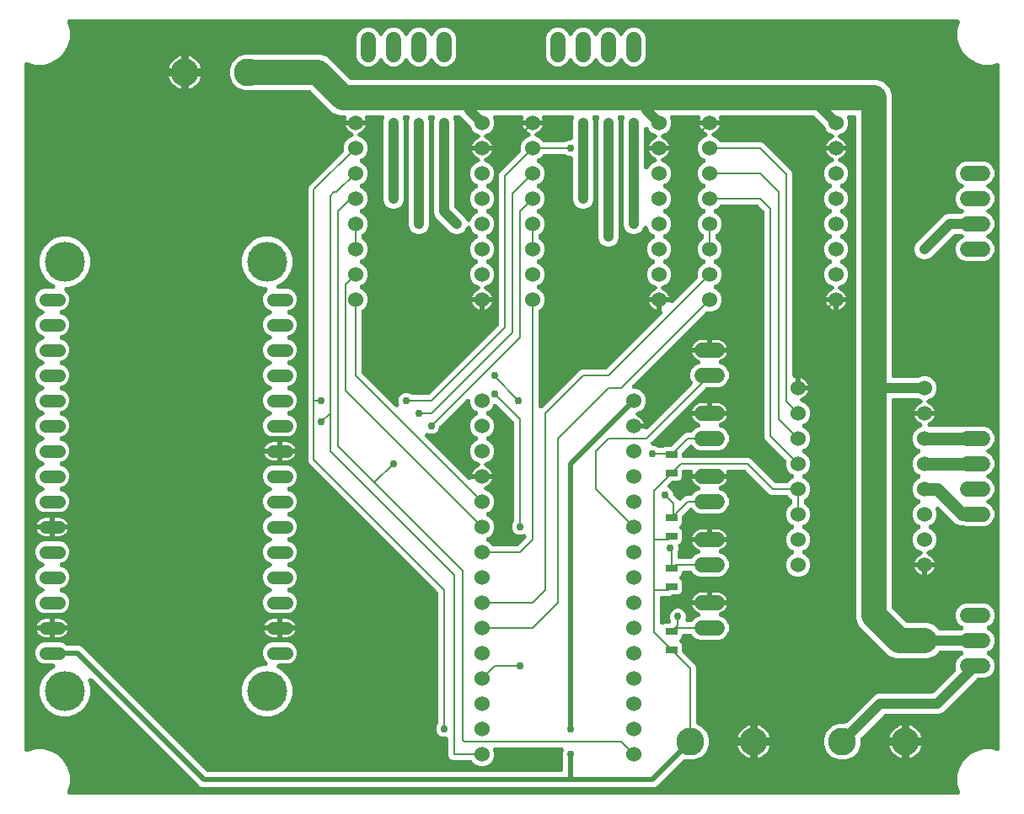
<source format=gbr>
G04 EAGLE Gerber RS-274X export*
G75*
%MOMM*%
%FSLAX34Y34*%
%LPD*%
%INBottom Copper*%
%IPPOS*%
%AMOC8*
5,1,8,0,0,1.08239X$1,22.5*%
G01*
%ADD10C,1.524000*%
%ADD11C,2.800000*%
%ADD12C,1.308000*%
%ADD13C,4.016000*%
%ADD14C,1.524000*%
%ADD15R,1.200000X0.800000*%
%ADD16C,1.508000*%
%ADD17C,0.152400*%
%ADD18C,0.508000*%
%ADD19C,0.756400*%
%ADD20C,2.540000*%
%ADD21C,1.016000*%
%ADD22C,1.270000*%

G36*
X947497Y10163D02*
X947497Y10163D01*
X947520Y10161D01*
X947721Y10183D01*
X947922Y10201D01*
X947945Y10207D01*
X947968Y10209D01*
X948162Y10266D01*
X948357Y10319D01*
X948378Y10329D01*
X948400Y10336D01*
X948581Y10426D01*
X948763Y10513D01*
X948782Y10526D01*
X948803Y10537D01*
X948965Y10657D01*
X949129Y10775D01*
X949146Y10791D01*
X949164Y10805D01*
X949302Y10953D01*
X949443Y11097D01*
X949456Y11117D01*
X949472Y11134D01*
X949582Y11303D01*
X949695Y11470D01*
X949705Y11492D01*
X949718Y11511D01*
X949796Y11697D01*
X949878Y11882D01*
X949883Y11905D01*
X949892Y11926D01*
X949936Y12123D01*
X949984Y12320D01*
X949986Y12343D01*
X949991Y12366D01*
X950000Y12568D01*
X950012Y12769D01*
X950009Y12792D01*
X950010Y12816D01*
X949983Y13016D01*
X949960Y13216D01*
X949953Y13239D01*
X949950Y13262D01*
X949888Y13453D01*
X949830Y13647D01*
X949819Y13668D01*
X949818Y13671D01*
X947739Y21429D01*
X947739Y29371D01*
X949795Y37042D01*
X953765Y43919D01*
X959381Y49535D01*
X966258Y53505D01*
X973929Y55561D01*
X981871Y55561D01*
X986643Y54282D01*
X986782Y54258D01*
X986920Y54224D01*
X987003Y54219D01*
X987086Y54205D01*
X987228Y54205D01*
X987369Y54196D01*
X987452Y54206D01*
X987537Y54207D01*
X987676Y54232D01*
X987816Y54249D01*
X987897Y54273D01*
X987979Y54288D01*
X988112Y54338D01*
X988247Y54379D01*
X988322Y54417D01*
X988401Y54447D01*
X988523Y54519D01*
X988649Y54583D01*
X988715Y54634D01*
X988788Y54677D01*
X988895Y54770D01*
X989007Y54855D01*
X989064Y54917D01*
X989128Y54972D01*
X989217Y55082D01*
X989313Y55186D01*
X989358Y55257D01*
X989410Y55323D01*
X989478Y55447D01*
X989554Y55566D01*
X989586Y55644D01*
X989627Y55718D01*
X989672Y55852D01*
X989725Y55983D01*
X989743Y56065D01*
X989770Y56145D01*
X989790Y56284D01*
X989820Y56423D01*
X989827Y56534D01*
X989835Y56590D01*
X989834Y56641D01*
X989839Y56735D01*
X989839Y743365D01*
X989827Y743506D01*
X989824Y743648D01*
X989807Y743730D01*
X989799Y743814D01*
X989762Y743950D01*
X989734Y744089D01*
X989703Y744167D01*
X989681Y744248D01*
X989620Y744376D01*
X989568Y744507D01*
X989523Y744579D01*
X989487Y744655D01*
X989405Y744769D01*
X989330Y744890D01*
X989274Y744953D01*
X989225Y745021D01*
X989124Y745120D01*
X989029Y745225D01*
X988963Y745276D01*
X988903Y745335D01*
X988785Y745414D01*
X988674Y745501D01*
X988599Y745540D01*
X988530Y745587D01*
X988400Y745644D01*
X988275Y745710D01*
X988195Y745735D01*
X988118Y745769D01*
X987980Y745803D01*
X987845Y745845D01*
X987762Y745856D01*
X987680Y745876D01*
X987539Y745885D01*
X987399Y745903D01*
X987315Y745898D01*
X987231Y745904D01*
X987090Y745887D01*
X986949Y745880D01*
X986840Y745858D01*
X986784Y745851D01*
X986734Y745837D01*
X986643Y745818D01*
X981871Y744539D01*
X973929Y744539D01*
X966258Y746595D01*
X959381Y750565D01*
X953765Y756181D01*
X949795Y763058D01*
X947739Y770729D01*
X947739Y778671D01*
X949875Y786643D01*
X949900Y786782D01*
X949933Y786920D01*
X949938Y787003D01*
X949953Y787086D01*
X949952Y787228D01*
X949961Y787369D01*
X949951Y787453D01*
X949951Y787537D01*
X949925Y787675D01*
X949909Y787816D01*
X949884Y787897D01*
X949869Y787979D01*
X949820Y788112D01*
X949779Y788247D01*
X949740Y788322D01*
X949711Y788401D01*
X949638Y788522D01*
X949574Y788649D01*
X949523Y788716D01*
X949480Y788788D01*
X949388Y788895D01*
X949302Y789007D01*
X949240Y789064D01*
X949185Y789128D01*
X949075Y789217D01*
X948971Y789313D01*
X948900Y789358D01*
X948835Y789410D01*
X948711Y789478D01*
X948591Y789554D01*
X948513Y789586D01*
X948440Y789627D01*
X948306Y789672D01*
X948175Y789725D01*
X948093Y789743D01*
X948013Y789770D01*
X947873Y789790D01*
X947735Y789820D01*
X947624Y789827D01*
X947567Y789835D01*
X947516Y789834D01*
X947423Y789839D01*
X55877Y789839D01*
X55736Y789827D01*
X55595Y789824D01*
X55513Y789807D01*
X55429Y789799D01*
X55292Y789762D01*
X55154Y789734D01*
X55076Y789703D01*
X54994Y789681D01*
X54867Y789620D01*
X54735Y789568D01*
X54664Y789524D01*
X54588Y789487D01*
X54473Y789405D01*
X54353Y789330D01*
X54290Y789274D01*
X54222Y789225D01*
X54123Y789124D01*
X54018Y789029D01*
X53966Y788963D01*
X53908Y788903D01*
X53829Y788786D01*
X53742Y788674D01*
X53703Y788599D01*
X53656Y788530D01*
X53598Y788400D01*
X53533Y788275D01*
X53507Y788195D01*
X53473Y788118D01*
X53440Y787980D01*
X53397Y787845D01*
X53387Y787762D01*
X53367Y787680D01*
X53358Y787539D01*
X53340Y787399D01*
X53344Y787315D01*
X53339Y787231D01*
X53355Y787090D01*
X53362Y786949D01*
X53385Y786840D01*
X53391Y786784D01*
X53406Y786734D01*
X53425Y786643D01*
X55561Y778671D01*
X55561Y770729D01*
X53505Y763058D01*
X49535Y756181D01*
X43919Y750565D01*
X37042Y746595D01*
X29371Y744539D01*
X21429Y744539D01*
X13637Y746627D01*
X13562Y746662D01*
X13539Y746668D01*
X13518Y746678D01*
X13321Y746726D01*
X13126Y746777D01*
X13103Y746779D01*
X13080Y746784D01*
X12879Y746797D01*
X12678Y746813D01*
X12654Y746811D01*
X12631Y746812D01*
X12430Y746789D01*
X12229Y746769D01*
X12207Y746763D01*
X12184Y746760D01*
X11989Y746701D01*
X11796Y746647D01*
X11775Y746636D01*
X11753Y746630D01*
X11573Y746538D01*
X11391Y746450D01*
X11372Y746436D01*
X11351Y746425D01*
X11190Y746303D01*
X11027Y746184D01*
X11011Y746167D01*
X10993Y746153D01*
X10855Y746004D01*
X10716Y745859D01*
X10703Y745839D01*
X10687Y745822D01*
X10578Y745651D01*
X10467Y745483D01*
X10458Y745462D01*
X10446Y745442D01*
X10369Y745255D01*
X10289Y745070D01*
X10284Y745047D01*
X10275Y745026D01*
X10232Y744828D01*
X10186Y744632D01*
X10185Y744608D01*
X10180Y744586D01*
X10161Y744274D01*
X10161Y55826D01*
X10162Y55809D01*
X10162Y55798D01*
X10162Y55794D01*
X10161Y55780D01*
X10183Y55579D01*
X10201Y55378D01*
X10207Y55355D01*
X10209Y55332D01*
X10266Y55138D01*
X10319Y54943D01*
X10329Y54922D01*
X10336Y54900D01*
X10426Y54719D01*
X10513Y54537D01*
X10526Y54518D01*
X10537Y54497D01*
X10657Y54335D01*
X10775Y54171D01*
X10791Y54154D01*
X10805Y54136D01*
X10953Y53998D01*
X11097Y53857D01*
X11117Y53844D01*
X11134Y53828D01*
X11303Y53718D01*
X11470Y53605D01*
X11492Y53595D01*
X11511Y53582D01*
X11697Y53504D01*
X11882Y53422D01*
X11905Y53417D01*
X11926Y53408D01*
X12123Y53364D01*
X12320Y53316D01*
X12343Y53314D01*
X12366Y53309D01*
X12568Y53300D01*
X12769Y53288D01*
X12792Y53291D01*
X12816Y53290D01*
X13016Y53317D01*
X13216Y53340D01*
X13239Y53347D01*
X13262Y53350D01*
X13453Y53412D01*
X13647Y53470D01*
X13668Y53481D01*
X13671Y53482D01*
X21429Y55561D01*
X29371Y55561D01*
X37042Y53505D01*
X43919Y49535D01*
X49535Y43919D01*
X53505Y37042D01*
X55561Y29371D01*
X55561Y21429D01*
X53473Y13637D01*
X53438Y13562D01*
X53432Y13539D01*
X53422Y13518D01*
X53374Y13321D01*
X53323Y13126D01*
X53321Y13103D01*
X53316Y13080D01*
X53303Y12879D01*
X53287Y12678D01*
X53289Y12654D01*
X53288Y12631D01*
X53311Y12430D01*
X53331Y12229D01*
X53337Y12207D01*
X53340Y12184D01*
X53399Y11989D01*
X53453Y11796D01*
X53464Y11775D01*
X53470Y11753D01*
X53562Y11573D01*
X53650Y11391D01*
X53664Y11372D01*
X53675Y11351D01*
X53797Y11190D01*
X53916Y11027D01*
X53933Y11011D01*
X53947Y10993D01*
X54096Y10855D01*
X54241Y10716D01*
X54261Y10703D01*
X54278Y10687D01*
X54449Y10578D01*
X54617Y10467D01*
X54638Y10458D01*
X54658Y10446D01*
X54845Y10369D01*
X55030Y10289D01*
X55053Y10284D01*
X55074Y10275D01*
X55272Y10232D01*
X55468Y10186D01*
X55492Y10185D01*
X55514Y10180D01*
X55826Y10161D01*
X947474Y10161D01*
X947497Y10163D01*
G37*
%LPC*%
G36*
X188984Y17779D02*
X188984Y17779D01*
X186183Y18939D01*
X78434Y126688D01*
X78425Y126696D01*
X78418Y126705D01*
X78253Y126840D01*
X78089Y126977D01*
X78079Y126983D01*
X78070Y126990D01*
X77883Y127095D01*
X77698Y127201D01*
X77687Y127204D01*
X77677Y127210D01*
X77474Y127280D01*
X77274Y127351D01*
X77262Y127353D01*
X77251Y127357D01*
X77041Y127390D01*
X76829Y127425D01*
X76818Y127425D01*
X76806Y127427D01*
X76593Y127422D01*
X76379Y127419D01*
X76368Y127417D01*
X76356Y127416D01*
X76148Y127374D01*
X75937Y127333D01*
X75926Y127329D01*
X75915Y127327D01*
X75717Y127248D01*
X75517Y127171D01*
X75507Y127165D01*
X75497Y127161D01*
X75315Y127048D01*
X75132Y126937D01*
X75124Y126929D01*
X75114Y126923D01*
X74954Y126779D01*
X74795Y126639D01*
X74788Y126630D01*
X74779Y126622D01*
X74647Y126452D01*
X74516Y126286D01*
X74510Y126276D01*
X74503Y126266D01*
X74403Y126076D01*
X74303Y125889D01*
X74299Y125878D01*
X74294Y125868D01*
X74230Y125663D01*
X74164Y125461D01*
X74162Y125449D01*
X74159Y125438D01*
X74131Y125226D01*
X74102Y125015D01*
X74103Y125003D01*
X74101Y124992D01*
X74112Y124778D01*
X74121Y124565D01*
X74123Y124553D01*
X74124Y124542D01*
X74186Y124236D01*
X75961Y117613D01*
X75961Y110987D01*
X74246Y104588D01*
X70934Y98851D01*
X66249Y94166D01*
X60512Y90854D01*
X54113Y89139D01*
X47487Y89139D01*
X41088Y90854D01*
X35351Y94166D01*
X30666Y98851D01*
X27354Y104588D01*
X25639Y110987D01*
X25639Y117613D01*
X27354Y124012D01*
X30666Y129749D01*
X35351Y134434D01*
X39895Y137057D01*
X39904Y137064D01*
X39915Y137069D01*
X40087Y137192D01*
X40263Y137316D01*
X40271Y137324D01*
X40281Y137331D01*
X40430Y137484D01*
X40580Y137636D01*
X40587Y137645D01*
X40595Y137653D01*
X40714Y137830D01*
X40836Y138006D01*
X40840Y138017D01*
X40847Y138026D01*
X40933Y138221D01*
X41022Y138416D01*
X41024Y138428D01*
X41029Y138438D01*
X41079Y138643D01*
X41132Y138853D01*
X41133Y138865D01*
X41136Y138876D01*
X41149Y139087D01*
X41164Y139302D01*
X41163Y139314D01*
X41163Y139325D01*
X41139Y139538D01*
X41116Y139750D01*
X41113Y139761D01*
X41111Y139772D01*
X41049Y139978D01*
X40990Y140182D01*
X40984Y140192D01*
X40981Y140203D01*
X40885Y140393D01*
X40789Y140585D01*
X40782Y140594D01*
X40777Y140605D01*
X40648Y140774D01*
X40520Y140946D01*
X40512Y140954D01*
X40505Y140963D01*
X40347Y141108D01*
X40192Y141254D01*
X40182Y141261D01*
X40174Y141269D01*
X39993Y141383D01*
X39814Y141500D01*
X39804Y141504D01*
X39794Y141510D01*
X39596Y141591D01*
X39399Y141674D01*
X39388Y141677D01*
X39377Y141681D01*
X39168Y141726D01*
X38960Y141773D01*
X38948Y141774D01*
X38937Y141776D01*
X38625Y141795D01*
X29451Y141795D01*
X25553Y143410D01*
X22570Y146393D01*
X20955Y150291D01*
X20955Y154509D01*
X22570Y158407D01*
X25553Y161390D01*
X29451Y163005D01*
X46749Y163005D01*
X50647Y161390D01*
X51273Y160764D01*
X51399Y160659D01*
X51520Y160547D01*
X51571Y160515D01*
X51618Y160476D01*
X51761Y160394D01*
X51900Y160306D01*
X51956Y160282D01*
X52009Y160252D01*
X52164Y160197D01*
X52316Y160135D01*
X52376Y160122D01*
X52433Y160101D01*
X52596Y160075D01*
X52757Y160040D01*
X52833Y160035D01*
X52878Y160028D01*
X52939Y160029D01*
X53068Y160021D01*
X65016Y160021D01*
X67817Y158861D01*
X192913Y33764D01*
X193039Y33659D01*
X193160Y33547D01*
X193211Y33515D01*
X193258Y33476D01*
X193401Y33394D01*
X193540Y33306D01*
X193596Y33282D01*
X193649Y33252D01*
X193804Y33197D01*
X193956Y33135D01*
X194016Y33122D01*
X194073Y33101D01*
X194236Y33075D01*
X194397Y33040D01*
X194473Y33035D01*
X194518Y33028D01*
X194579Y33029D01*
X194708Y33021D01*
X548640Y33021D01*
X548675Y33024D01*
X548709Y33022D01*
X548898Y33044D01*
X549089Y33061D01*
X549122Y33070D01*
X549156Y33074D01*
X549339Y33129D01*
X549523Y33179D01*
X549554Y33194D01*
X549587Y33204D01*
X549758Y33291D01*
X549930Y33373D01*
X549958Y33393D01*
X549989Y33408D01*
X550141Y33524D01*
X550296Y33635D01*
X550320Y33660D01*
X550347Y33680D01*
X550476Y33820D01*
X550610Y33957D01*
X550629Y33986D01*
X550653Y34012D01*
X550755Y34173D01*
X550862Y34330D01*
X550876Y34362D01*
X550894Y34391D01*
X550967Y34568D01*
X551044Y34742D01*
X551052Y34776D01*
X551065Y34808D01*
X551105Y34995D01*
X551151Y35180D01*
X551153Y35214D01*
X551160Y35248D01*
X551179Y35560D01*
X551179Y48188D01*
X551169Y48305D01*
X551169Y48422D01*
X551149Y48529D01*
X551139Y48637D01*
X551109Y48750D01*
X551088Y48865D01*
X551037Y49011D01*
X551021Y49071D01*
X551005Y49104D01*
X550986Y49160D01*
X550953Y49239D01*
X550953Y52361D01*
X551693Y54146D01*
X551717Y54225D01*
X551751Y54300D01*
X551785Y54439D01*
X551828Y54576D01*
X551838Y54658D01*
X551857Y54738D01*
X551866Y54880D01*
X551884Y55023D01*
X551880Y55105D01*
X551885Y55187D01*
X551869Y55329D01*
X551861Y55472D01*
X551843Y55552D01*
X551833Y55634D01*
X551792Y55772D01*
X551759Y55911D01*
X551727Y55986D01*
X551703Y56065D01*
X551638Y56193D01*
X551581Y56324D01*
X551536Y56393D01*
X551498Y56467D01*
X551412Y56580D01*
X551333Y56700D01*
X551276Y56760D01*
X551226Y56825D01*
X551121Y56922D01*
X551022Y57026D01*
X550956Y57075D01*
X550895Y57131D01*
X550774Y57208D01*
X550659Y57292D01*
X550585Y57328D01*
X550516Y57372D01*
X550383Y57427D01*
X550254Y57490D01*
X550175Y57512D01*
X550099Y57543D01*
X549959Y57573D01*
X549821Y57613D01*
X549739Y57621D01*
X549659Y57638D01*
X549413Y57653D01*
X549373Y57657D01*
X549363Y57656D01*
X549347Y57657D01*
X483507Y57657D01*
X483425Y57650D01*
X483343Y57652D01*
X483202Y57630D01*
X483059Y57617D01*
X482979Y57596D01*
X482898Y57583D01*
X482763Y57537D01*
X482624Y57499D01*
X482550Y57464D01*
X482472Y57437D01*
X482347Y57367D01*
X482218Y57305D01*
X482151Y57258D01*
X482079Y57217D01*
X481968Y57127D01*
X481852Y57043D01*
X481794Y56984D01*
X481731Y56932D01*
X481638Y56823D01*
X481538Y56721D01*
X481492Y56652D01*
X481438Y56590D01*
X481366Y56466D01*
X481286Y56348D01*
X481252Y56272D01*
X481211Y56201D01*
X481161Y56067D01*
X481103Y55936D01*
X481084Y55856D01*
X481055Y55778D01*
X481031Y55637D01*
X480997Y55498D01*
X480992Y55416D01*
X480977Y55335D01*
X480978Y55192D01*
X480969Y55049D01*
X480979Y54967D01*
X480979Y54885D01*
X481005Y54744D01*
X481021Y54602D01*
X481045Y54523D01*
X481060Y54442D01*
X481140Y54209D01*
X481151Y54171D01*
X481156Y54161D01*
X481161Y54146D01*
X481585Y53124D01*
X481585Y48476D01*
X479806Y44181D01*
X476519Y40894D01*
X472224Y39115D01*
X467576Y39115D01*
X463281Y40894D01*
X459962Y44214D01*
X459835Y44319D01*
X459715Y44431D01*
X459663Y44463D01*
X459616Y44502D01*
X459474Y44584D01*
X459335Y44672D01*
X459278Y44696D01*
X459225Y44726D01*
X459071Y44781D01*
X458918Y44843D01*
X458859Y44856D01*
X458801Y44877D01*
X458639Y44903D01*
X458478Y44938D01*
X458401Y44943D01*
X458357Y44950D01*
X458296Y44949D01*
X458166Y44957D01*
X440798Y44957D01*
X438650Y45847D01*
X437007Y47490D01*
X436117Y49638D01*
X436117Y65814D01*
X436114Y65849D01*
X436116Y65883D01*
X436094Y66072D01*
X436077Y66263D01*
X436068Y66296D01*
X436064Y66330D01*
X436009Y66513D01*
X435959Y66697D01*
X435944Y66728D01*
X435934Y66761D01*
X435847Y66932D01*
X435765Y67104D01*
X435745Y67132D01*
X435730Y67163D01*
X435614Y67315D01*
X435503Y67470D01*
X435478Y67494D01*
X435458Y67521D01*
X435318Y67650D01*
X435181Y67784D01*
X435152Y67803D01*
X435126Y67827D01*
X434965Y67929D01*
X434808Y68036D01*
X434776Y68050D01*
X434747Y68068D01*
X434570Y68141D01*
X434396Y68218D01*
X434362Y68226D01*
X434330Y68239D01*
X434143Y68279D01*
X433958Y68325D01*
X433924Y68327D01*
X433890Y68334D01*
X433578Y68353D01*
X430239Y68353D01*
X427355Y69548D01*
X425148Y71755D01*
X423953Y74639D01*
X423953Y77761D01*
X425148Y80645D01*
X425214Y80711D01*
X425319Y80837D01*
X425431Y80958D01*
X425463Y81009D01*
X425502Y81056D01*
X425584Y81199D01*
X425672Y81337D01*
X425696Y81394D01*
X425726Y81447D01*
X425781Y81602D01*
X425843Y81754D01*
X425856Y81814D01*
X425877Y81871D01*
X425903Y82033D01*
X425938Y82194D01*
X425943Y82271D01*
X425950Y82315D01*
X425949Y82376D01*
X425957Y82506D01*
X425957Y212428D01*
X425943Y212592D01*
X425936Y212756D01*
X425923Y212816D01*
X425917Y212877D01*
X425874Y213035D01*
X425838Y213196D01*
X425815Y213252D01*
X425799Y213311D01*
X425728Y213459D01*
X425665Y213611D01*
X425632Y213663D01*
X425605Y213718D01*
X425510Y213851D01*
X425420Y213989D01*
X425369Y214047D01*
X425343Y214084D01*
X425300Y214126D01*
X425214Y214224D01*
X296037Y343400D01*
X295147Y345548D01*
X295147Y619652D01*
X296037Y621800D01*
X330472Y656234D01*
X330577Y656361D01*
X330689Y656481D01*
X330721Y656533D01*
X330760Y656580D01*
X330842Y656722D01*
X330930Y656861D01*
X330954Y656918D01*
X330984Y656971D01*
X331039Y657126D01*
X331101Y657278D01*
X331114Y657337D01*
X331135Y657395D01*
X331161Y657557D01*
X331196Y657718D01*
X331201Y657795D01*
X331208Y657839D01*
X331207Y657900D01*
X331215Y658030D01*
X331215Y662724D01*
X332994Y667019D01*
X336281Y670306D01*
X339340Y671573D01*
X339344Y671575D01*
X339348Y671576D01*
X339540Y671677D01*
X339739Y671781D01*
X339743Y671784D01*
X339746Y671786D01*
X339923Y671923D01*
X340095Y672057D01*
X340098Y672060D01*
X340102Y672063D01*
X340247Y672226D01*
X340397Y672391D01*
X340399Y672395D01*
X340402Y672398D01*
X340519Y672588D01*
X340635Y672774D01*
X340636Y672778D01*
X340639Y672781D01*
X340718Y672983D01*
X340801Y673192D01*
X340802Y673196D01*
X340804Y673200D01*
X340846Y673413D01*
X340892Y673633D01*
X340892Y673637D01*
X340892Y673642D01*
X340897Y673861D01*
X340902Y674083D01*
X340902Y674088D01*
X340902Y674092D01*
X340868Y674302D01*
X340833Y674528D01*
X340832Y674532D01*
X340831Y674537D01*
X340758Y674747D01*
X340687Y674954D01*
X340685Y674958D01*
X340684Y674962D01*
X340574Y675157D01*
X340468Y675347D01*
X340465Y675351D01*
X340463Y675354D01*
X340320Y675527D01*
X340182Y675696D01*
X340179Y675698D01*
X340176Y675702D01*
X340007Y675846D01*
X339840Y675988D01*
X339836Y675990D01*
X339833Y675993D01*
X339642Y676104D01*
X339452Y676216D01*
X339447Y676217D01*
X339444Y676219D01*
X339153Y676334D01*
X339000Y676384D01*
X337575Y677110D01*
X336281Y678050D01*
X335150Y679181D01*
X334210Y680475D01*
X333484Y681900D01*
X333041Y683261D01*
X342900Y683261D01*
X352759Y683261D01*
X352316Y681900D01*
X351590Y680475D01*
X350650Y679181D01*
X349519Y678050D01*
X348225Y677110D01*
X346800Y676384D01*
X346647Y676334D01*
X346643Y676332D01*
X346639Y676331D01*
X346438Y676245D01*
X346233Y676157D01*
X346229Y676155D01*
X346225Y676153D01*
X346043Y676033D01*
X345856Y675910D01*
X345853Y675907D01*
X345850Y675905D01*
X345687Y675751D01*
X345529Y675601D01*
X345527Y675597D01*
X345524Y675594D01*
X345393Y675416D01*
X345262Y675238D01*
X345260Y675234D01*
X345258Y675231D01*
X345161Y675034D01*
X345063Y674834D01*
X345062Y674830D01*
X345060Y674826D01*
X344998Y674607D01*
X344939Y674402D01*
X344938Y674397D01*
X344937Y674393D01*
X344915Y674172D01*
X344893Y673954D01*
X344893Y673950D01*
X344892Y673945D01*
X344910Y673723D01*
X344926Y673505D01*
X344927Y673501D01*
X344928Y673496D01*
X344983Y673285D01*
X345039Y673069D01*
X345041Y673065D01*
X345042Y673061D01*
X345133Y672863D01*
X345227Y672660D01*
X345229Y672656D01*
X345231Y672652D01*
X345358Y672471D01*
X345484Y672290D01*
X345487Y672287D01*
X345489Y672283D01*
X345644Y672130D01*
X345802Y671972D01*
X345806Y671969D01*
X345809Y671966D01*
X345988Y671842D01*
X346172Y671714D01*
X346176Y671712D01*
X346179Y671710D01*
X346460Y671573D01*
X349519Y670306D01*
X352806Y667019D01*
X354585Y662724D01*
X354585Y658076D01*
X352806Y653781D01*
X349519Y650494D01*
X348437Y650046D01*
X348322Y649986D01*
X348202Y649934D01*
X348122Y649882D01*
X348038Y649837D01*
X347935Y649758D01*
X347826Y649686D01*
X347757Y649620D01*
X347682Y649562D01*
X347595Y649465D01*
X347501Y649376D01*
X347444Y649298D01*
X347380Y649228D01*
X347311Y649117D01*
X347235Y649012D01*
X347193Y648926D01*
X347142Y648845D01*
X347094Y648724D01*
X347037Y648608D01*
X347011Y648516D01*
X346976Y648427D01*
X346950Y648300D01*
X346914Y648174D01*
X346905Y648079D01*
X346885Y647986D01*
X346882Y647856D01*
X346869Y647726D01*
X346877Y647631D01*
X346875Y647536D01*
X346894Y647407D01*
X346905Y647277D01*
X346929Y647185D01*
X346943Y647091D01*
X346986Y646967D01*
X347019Y646842D01*
X347059Y646755D01*
X347090Y646665D01*
X347153Y646551D01*
X347208Y646433D01*
X347263Y646355D01*
X347309Y646272D01*
X347392Y646171D01*
X347466Y646064D01*
X347534Y645997D01*
X347594Y645923D01*
X347693Y645839D01*
X347786Y645747D01*
X347864Y645693D01*
X347937Y645631D01*
X348049Y645565D01*
X348156Y645491D01*
X348273Y645434D01*
X348325Y645403D01*
X348367Y645388D01*
X348437Y645354D01*
X349519Y644906D01*
X352806Y641619D01*
X354585Y637324D01*
X354585Y632676D01*
X352806Y628381D01*
X349519Y625094D01*
X348437Y624646D01*
X348322Y624586D01*
X348202Y624534D01*
X348122Y624482D01*
X348038Y624437D01*
X347935Y624358D01*
X347826Y624286D01*
X347757Y624220D01*
X347682Y624162D01*
X347595Y624065D01*
X347501Y623976D01*
X347444Y623898D01*
X347380Y623828D01*
X347311Y623717D01*
X347235Y623612D01*
X347193Y623526D01*
X347142Y623445D01*
X347094Y623324D01*
X347037Y623208D01*
X347011Y623116D01*
X346976Y623027D01*
X346950Y622900D01*
X346914Y622774D01*
X346905Y622679D01*
X346885Y622586D01*
X346882Y622456D01*
X346869Y622326D01*
X346877Y622231D01*
X346875Y622136D01*
X346894Y622007D01*
X346905Y621877D01*
X346929Y621785D01*
X346943Y621691D01*
X346986Y621567D01*
X347019Y621442D01*
X347059Y621355D01*
X347090Y621265D01*
X347153Y621151D01*
X347208Y621033D01*
X347263Y620955D01*
X347309Y620872D01*
X347392Y620771D01*
X347466Y620664D01*
X347534Y620597D01*
X347594Y620523D01*
X347693Y620439D01*
X347786Y620347D01*
X347864Y620293D01*
X347937Y620231D01*
X348049Y620165D01*
X348156Y620091D01*
X348273Y620034D01*
X348325Y620003D01*
X348367Y619988D01*
X348437Y619954D01*
X349519Y619506D01*
X352806Y616219D01*
X354585Y611924D01*
X354585Y607276D01*
X352806Y602981D01*
X349519Y599694D01*
X348437Y599246D01*
X348322Y599186D01*
X348202Y599134D01*
X348122Y599082D01*
X348038Y599037D01*
X347935Y598958D01*
X347826Y598886D01*
X347757Y598820D01*
X347682Y598762D01*
X347595Y598665D01*
X347501Y598576D01*
X347444Y598498D01*
X347380Y598428D01*
X347311Y598317D01*
X347235Y598212D01*
X347193Y598126D01*
X347142Y598045D01*
X347094Y597924D01*
X347037Y597808D01*
X347011Y597716D01*
X346976Y597627D01*
X346950Y597500D01*
X346914Y597374D01*
X346905Y597279D01*
X346885Y597186D01*
X346882Y597056D01*
X346869Y596926D01*
X346877Y596831D01*
X346875Y596736D01*
X346894Y596607D01*
X346905Y596477D01*
X346929Y596385D01*
X346943Y596291D01*
X346986Y596167D01*
X347019Y596042D01*
X347059Y595955D01*
X347090Y595865D01*
X347153Y595751D01*
X347208Y595633D01*
X347263Y595555D01*
X347309Y595472D01*
X347392Y595371D01*
X347466Y595264D01*
X347534Y595197D01*
X347594Y595123D01*
X347693Y595039D01*
X347786Y594947D01*
X347864Y594893D01*
X347937Y594831D01*
X348049Y594765D01*
X348156Y594691D01*
X348273Y594634D01*
X348325Y594603D01*
X348367Y594588D01*
X348437Y594554D01*
X349519Y594106D01*
X352806Y590819D01*
X354585Y586524D01*
X354585Y581876D01*
X352806Y577581D01*
X349486Y574262D01*
X349381Y574136D01*
X349269Y574015D01*
X349237Y573963D01*
X349198Y573916D01*
X349116Y573774D01*
X349028Y573635D01*
X349004Y573578D01*
X348974Y573525D01*
X348919Y573370D01*
X348857Y573218D01*
X348844Y573159D01*
X348823Y573101D01*
X348797Y572939D01*
X348762Y572778D01*
X348757Y572701D01*
X348750Y572657D01*
X348751Y572596D01*
X348743Y572466D01*
X348743Y570534D01*
X348757Y570370D01*
X348764Y570206D01*
X348777Y570146D01*
X348783Y570085D01*
X348826Y569926D01*
X348862Y569766D01*
X348885Y569710D01*
X348901Y569651D01*
X348972Y569502D01*
X349035Y569351D01*
X349068Y569299D01*
X349095Y569244D01*
X349190Y569111D01*
X349280Y568972D01*
X349331Y568915D01*
X349357Y568878D01*
X349400Y568836D01*
X349486Y568738D01*
X352806Y565419D01*
X354585Y561124D01*
X354585Y556476D01*
X352806Y552181D01*
X349519Y548894D01*
X348437Y548446D01*
X348322Y548386D01*
X348202Y548334D01*
X348122Y548282D01*
X348038Y548237D01*
X347935Y548158D01*
X347826Y548086D01*
X347757Y548020D01*
X347682Y547962D01*
X347595Y547865D01*
X347501Y547776D01*
X347444Y547698D01*
X347380Y547628D01*
X347311Y547517D01*
X347235Y547412D01*
X347193Y547326D01*
X347142Y547245D01*
X347094Y547124D01*
X347037Y547008D01*
X347011Y546916D01*
X346976Y546827D01*
X346950Y546700D01*
X346914Y546574D01*
X346905Y546479D01*
X346885Y546386D01*
X346882Y546256D01*
X346869Y546126D01*
X346877Y546031D01*
X346875Y545936D01*
X346894Y545807D01*
X346905Y545677D01*
X346929Y545585D01*
X346943Y545491D01*
X346986Y545367D01*
X347019Y545242D01*
X347059Y545155D01*
X347090Y545065D01*
X347153Y544951D01*
X347208Y544833D01*
X347263Y544755D01*
X347309Y544672D01*
X347392Y544571D01*
X347466Y544464D01*
X347534Y544397D01*
X347594Y544323D01*
X347693Y544239D01*
X347786Y544147D01*
X347864Y544093D01*
X347937Y544031D01*
X348049Y543965D01*
X348156Y543891D01*
X348273Y543834D01*
X348325Y543803D01*
X348367Y543788D01*
X348437Y543754D01*
X349519Y543306D01*
X352806Y540019D01*
X354585Y535724D01*
X354585Y531076D01*
X352806Y526781D01*
X349519Y523494D01*
X348437Y523046D01*
X348322Y522986D01*
X348202Y522934D01*
X348122Y522882D01*
X348038Y522837D01*
X347935Y522758D01*
X347826Y522686D01*
X347757Y522620D01*
X347682Y522562D01*
X347595Y522465D01*
X347501Y522376D01*
X347444Y522298D01*
X347380Y522228D01*
X347311Y522117D01*
X347235Y522012D01*
X347193Y521926D01*
X347142Y521845D01*
X347094Y521724D01*
X347037Y521608D01*
X347011Y521516D01*
X346976Y521427D01*
X346950Y521300D01*
X346914Y521174D01*
X346905Y521079D01*
X346885Y520986D01*
X346882Y520856D01*
X346869Y520726D01*
X346877Y520631D01*
X346875Y520536D01*
X346894Y520407D01*
X346905Y520277D01*
X346929Y520185D01*
X346943Y520091D01*
X346986Y519967D01*
X347019Y519842D01*
X347059Y519755D01*
X347090Y519665D01*
X347153Y519551D01*
X347208Y519433D01*
X347263Y519355D01*
X347309Y519272D01*
X347392Y519171D01*
X347466Y519064D01*
X347534Y518997D01*
X347594Y518923D01*
X347693Y518839D01*
X347786Y518747D01*
X347864Y518693D01*
X347937Y518631D01*
X348049Y518565D01*
X348156Y518491D01*
X348273Y518434D01*
X348325Y518403D01*
X348367Y518388D01*
X348437Y518354D01*
X349519Y517906D01*
X352806Y514619D01*
X354585Y510324D01*
X354585Y505676D01*
X352806Y501381D01*
X349486Y498062D01*
X349381Y497935D01*
X349269Y497815D01*
X349237Y497763D01*
X349198Y497716D01*
X349116Y497574D01*
X349028Y497435D01*
X349004Y497378D01*
X348974Y497325D01*
X348919Y497171D01*
X348857Y497018D01*
X348844Y496959D01*
X348823Y496901D01*
X348797Y496739D01*
X348762Y496578D01*
X348757Y496501D01*
X348750Y496457D01*
X348751Y496396D01*
X348743Y496266D01*
X348743Y435272D01*
X348757Y435108D01*
X348764Y434944D01*
X348777Y434884D01*
X348783Y434823D01*
X348826Y434665D01*
X348862Y434504D01*
X348885Y434448D01*
X348901Y434389D01*
X348972Y434241D01*
X349035Y434089D01*
X349068Y434037D01*
X349095Y433982D01*
X349190Y433849D01*
X349280Y433711D01*
X349331Y433653D01*
X349357Y433616D01*
X349400Y433574D01*
X349486Y433476D01*
X382292Y400671D01*
X382429Y400557D01*
X382560Y400438D01*
X382601Y400412D01*
X382638Y400382D01*
X382792Y400294D01*
X382943Y400200D01*
X382987Y400182D01*
X383029Y400158D01*
X383196Y400099D01*
X383361Y400033D01*
X383408Y400024D01*
X383453Y400008D01*
X383628Y399979D01*
X383802Y399943D01*
X383850Y399942D01*
X383897Y399934D01*
X384075Y399936D01*
X384252Y399932D01*
X384299Y399940D01*
X384347Y399940D01*
X384521Y399974D01*
X384697Y400001D01*
X384742Y400017D01*
X384789Y400026D01*
X384955Y400090D01*
X385123Y400147D01*
X385165Y400171D01*
X385209Y400188D01*
X385361Y400280D01*
X385516Y400367D01*
X385553Y400397D01*
X385594Y400422D01*
X385727Y400539D01*
X385865Y400652D01*
X385896Y400689D01*
X385931Y400720D01*
X386042Y400859D01*
X386157Y400994D01*
X386181Y401036D01*
X386211Y401073D01*
X386295Y401230D01*
X386384Y401383D01*
X386401Y401428D01*
X386423Y401470D01*
X386478Y401639D01*
X386540Y401806D01*
X386548Y401853D01*
X386563Y401898D01*
X386587Y402074D01*
X386618Y402249D01*
X386618Y402297D01*
X386624Y402344D01*
X386617Y402522D01*
X386616Y402699D01*
X386608Y402746D01*
X386606Y402794D01*
X386567Y402968D01*
X386535Y403142D01*
X386516Y403198D01*
X386508Y403234D01*
X386484Y403292D01*
X386434Y403438D01*
X385853Y404839D01*
X385853Y407961D01*
X387048Y410845D01*
X389255Y413052D01*
X392139Y414247D01*
X395261Y414247D01*
X398145Y413052D01*
X398211Y412986D01*
X398337Y412881D01*
X398458Y412769D01*
X398509Y412737D01*
X398556Y412698D01*
X398699Y412616D01*
X398837Y412528D01*
X398894Y412504D01*
X398947Y412474D01*
X399102Y412419D01*
X399254Y412357D01*
X399314Y412344D01*
X399371Y412323D01*
X399533Y412297D01*
X399694Y412262D01*
X399771Y412257D01*
X399815Y412250D01*
X399876Y412251D01*
X400006Y412243D01*
X415628Y412243D01*
X415792Y412257D01*
X415956Y412264D01*
X416016Y412277D01*
X416077Y412283D01*
X416235Y412326D01*
X416396Y412362D01*
X416452Y412385D01*
X416511Y412401D01*
X416659Y412472D01*
X416811Y412535D01*
X416863Y412568D01*
X416918Y412595D01*
X417051Y412690D01*
X417189Y412780D01*
X417247Y412831D01*
X417284Y412857D01*
X417326Y412900D01*
X417424Y412986D01*
X486174Y481736D01*
X486279Y481863D01*
X486391Y481983D01*
X486423Y482035D01*
X486462Y482082D01*
X486544Y482224D01*
X486632Y482363D01*
X486656Y482420D01*
X486686Y482473D01*
X486741Y482628D01*
X486803Y482780D01*
X486816Y482839D01*
X486837Y482897D01*
X486863Y483059D01*
X486898Y483220D01*
X486903Y483297D01*
X486910Y483341D01*
X486909Y483402D01*
X486917Y483532D01*
X486917Y633622D01*
X487807Y635770D01*
X508272Y656234D01*
X508377Y656361D01*
X508489Y656481D01*
X508521Y656533D01*
X508560Y656580D01*
X508642Y656722D01*
X508730Y656861D01*
X508754Y656918D01*
X508784Y656971D01*
X508839Y657126D01*
X508901Y657278D01*
X508914Y657337D01*
X508935Y657395D01*
X508961Y657557D01*
X508996Y657718D01*
X509001Y657795D01*
X509008Y657839D01*
X509007Y657900D01*
X509015Y658030D01*
X509015Y662724D01*
X510794Y667019D01*
X514081Y670306D01*
X517140Y671573D01*
X517144Y671575D01*
X517148Y671576D01*
X517340Y671677D01*
X517539Y671781D01*
X517543Y671784D01*
X517546Y671786D01*
X517723Y671923D01*
X517895Y672057D01*
X517898Y672060D01*
X517902Y672063D01*
X518047Y672226D01*
X518197Y672391D01*
X518199Y672395D01*
X518202Y672398D01*
X518319Y672588D01*
X518435Y672774D01*
X518436Y672778D01*
X518439Y672781D01*
X518518Y672983D01*
X518601Y673192D01*
X518602Y673196D01*
X518604Y673200D01*
X518646Y673413D01*
X518692Y673633D01*
X518692Y673637D01*
X518692Y673642D01*
X518697Y673861D01*
X518702Y674083D01*
X518702Y674088D01*
X518702Y674092D01*
X518668Y674302D01*
X518633Y674528D01*
X518632Y674532D01*
X518631Y674537D01*
X518558Y674747D01*
X518487Y674954D01*
X518485Y674958D01*
X518484Y674962D01*
X518374Y675157D01*
X518268Y675347D01*
X518265Y675351D01*
X518263Y675354D01*
X518120Y675527D01*
X517982Y675696D01*
X517979Y675698D01*
X517976Y675702D01*
X517807Y675846D01*
X517640Y675988D01*
X517636Y675990D01*
X517633Y675993D01*
X517442Y676104D01*
X517252Y676216D01*
X517247Y676217D01*
X517244Y676219D01*
X516953Y676334D01*
X516800Y676384D01*
X515375Y677110D01*
X514081Y678050D01*
X512950Y679181D01*
X512010Y680475D01*
X511284Y681900D01*
X510841Y683261D01*
X520700Y683261D01*
X530559Y683261D01*
X530116Y681900D01*
X529390Y680475D01*
X528450Y679181D01*
X527319Y678050D01*
X526025Y677110D01*
X524600Y676384D01*
X524447Y676334D01*
X524443Y676332D01*
X524439Y676331D01*
X524238Y676245D01*
X524033Y676157D01*
X524029Y676155D01*
X524025Y676153D01*
X523843Y676033D01*
X523656Y675910D01*
X523653Y675907D01*
X523650Y675905D01*
X523487Y675751D01*
X523329Y675601D01*
X523327Y675597D01*
X523324Y675594D01*
X523193Y675416D01*
X523062Y675238D01*
X523060Y675234D01*
X523058Y675231D01*
X522961Y675034D01*
X522863Y674834D01*
X522862Y674830D01*
X522860Y674826D01*
X522798Y674607D01*
X522739Y674402D01*
X522738Y674397D01*
X522737Y674393D01*
X522715Y674172D01*
X522693Y673954D01*
X522693Y673950D01*
X522692Y673945D01*
X522710Y673723D01*
X522726Y673505D01*
X522727Y673501D01*
X522728Y673496D01*
X522783Y673285D01*
X522839Y673069D01*
X522841Y673065D01*
X522842Y673061D01*
X522933Y672863D01*
X523027Y672660D01*
X523029Y672656D01*
X523031Y672652D01*
X523158Y672471D01*
X523284Y672290D01*
X523287Y672287D01*
X523289Y672283D01*
X523444Y672130D01*
X523602Y671972D01*
X523606Y671969D01*
X523609Y671966D01*
X523788Y671842D01*
X523972Y671714D01*
X523976Y671712D01*
X523979Y671710D01*
X524260Y671573D01*
X527319Y670306D01*
X530638Y666986D01*
X530764Y666881D01*
X530885Y666769D01*
X530937Y666737D01*
X530984Y666698D01*
X531126Y666616D01*
X531265Y666528D01*
X531322Y666504D01*
X531375Y666474D01*
X531530Y666419D01*
X531682Y666357D01*
X531741Y666344D01*
X531799Y666323D01*
X531961Y666297D01*
X532122Y666262D01*
X532199Y666257D01*
X532243Y666250D01*
X532304Y666251D01*
X532434Y666243D01*
X552494Y666243D01*
X552658Y666257D01*
X552822Y666264D01*
X552882Y666277D01*
X552942Y666283D01*
X553101Y666326D01*
X553262Y666362D01*
X553318Y666385D01*
X553377Y666401D01*
X553525Y666472D01*
X553677Y666535D01*
X553729Y666568D01*
X553783Y666595D01*
X553917Y666690D01*
X554055Y666780D01*
X554113Y666831D01*
X554150Y666857D01*
X554192Y666900D01*
X554289Y666986D01*
X554355Y667052D01*
X557239Y668247D01*
X558800Y668247D01*
X558835Y668250D01*
X558869Y668248D01*
X559058Y668270D01*
X559249Y668287D01*
X559282Y668296D01*
X559316Y668300D01*
X559499Y668355D01*
X559683Y668405D01*
X559714Y668420D01*
X559747Y668430D01*
X559918Y668517D01*
X560090Y668599D01*
X560118Y668619D01*
X560149Y668634D01*
X560301Y668750D01*
X560456Y668861D01*
X560480Y668886D01*
X560507Y668906D01*
X560636Y669046D01*
X560770Y669183D01*
X560789Y669212D01*
X560813Y669238D01*
X560915Y669399D01*
X561022Y669556D01*
X561036Y669588D01*
X561054Y669617D01*
X561127Y669794D01*
X561204Y669968D01*
X561212Y670002D01*
X561225Y670034D01*
X561265Y670221D01*
X561311Y670406D01*
X561313Y670440D01*
X561320Y670474D01*
X561339Y670786D01*
X561339Y687821D01*
X562204Y689908D01*
X562229Y689987D01*
X562262Y690062D01*
X562296Y690201D01*
X562339Y690338D01*
X562349Y690420D01*
X562368Y690500D01*
X562377Y690642D01*
X562395Y690785D01*
X562391Y690867D01*
X562396Y690949D01*
X562380Y691091D01*
X562372Y691234D01*
X562354Y691314D01*
X562344Y691396D01*
X562303Y691534D01*
X562270Y691673D01*
X562238Y691748D01*
X562214Y691827D01*
X562149Y691955D01*
X562092Y692086D01*
X562047Y692155D01*
X562009Y692229D01*
X561923Y692343D01*
X561844Y692462D01*
X561787Y692522D01*
X561737Y692587D01*
X561632Y692684D01*
X561533Y692788D01*
X561467Y692837D01*
X561406Y692893D01*
X561285Y692970D01*
X561170Y693054D01*
X561096Y693090D01*
X561027Y693134D01*
X560894Y693189D01*
X560765Y693252D01*
X560686Y693274D01*
X560610Y693305D01*
X560470Y693335D01*
X560332Y693375D01*
X560250Y693383D01*
X560170Y693400D01*
X559924Y693415D01*
X559884Y693419D01*
X559874Y693418D01*
X559858Y693419D01*
X532365Y693419D01*
X532184Y693403D01*
X532002Y693393D01*
X531960Y693383D01*
X531917Y693379D01*
X531741Y693331D01*
X531564Y693290D01*
X531524Y693272D01*
X531482Y693261D01*
X531318Y693183D01*
X531151Y693110D01*
X531115Y693086D01*
X531076Y693067D01*
X530928Y692962D01*
X530776Y692861D01*
X530745Y692831D01*
X530710Y692805D01*
X530582Y692675D01*
X530451Y692549D01*
X530426Y692514D01*
X530395Y692483D01*
X530293Y692332D01*
X530187Y692185D01*
X530168Y692146D01*
X530143Y692110D01*
X530070Y691943D01*
X529990Y691779D01*
X529979Y691737D01*
X529961Y691698D01*
X529918Y691521D01*
X529869Y691346D01*
X529865Y691302D01*
X529855Y691260D01*
X529843Y691079D01*
X529826Y690898D01*
X529829Y690854D01*
X529827Y690811D01*
X529848Y690630D01*
X529863Y690449D01*
X529874Y690407D01*
X529879Y690364D01*
X529932Y690189D01*
X529978Y690014D01*
X530000Y689965D01*
X530009Y689933D01*
X530038Y689877D01*
X530103Y689727D01*
X530116Y689700D01*
X530559Y688339D01*
X520700Y688339D01*
X510841Y688339D01*
X511284Y689700D01*
X511297Y689727D01*
X511365Y689896D01*
X511439Y690062D01*
X511449Y690104D01*
X511465Y690145D01*
X511502Y690323D01*
X511545Y690500D01*
X511548Y690543D01*
X511557Y690585D01*
X511562Y690768D01*
X511573Y690949D01*
X511568Y690992D01*
X511569Y691036D01*
X511542Y691215D01*
X511521Y691396D01*
X511509Y691438D01*
X511502Y691481D01*
X511444Y691653D01*
X511391Y691827D01*
X511371Y691866D01*
X511357Y691907D01*
X511269Y692066D01*
X511186Y692229D01*
X511160Y692263D01*
X511139Y692301D01*
X511024Y692442D01*
X510914Y692587D01*
X510883Y692617D01*
X510855Y692650D01*
X510717Y692769D01*
X510583Y692893D01*
X510547Y692916D01*
X510514Y692944D01*
X510357Y693036D01*
X510204Y693134D01*
X510163Y693151D01*
X510126Y693173D01*
X509955Y693236D01*
X509787Y693305D01*
X509744Y693314D01*
X509704Y693330D01*
X509525Y693362D01*
X509347Y693400D01*
X509293Y693403D01*
X509261Y693409D01*
X509198Y693409D01*
X509035Y693419D01*
X483192Y693419D01*
X483110Y693412D01*
X483027Y693414D01*
X482886Y693392D01*
X482743Y693379D01*
X482664Y693358D01*
X482582Y693345D01*
X482447Y693299D01*
X482309Y693261D01*
X482235Y693225D01*
X482157Y693199D01*
X482031Y693129D01*
X481902Y693067D01*
X481835Y693020D01*
X481763Y692979D01*
X481653Y692889D01*
X481536Y692805D01*
X481479Y692746D01*
X481415Y692694D01*
X481322Y692585D01*
X481222Y692483D01*
X481176Y692414D01*
X481122Y692352D01*
X481050Y692228D01*
X480970Y692110D01*
X480937Y692034D01*
X480895Y691963D01*
X480846Y691829D01*
X480788Y691698D01*
X480768Y691618D01*
X480740Y691540D01*
X480715Y691399D01*
X480681Y691260D01*
X480676Y691178D01*
X480662Y691097D01*
X480662Y690954D01*
X480653Y690811D01*
X480663Y690729D01*
X480663Y690647D01*
X480689Y690506D01*
X480705Y690364D01*
X480729Y690285D01*
X480744Y690204D01*
X480824Y689970D01*
X480836Y689933D01*
X480841Y689923D01*
X480846Y689908D01*
X481585Y688124D01*
X481585Y683476D01*
X479806Y679181D01*
X476519Y675894D01*
X473460Y674627D01*
X473456Y674625D01*
X473452Y674624D01*
X473255Y674520D01*
X473061Y674419D01*
X473058Y674416D01*
X473054Y674414D01*
X472874Y674274D01*
X472705Y674143D01*
X472702Y674140D01*
X472699Y674137D01*
X472551Y673973D01*
X472403Y673809D01*
X472401Y673805D01*
X472398Y673802D01*
X472282Y673613D01*
X472165Y673426D01*
X472164Y673422D01*
X472161Y673419D01*
X472080Y673211D01*
X471999Y673008D01*
X471998Y673004D01*
X471996Y673000D01*
X471952Y672781D01*
X471909Y672567D01*
X471908Y672562D01*
X471908Y672558D01*
X471903Y672343D01*
X471898Y672117D01*
X471898Y672112D01*
X471898Y672108D01*
X471933Y671891D01*
X471967Y671672D01*
X471968Y671668D01*
X471969Y671663D01*
X472043Y671450D01*
X472113Y671246D01*
X472115Y671242D01*
X472116Y671238D01*
X472226Y671043D01*
X472332Y670853D01*
X472335Y670849D01*
X472337Y670846D01*
X472481Y670671D01*
X472618Y670504D01*
X472621Y670502D01*
X472624Y670498D01*
X472792Y670355D01*
X472960Y670212D01*
X472964Y670210D01*
X472967Y670207D01*
X473161Y670094D01*
X473349Y669984D01*
X473353Y669983D01*
X473356Y669981D01*
X473647Y669866D01*
X473800Y669816D01*
X475225Y669090D01*
X476519Y668150D01*
X477650Y667019D01*
X478590Y665725D01*
X479316Y664300D01*
X479759Y662939D01*
X469900Y662939D01*
X460041Y662939D01*
X460484Y664300D01*
X461210Y665725D01*
X462150Y667019D01*
X463281Y668150D01*
X464575Y669090D01*
X466000Y669816D01*
X466153Y669866D01*
X466157Y669868D01*
X466161Y669869D01*
X466365Y669957D01*
X466567Y670043D01*
X466571Y670045D01*
X466575Y670047D01*
X466761Y670170D01*
X466944Y670290D01*
X466947Y670293D01*
X466950Y670295D01*
X467111Y670448D01*
X467271Y670599D01*
X467273Y670603D01*
X467276Y670606D01*
X467401Y670776D01*
X467538Y670962D01*
X467540Y670966D01*
X467542Y670969D01*
X467639Y671166D01*
X467737Y671366D01*
X467738Y671370D01*
X467740Y671374D01*
X467801Y671589D01*
X467861Y671798D01*
X467862Y671803D01*
X467863Y671807D01*
X467885Y672030D01*
X467907Y672246D01*
X467907Y672250D01*
X467907Y672255D01*
X467890Y672479D01*
X467874Y672695D01*
X467873Y672699D01*
X467872Y672704D01*
X467817Y672915D01*
X467761Y673131D01*
X467759Y673135D01*
X467758Y673139D01*
X467667Y673337D01*
X467573Y673540D01*
X467571Y673544D01*
X467569Y673548D01*
X467442Y673729D01*
X467316Y673910D01*
X467313Y673913D01*
X467311Y673917D01*
X467157Y674070D01*
X466998Y674229D01*
X466994Y674231D01*
X466991Y674234D01*
X466810Y674359D01*
X466628Y674486D01*
X466624Y674488D01*
X466621Y674490D01*
X466340Y674627D01*
X463281Y675894D01*
X459994Y679181D01*
X458663Y682394D01*
X458609Y682497D01*
X458564Y682605D01*
X458505Y682697D01*
X458455Y682793D01*
X458383Y682885D01*
X458320Y682983D01*
X458218Y683099D01*
X458179Y683149D01*
X458152Y683173D01*
X458113Y683218D01*
X448655Y692676D01*
X448529Y692781D01*
X448408Y692893D01*
X448356Y692925D01*
X448310Y692964D01*
X448167Y693046D01*
X448028Y693134D01*
X447972Y693158D01*
X447919Y693188D01*
X447764Y693243D01*
X447612Y693305D01*
X447552Y693318D01*
X447494Y693339D01*
X447332Y693365D01*
X447171Y693400D01*
X447094Y693405D01*
X447050Y693412D01*
X446989Y693411D01*
X446859Y693419D01*
X443442Y693419D01*
X443360Y693412D01*
X443278Y693414D01*
X443137Y693392D01*
X442994Y693379D01*
X442914Y693358D01*
X442833Y693345D01*
X442697Y693299D01*
X442559Y693261D01*
X442485Y693225D01*
X442407Y693199D01*
X442282Y693129D01*
X442153Y693067D01*
X442086Y693020D01*
X442014Y692979D01*
X441903Y692889D01*
X441787Y692805D01*
X441729Y692746D01*
X441665Y692694D01*
X441572Y692585D01*
X441473Y692483D01*
X441426Y692414D01*
X441373Y692352D01*
X441300Y692228D01*
X441220Y692110D01*
X441187Y692034D01*
X441145Y691963D01*
X441096Y691829D01*
X441038Y691698D01*
X441019Y691618D01*
X440990Y691540D01*
X440965Y691399D01*
X440932Y691260D01*
X440926Y691178D01*
X440912Y691097D01*
X440913Y690954D01*
X440904Y690811D01*
X440913Y690729D01*
X440914Y690647D01*
X440939Y690506D01*
X440956Y690364D01*
X440980Y690285D01*
X440995Y690204D01*
X441075Y689970D01*
X441086Y689933D01*
X441091Y689923D01*
X441096Y689908D01*
X441961Y687821D01*
X441961Y602161D01*
X441975Y601997D01*
X441982Y601832D01*
X441995Y601773D01*
X442001Y601712D01*
X442044Y601553D01*
X442080Y601393D01*
X442103Y601336D01*
X442119Y601278D01*
X442190Y601130D01*
X442253Y600977D01*
X442286Y600926D01*
X442313Y600871D01*
X442408Y600738D01*
X442498Y600599D01*
X442549Y600541D01*
X442575Y600505D01*
X442618Y600462D01*
X442704Y600365D01*
X453114Y589956D01*
X454029Y587746D01*
X454089Y587630D01*
X454141Y587511D01*
X454194Y587431D01*
X454238Y587347D01*
X454317Y587244D01*
X454389Y587135D01*
X454455Y587066D01*
X454513Y586991D01*
X454610Y586903D01*
X454700Y586809D01*
X454777Y586753D01*
X454848Y586689D01*
X454958Y586620D01*
X455063Y586543D01*
X455149Y586501D01*
X455230Y586451D01*
X455351Y586403D01*
X455468Y586346D01*
X455559Y586320D01*
X455648Y586284D01*
X455776Y586258D01*
X455901Y586223D01*
X455996Y586213D01*
X456089Y586194D01*
X456219Y586191D01*
X456349Y586178D01*
X456444Y586186D01*
X456540Y586183D01*
X456668Y586203D01*
X456798Y586213D01*
X456890Y586238D01*
X456985Y586252D01*
X457108Y586295D01*
X457233Y586327D01*
X457320Y586368D01*
X457410Y586399D01*
X457524Y586462D01*
X457642Y586517D01*
X457720Y586571D01*
X457804Y586618D01*
X457904Y586700D01*
X458011Y586775D01*
X458078Y586843D01*
X458152Y586903D01*
X458236Y587002D01*
X458328Y587094D01*
X458382Y587173D01*
X458444Y587246D01*
X458510Y587358D01*
X458584Y587465D01*
X458641Y587582D01*
X458672Y587634D01*
X458687Y587676D01*
X458721Y587746D01*
X459994Y590819D01*
X463281Y594106D01*
X464363Y594554D01*
X464478Y594614D01*
X464598Y594666D01*
X464678Y594718D01*
X464762Y594763D01*
X464865Y594842D01*
X464974Y594914D01*
X465043Y594980D01*
X465118Y595038D01*
X465205Y595135D01*
X465299Y595224D01*
X465356Y595302D01*
X465420Y595372D01*
X465489Y595483D01*
X465565Y595588D01*
X465607Y595674D01*
X465658Y595755D01*
X465706Y595876D01*
X465763Y595992D01*
X465789Y596084D01*
X465824Y596173D01*
X465850Y596300D01*
X465886Y596426D01*
X465895Y596521D01*
X465915Y596614D01*
X465918Y596744D01*
X465931Y596874D01*
X465923Y596969D01*
X465925Y597064D01*
X465906Y597193D01*
X465895Y597323D01*
X465871Y597415D01*
X465857Y597509D01*
X465814Y597633D01*
X465781Y597758D01*
X465741Y597845D01*
X465710Y597935D01*
X465647Y598049D01*
X465592Y598167D01*
X465537Y598245D01*
X465491Y598328D01*
X465408Y598429D01*
X465334Y598536D01*
X465266Y598603D01*
X465206Y598677D01*
X465107Y598761D01*
X465014Y598853D01*
X464936Y598907D01*
X464863Y598969D01*
X464751Y599035D01*
X464644Y599109D01*
X464527Y599166D01*
X464475Y599197D01*
X464433Y599212D01*
X464363Y599246D01*
X463281Y599694D01*
X459994Y602981D01*
X458215Y607276D01*
X458215Y611924D01*
X459994Y616219D01*
X463281Y619506D01*
X464363Y619954D01*
X464478Y620014D01*
X464598Y620066D01*
X464678Y620118D01*
X464762Y620163D01*
X464865Y620242D01*
X464974Y620314D01*
X465043Y620380D01*
X465118Y620438D01*
X465205Y620535D01*
X465299Y620624D01*
X465356Y620702D01*
X465420Y620772D01*
X465489Y620883D01*
X465565Y620988D01*
X465607Y621074D01*
X465658Y621155D01*
X465706Y621276D01*
X465763Y621392D01*
X465789Y621484D01*
X465824Y621573D01*
X465850Y621700D01*
X465886Y621826D01*
X465895Y621921D01*
X465915Y622014D01*
X465918Y622144D01*
X465931Y622274D01*
X465923Y622369D01*
X465925Y622464D01*
X465906Y622593D01*
X465895Y622723D01*
X465871Y622815D01*
X465857Y622909D01*
X465814Y623033D01*
X465781Y623158D01*
X465741Y623245D01*
X465710Y623335D01*
X465647Y623449D01*
X465592Y623567D01*
X465537Y623645D01*
X465491Y623728D01*
X465408Y623829D01*
X465334Y623936D01*
X465266Y624003D01*
X465206Y624077D01*
X465107Y624161D01*
X465014Y624253D01*
X464936Y624307D01*
X464863Y624369D01*
X464751Y624435D01*
X464644Y624509D01*
X464527Y624566D01*
X464475Y624597D01*
X464433Y624612D01*
X464363Y624646D01*
X463281Y625094D01*
X459994Y628381D01*
X458215Y632676D01*
X458215Y637324D01*
X459994Y641619D01*
X463281Y644906D01*
X466340Y646173D01*
X466344Y646175D01*
X466348Y646176D01*
X466540Y646277D01*
X466739Y646381D01*
X466743Y646384D01*
X466746Y646386D01*
X466923Y646523D01*
X467095Y646657D01*
X467098Y646660D01*
X467102Y646663D01*
X467252Y646831D01*
X467397Y646991D01*
X467399Y646995D01*
X467402Y646998D01*
X467519Y647188D01*
X467635Y647374D01*
X467636Y647378D01*
X467639Y647381D01*
X467719Y647585D01*
X467801Y647792D01*
X467802Y647796D01*
X467804Y647800D01*
X467846Y648013D01*
X467892Y648233D01*
X467892Y648237D01*
X467892Y648242D01*
X467897Y648460D01*
X467902Y648683D01*
X467902Y648688D01*
X467902Y648692D01*
X467868Y648902D01*
X467833Y649128D01*
X467832Y649132D01*
X467831Y649137D01*
X467758Y649347D01*
X467687Y649554D01*
X467685Y649558D01*
X467684Y649562D01*
X467576Y649753D01*
X467468Y649947D01*
X467465Y649951D01*
X467463Y649954D01*
X467320Y650127D01*
X467182Y650296D01*
X467179Y650298D01*
X467176Y650302D01*
X467007Y650446D01*
X466840Y650588D01*
X466836Y650590D01*
X466833Y650593D01*
X466642Y650704D01*
X466452Y650816D01*
X466447Y650817D01*
X466444Y650819D01*
X466153Y650934D01*
X466000Y650984D01*
X464575Y651710D01*
X463281Y652650D01*
X462150Y653781D01*
X461210Y655075D01*
X460484Y656500D01*
X460041Y657861D01*
X469900Y657861D01*
X479759Y657861D01*
X479316Y656500D01*
X478590Y655075D01*
X477650Y653781D01*
X476519Y652650D01*
X475225Y651710D01*
X473800Y650984D01*
X473647Y650934D01*
X473643Y650932D01*
X473639Y650931D01*
X473438Y650845D01*
X473233Y650757D01*
X473229Y650755D01*
X473225Y650753D01*
X473043Y650633D01*
X472856Y650510D01*
X472853Y650507D01*
X472850Y650505D01*
X472687Y650351D01*
X472529Y650201D01*
X472527Y650197D01*
X472524Y650194D01*
X472393Y650016D01*
X472262Y649838D01*
X472260Y649834D01*
X472258Y649831D01*
X472161Y649634D01*
X472063Y649434D01*
X472062Y649430D01*
X472060Y649426D01*
X471998Y649207D01*
X471939Y649002D01*
X471938Y648997D01*
X471937Y648993D01*
X471915Y648772D01*
X471893Y648554D01*
X471893Y648550D01*
X471892Y648545D01*
X471910Y648324D01*
X471926Y648105D01*
X471927Y648101D01*
X471928Y648096D01*
X471982Y647888D01*
X472039Y647669D01*
X472041Y647665D01*
X472042Y647661D01*
X472133Y647463D01*
X472227Y647260D01*
X472229Y647256D01*
X472231Y647252D01*
X472358Y647071D01*
X472484Y646890D01*
X472487Y646887D01*
X472489Y646883D01*
X472644Y646730D01*
X472802Y646572D01*
X472806Y646569D01*
X472809Y646566D01*
X472988Y646442D01*
X473172Y646314D01*
X473176Y646312D01*
X473179Y646310D01*
X473460Y646173D01*
X476519Y644906D01*
X479806Y641619D01*
X481585Y637324D01*
X481585Y632676D01*
X479806Y628381D01*
X476519Y625094D01*
X475437Y624646D01*
X475322Y624586D01*
X475202Y624534D01*
X475122Y624482D01*
X475038Y624437D01*
X474935Y624358D01*
X474826Y624286D01*
X474757Y624220D01*
X474682Y624162D01*
X474595Y624065D01*
X474500Y623975D01*
X474444Y623898D01*
X474380Y623827D01*
X474311Y623717D01*
X474235Y623612D01*
X474193Y623526D01*
X474142Y623445D01*
X474094Y623324D01*
X474037Y623207D01*
X474011Y623116D01*
X473976Y623027D01*
X473949Y622899D01*
X473914Y622774D01*
X473905Y622679D01*
X473885Y622586D01*
X473882Y622456D01*
X473869Y622326D01*
X473877Y622231D01*
X473875Y622136D01*
X473894Y622007D01*
X473905Y621877D01*
X473929Y621785D01*
X473943Y621691D01*
X473986Y621568D01*
X474019Y621442D01*
X474059Y621355D01*
X474090Y621265D01*
X474153Y621151D01*
X474208Y621033D01*
X474263Y620955D01*
X474309Y620872D01*
X474392Y620771D01*
X474466Y620664D01*
X474534Y620597D01*
X474594Y620523D01*
X474693Y620439D01*
X474786Y620347D01*
X474864Y620293D01*
X474937Y620231D01*
X475049Y620165D01*
X475156Y620091D01*
X475273Y620034D01*
X475325Y620003D01*
X475367Y619988D01*
X475437Y619954D01*
X476519Y619506D01*
X479806Y616219D01*
X481585Y611924D01*
X481585Y607276D01*
X479806Y602981D01*
X476519Y599694D01*
X475437Y599246D01*
X475322Y599186D01*
X475202Y599134D01*
X475122Y599082D01*
X475038Y599037D01*
X474935Y598958D01*
X474826Y598886D01*
X474757Y598820D01*
X474682Y598762D01*
X474595Y598665D01*
X474500Y598575D01*
X474444Y598498D01*
X474380Y598427D01*
X474311Y598317D01*
X474235Y598212D01*
X474193Y598126D01*
X474142Y598045D01*
X474094Y597924D01*
X474037Y597807D01*
X474011Y597716D01*
X473976Y597627D01*
X473949Y597499D01*
X473914Y597374D01*
X473905Y597279D01*
X473885Y597186D01*
X473882Y597056D01*
X473869Y596926D01*
X473877Y596831D01*
X473875Y596736D01*
X473894Y596607D01*
X473905Y596477D01*
X473929Y596385D01*
X473943Y596291D01*
X473986Y596168D01*
X474019Y596042D01*
X474059Y595955D01*
X474090Y595865D01*
X474153Y595751D01*
X474208Y595633D01*
X474263Y595555D01*
X474309Y595472D01*
X474392Y595371D01*
X474466Y595264D01*
X474534Y595197D01*
X474594Y595123D01*
X474693Y595039D01*
X474786Y594947D01*
X474864Y594893D01*
X474937Y594831D01*
X475049Y594765D01*
X475156Y594691D01*
X475273Y594634D01*
X475325Y594603D01*
X475367Y594588D01*
X475437Y594554D01*
X476519Y594106D01*
X479806Y590819D01*
X481585Y586524D01*
X481585Y581876D01*
X479806Y577581D01*
X476519Y574294D01*
X475437Y573846D01*
X475322Y573786D01*
X475202Y573734D01*
X475122Y573682D01*
X475038Y573637D01*
X474935Y573558D01*
X474826Y573486D01*
X474757Y573420D01*
X474682Y573362D01*
X474595Y573265D01*
X474500Y573175D01*
X474444Y573098D01*
X474380Y573027D01*
X474311Y572917D01*
X474235Y572812D01*
X474193Y572726D01*
X474142Y572645D01*
X474094Y572524D01*
X474037Y572407D01*
X474011Y572316D01*
X473976Y572227D01*
X473949Y572099D01*
X473914Y571974D01*
X473905Y571879D01*
X473885Y571786D01*
X473882Y571656D01*
X473869Y571526D01*
X473877Y571431D01*
X473875Y571336D01*
X473894Y571207D01*
X473905Y571077D01*
X473929Y570985D01*
X473943Y570891D01*
X473986Y570768D01*
X474019Y570642D01*
X474059Y570555D01*
X474090Y570465D01*
X474153Y570351D01*
X474208Y570233D01*
X474263Y570155D01*
X474309Y570072D01*
X474392Y569971D01*
X474466Y569864D01*
X474534Y569797D01*
X474594Y569723D01*
X474693Y569639D01*
X474786Y569547D01*
X474864Y569493D01*
X474937Y569431D01*
X475049Y569365D01*
X475156Y569291D01*
X475273Y569234D01*
X475325Y569203D01*
X475367Y569188D01*
X475437Y569154D01*
X476519Y568706D01*
X479806Y565419D01*
X481585Y561124D01*
X481585Y556476D01*
X479806Y552181D01*
X476519Y548894D01*
X475437Y548446D01*
X475322Y548386D01*
X475202Y548334D01*
X475122Y548282D01*
X475038Y548237D01*
X474935Y548158D01*
X474826Y548086D01*
X474757Y548020D01*
X474682Y547962D01*
X474595Y547865D01*
X474500Y547775D01*
X474444Y547698D01*
X474380Y547627D01*
X474311Y547517D01*
X474235Y547412D01*
X474193Y547326D01*
X474142Y547245D01*
X474094Y547124D01*
X474037Y547007D01*
X474011Y546916D01*
X473976Y546827D01*
X473949Y546699D01*
X473914Y546574D01*
X473905Y546479D01*
X473885Y546386D01*
X473882Y546256D01*
X473869Y546126D01*
X473877Y546031D01*
X473875Y545936D01*
X473894Y545807D01*
X473905Y545677D01*
X473929Y545585D01*
X473943Y545491D01*
X473986Y545368D01*
X474019Y545242D01*
X474059Y545155D01*
X474090Y545065D01*
X474153Y544951D01*
X474208Y544833D01*
X474263Y544755D01*
X474309Y544672D01*
X474392Y544571D01*
X474466Y544464D01*
X474534Y544397D01*
X474594Y544323D01*
X474693Y544239D01*
X474786Y544147D01*
X474864Y544093D01*
X474937Y544031D01*
X475049Y543965D01*
X475156Y543891D01*
X475273Y543834D01*
X475325Y543803D01*
X475367Y543788D01*
X475437Y543754D01*
X476519Y543306D01*
X479806Y540019D01*
X481585Y535724D01*
X481585Y531076D01*
X479806Y526781D01*
X476519Y523494D01*
X473460Y522227D01*
X473456Y522225D01*
X473452Y522224D01*
X473260Y522123D01*
X473061Y522019D01*
X473057Y522016D01*
X473054Y522014D01*
X472874Y521874D01*
X472705Y521743D01*
X472702Y521740D01*
X472698Y521737D01*
X472548Y521569D01*
X472403Y521409D01*
X472401Y521405D01*
X472398Y521402D01*
X472281Y521212D01*
X472165Y521026D01*
X472164Y521022D01*
X472161Y521019D01*
X472080Y520813D01*
X471999Y520608D01*
X471998Y520604D01*
X471996Y520600D01*
X471953Y520386D01*
X471908Y520167D01*
X471908Y520163D01*
X471908Y520158D01*
X471903Y519934D01*
X471898Y519717D01*
X471898Y519712D01*
X471898Y519708D01*
X471932Y519492D01*
X471967Y519272D01*
X471968Y519268D01*
X471969Y519263D01*
X472042Y519053D01*
X472113Y518846D01*
X472115Y518842D01*
X472116Y518838D01*
X472226Y518643D01*
X472332Y518453D01*
X472335Y518449D01*
X472337Y518446D01*
X472481Y518271D01*
X472618Y518104D01*
X472621Y518102D01*
X472624Y518098D01*
X472793Y517954D01*
X472960Y517812D01*
X472964Y517810D01*
X472967Y517807D01*
X473158Y517696D01*
X473348Y517584D01*
X473353Y517583D01*
X473356Y517581D01*
X473647Y517466D01*
X473800Y517416D01*
X475225Y516690D01*
X476519Y515750D01*
X477650Y514619D01*
X478590Y513325D01*
X479316Y511900D01*
X479759Y510539D01*
X469900Y510539D01*
X460041Y510539D01*
X460484Y511900D01*
X461210Y513325D01*
X462150Y514619D01*
X463281Y515750D01*
X464575Y516690D01*
X466000Y517416D01*
X466153Y517466D01*
X466157Y517468D01*
X466161Y517469D01*
X466362Y517555D01*
X466567Y517643D01*
X466571Y517645D01*
X466575Y517647D01*
X466754Y517765D01*
X466944Y517890D01*
X466947Y517893D01*
X466950Y517895D01*
X467112Y518049D01*
X467271Y518199D01*
X467273Y518203D01*
X467276Y518206D01*
X467406Y518383D01*
X467538Y518562D01*
X467540Y518566D01*
X467542Y518569D01*
X467639Y518766D01*
X467737Y518966D01*
X467738Y518970D01*
X467740Y518974D01*
X467800Y519187D01*
X467861Y519398D01*
X467862Y519403D01*
X467863Y519407D01*
X467885Y519628D01*
X467907Y519846D01*
X467907Y519850D01*
X467908Y519855D01*
X467890Y520075D01*
X467874Y520295D01*
X467873Y520299D01*
X467872Y520304D01*
X467818Y520510D01*
X467761Y520731D01*
X467759Y520735D01*
X467758Y520739D01*
X467667Y520936D01*
X467573Y521140D01*
X467571Y521144D01*
X467569Y521148D01*
X467442Y521329D01*
X467316Y521510D01*
X467313Y521513D01*
X467311Y521517D01*
X467158Y521669D01*
X466998Y521828D01*
X466994Y521831D01*
X466991Y521834D01*
X466812Y521958D01*
X466628Y522086D01*
X466624Y522088D01*
X466621Y522090D01*
X466340Y522227D01*
X463281Y523494D01*
X459994Y526781D01*
X458215Y531076D01*
X458215Y535724D01*
X459994Y540019D01*
X463281Y543306D01*
X464363Y543754D01*
X464478Y543814D01*
X464598Y543866D01*
X464678Y543918D01*
X464762Y543963D01*
X464865Y544042D01*
X464974Y544114D01*
X465043Y544180D01*
X465118Y544238D01*
X465205Y544335D01*
X465299Y544424D01*
X465356Y544502D01*
X465420Y544572D01*
X465489Y544683D01*
X465565Y544788D01*
X465607Y544874D01*
X465658Y544955D01*
X465706Y545076D01*
X465763Y545192D01*
X465789Y545284D01*
X465824Y545373D01*
X465850Y545500D01*
X465886Y545626D01*
X465895Y545721D01*
X465915Y545814D01*
X465918Y545944D01*
X465931Y546074D01*
X465923Y546169D01*
X465925Y546264D01*
X465906Y546393D01*
X465895Y546523D01*
X465871Y546615D01*
X465857Y546709D01*
X465814Y546833D01*
X465781Y546958D01*
X465741Y547045D01*
X465710Y547135D01*
X465647Y547249D01*
X465592Y547367D01*
X465537Y547445D01*
X465491Y547528D01*
X465408Y547629D01*
X465334Y547736D01*
X465266Y547803D01*
X465206Y547877D01*
X465107Y547961D01*
X465014Y548053D01*
X464936Y548107D01*
X464863Y548169D01*
X464751Y548235D01*
X464644Y548309D01*
X464527Y548366D01*
X464475Y548397D01*
X464433Y548412D01*
X464363Y548446D01*
X463281Y548894D01*
X459994Y552181D01*
X458215Y556476D01*
X458215Y561124D01*
X459994Y565419D01*
X463281Y568706D01*
X464363Y569154D01*
X464478Y569214D01*
X464598Y569266D01*
X464678Y569318D01*
X464762Y569363D01*
X464865Y569442D01*
X464974Y569514D01*
X465043Y569580D01*
X465118Y569638D01*
X465205Y569735D01*
X465299Y569824D01*
X465356Y569902D01*
X465420Y569972D01*
X465489Y570083D01*
X465565Y570188D01*
X465607Y570274D01*
X465658Y570355D01*
X465706Y570476D01*
X465763Y570592D01*
X465789Y570684D01*
X465824Y570773D01*
X465850Y570900D01*
X465886Y571026D01*
X465895Y571121D01*
X465915Y571214D01*
X465918Y571344D01*
X465931Y571474D01*
X465923Y571569D01*
X465925Y571664D01*
X465906Y571793D01*
X465895Y571923D01*
X465871Y572015D01*
X465857Y572109D01*
X465814Y572233D01*
X465781Y572358D01*
X465741Y572445D01*
X465710Y572535D01*
X465647Y572649D01*
X465592Y572767D01*
X465537Y572845D01*
X465491Y572928D01*
X465408Y573029D01*
X465334Y573136D01*
X465266Y573203D01*
X465206Y573277D01*
X465107Y573361D01*
X465014Y573453D01*
X464936Y573507D01*
X464863Y573569D01*
X464751Y573635D01*
X464644Y573709D01*
X464527Y573766D01*
X464475Y573797D01*
X464433Y573812D01*
X464363Y573846D01*
X463281Y574294D01*
X459994Y577581D01*
X458721Y580654D01*
X458661Y580770D01*
X458610Y580889D01*
X458557Y580969D01*
X458513Y581053D01*
X458433Y581156D01*
X458361Y581265D01*
X458295Y581334D01*
X458237Y581409D01*
X458141Y581496D01*
X458051Y581591D01*
X457974Y581647D01*
X457903Y581711D01*
X457792Y581780D01*
X457687Y581857D01*
X457601Y581899D01*
X457520Y581949D01*
X457400Y581997D01*
X457283Y582054D01*
X457191Y582080D01*
X457102Y582116D01*
X456975Y582142D01*
X456850Y582177D01*
X456755Y582187D01*
X456661Y582206D01*
X456531Y582209D01*
X456402Y582222D01*
X456306Y582214D01*
X456211Y582217D01*
X456083Y582197D01*
X455953Y582187D01*
X455860Y582162D01*
X455766Y582148D01*
X455643Y582105D01*
X455517Y582073D01*
X455430Y582032D01*
X455340Y582001D01*
X455226Y581938D01*
X455108Y581883D01*
X455030Y581829D01*
X454947Y581782D01*
X454846Y581700D01*
X454740Y581625D01*
X454672Y581557D01*
X454598Y581497D01*
X454514Y581398D01*
X454422Y581306D01*
X454368Y581227D01*
X454306Y581154D01*
X454240Y581042D01*
X454166Y580935D01*
X454109Y580818D01*
X454079Y580766D01*
X454063Y580724D01*
X454029Y580654D01*
X453114Y578444D01*
X450256Y575586D01*
X446521Y574039D01*
X442479Y574039D01*
X438744Y575586D01*
X423186Y591144D01*
X421639Y594879D01*
X421639Y687821D01*
X422504Y689908D01*
X422529Y689987D01*
X422562Y690062D01*
X422596Y690201D01*
X422639Y690338D01*
X422649Y690420D01*
X422668Y690500D01*
X422677Y690642D01*
X422695Y690785D01*
X422691Y690867D01*
X422696Y690949D01*
X422680Y691091D01*
X422672Y691234D01*
X422654Y691314D01*
X422644Y691396D01*
X422603Y691534D01*
X422570Y691673D01*
X422538Y691748D01*
X422514Y691827D01*
X422449Y691955D01*
X422392Y692086D01*
X422347Y692155D01*
X422309Y692229D01*
X422223Y692343D01*
X422144Y692462D01*
X422087Y692522D01*
X422037Y692587D01*
X421932Y692684D01*
X421833Y692788D01*
X421767Y692837D01*
X421706Y692893D01*
X421585Y692970D01*
X421470Y693054D01*
X421396Y693090D01*
X421327Y693134D01*
X421194Y693189D01*
X421065Y693252D01*
X420986Y693274D01*
X420910Y693305D01*
X420770Y693335D01*
X420632Y693375D01*
X420550Y693383D01*
X420470Y693400D01*
X420224Y693415D01*
X420184Y693419D01*
X420174Y693418D01*
X420158Y693419D01*
X418042Y693419D01*
X417960Y693412D01*
X417878Y693414D01*
X417737Y693392D01*
X417594Y693379D01*
X417514Y693358D01*
X417433Y693345D01*
X417297Y693299D01*
X417159Y693261D01*
X417085Y693225D01*
X417007Y693199D01*
X416882Y693129D01*
X416753Y693067D01*
X416686Y693020D01*
X416614Y692979D01*
X416503Y692889D01*
X416387Y692805D01*
X416329Y692746D01*
X416265Y692694D01*
X416172Y692585D01*
X416073Y692483D01*
X416026Y692414D01*
X415973Y692352D01*
X415900Y692228D01*
X415820Y692110D01*
X415787Y692034D01*
X415745Y691963D01*
X415696Y691829D01*
X415638Y691698D01*
X415619Y691618D01*
X415590Y691540D01*
X415565Y691399D01*
X415532Y691260D01*
X415526Y691178D01*
X415512Y691097D01*
X415513Y690954D01*
X415504Y690811D01*
X415513Y690729D01*
X415514Y690647D01*
X415539Y690506D01*
X415556Y690364D01*
X415580Y690285D01*
X415595Y690204D01*
X415675Y689970D01*
X415686Y689933D01*
X415691Y689923D01*
X415696Y689908D01*
X416561Y687821D01*
X416561Y582179D01*
X415014Y578444D01*
X412156Y575586D01*
X408421Y574039D01*
X404379Y574039D01*
X400644Y575586D01*
X397786Y578444D01*
X396239Y582179D01*
X396239Y687821D01*
X397104Y689908D01*
X397129Y689987D01*
X397162Y690062D01*
X397196Y690201D01*
X397239Y690338D01*
X397249Y690420D01*
X397268Y690500D01*
X397277Y690642D01*
X397295Y690785D01*
X397291Y690867D01*
X397296Y690949D01*
X397280Y691091D01*
X397272Y691234D01*
X397254Y691314D01*
X397244Y691396D01*
X397203Y691534D01*
X397170Y691673D01*
X397138Y691748D01*
X397114Y691827D01*
X397049Y691955D01*
X396992Y692086D01*
X396947Y692155D01*
X396909Y692229D01*
X396823Y692343D01*
X396744Y692462D01*
X396687Y692522D01*
X396637Y692587D01*
X396532Y692684D01*
X396433Y692788D01*
X396367Y692837D01*
X396306Y692893D01*
X396185Y692970D01*
X396070Y693054D01*
X395996Y693090D01*
X395927Y693134D01*
X395794Y693189D01*
X395665Y693252D01*
X395586Y693274D01*
X395510Y693305D01*
X395370Y693335D01*
X395232Y693375D01*
X395150Y693383D01*
X395070Y693400D01*
X394824Y693415D01*
X394784Y693419D01*
X394774Y693418D01*
X394758Y693419D01*
X392642Y693419D01*
X392560Y693412D01*
X392478Y693414D01*
X392337Y693392D01*
X392194Y693379D01*
X392114Y693358D01*
X392033Y693345D01*
X391897Y693299D01*
X391759Y693261D01*
X391685Y693225D01*
X391607Y693199D01*
X391482Y693129D01*
X391353Y693067D01*
X391286Y693020D01*
X391214Y692979D01*
X391103Y692889D01*
X390987Y692805D01*
X390929Y692746D01*
X390865Y692694D01*
X390772Y692585D01*
X390673Y692483D01*
X390626Y692414D01*
X390573Y692352D01*
X390500Y692228D01*
X390420Y692110D01*
X390387Y692034D01*
X390345Y691963D01*
X390296Y691829D01*
X390238Y691698D01*
X390219Y691618D01*
X390190Y691540D01*
X390165Y691399D01*
X390132Y691260D01*
X390126Y691178D01*
X390112Y691097D01*
X390113Y690954D01*
X390104Y690811D01*
X390113Y690729D01*
X390114Y690647D01*
X390139Y690506D01*
X390156Y690364D01*
X390180Y690285D01*
X390195Y690204D01*
X390275Y689970D01*
X390286Y689933D01*
X390291Y689923D01*
X390296Y689908D01*
X391161Y687821D01*
X391161Y607579D01*
X389614Y603844D01*
X386756Y600986D01*
X383021Y599439D01*
X378979Y599439D01*
X375244Y600986D01*
X372386Y603844D01*
X370839Y607579D01*
X370839Y687821D01*
X371704Y689908D01*
X371729Y689987D01*
X371762Y690062D01*
X371796Y690201D01*
X371839Y690338D01*
X371849Y690420D01*
X371868Y690500D01*
X371877Y690642D01*
X371895Y690785D01*
X371891Y690867D01*
X371896Y690949D01*
X371880Y691091D01*
X371872Y691234D01*
X371854Y691314D01*
X371844Y691396D01*
X371803Y691534D01*
X371770Y691673D01*
X371738Y691748D01*
X371714Y691827D01*
X371649Y691955D01*
X371592Y692086D01*
X371547Y692155D01*
X371509Y692229D01*
X371423Y692343D01*
X371344Y692462D01*
X371287Y692522D01*
X371237Y692587D01*
X371132Y692684D01*
X371033Y692788D01*
X370967Y692837D01*
X370906Y692893D01*
X370785Y692970D01*
X370670Y693054D01*
X370596Y693090D01*
X370527Y693134D01*
X370394Y693189D01*
X370265Y693252D01*
X370186Y693274D01*
X370110Y693305D01*
X369970Y693335D01*
X369832Y693375D01*
X369750Y693383D01*
X369670Y693400D01*
X369424Y693415D01*
X369384Y693419D01*
X369374Y693418D01*
X369358Y693419D01*
X354565Y693419D01*
X354384Y693403D01*
X354202Y693393D01*
X354160Y693383D01*
X354117Y693379D01*
X353941Y693331D01*
X353764Y693290D01*
X353724Y693272D01*
X353682Y693261D01*
X353518Y693183D01*
X353351Y693110D01*
X353315Y693086D01*
X353276Y693067D01*
X353128Y692962D01*
X352976Y692861D01*
X352945Y692831D01*
X352910Y692805D01*
X352782Y692675D01*
X352651Y692549D01*
X352626Y692514D01*
X352595Y692483D01*
X352493Y692332D01*
X352387Y692185D01*
X352368Y692146D01*
X352343Y692110D01*
X352270Y691943D01*
X352190Y691779D01*
X352179Y691737D01*
X352161Y691698D01*
X352118Y691521D01*
X352069Y691346D01*
X352065Y691302D01*
X352055Y691260D01*
X352043Y691079D01*
X352026Y690898D01*
X352029Y690854D01*
X352027Y690811D01*
X352048Y690630D01*
X352063Y690449D01*
X352074Y690407D01*
X352079Y690364D01*
X352132Y690189D01*
X352178Y690014D01*
X352200Y689965D01*
X352209Y689933D01*
X352238Y689877D01*
X352303Y689727D01*
X352316Y689700D01*
X352759Y688339D01*
X342900Y688339D01*
X333041Y688339D01*
X333484Y689700D01*
X333497Y689727D01*
X333565Y689896D01*
X333639Y690062D01*
X333649Y690104D01*
X333665Y690145D01*
X333702Y690323D01*
X333745Y690500D01*
X333748Y690543D01*
X333757Y690585D01*
X333762Y690768D01*
X333773Y690949D01*
X333768Y690992D01*
X333769Y691036D01*
X333742Y691215D01*
X333721Y691396D01*
X333709Y691438D01*
X333702Y691481D01*
X333644Y691653D01*
X333591Y691827D01*
X333571Y691866D01*
X333557Y691907D01*
X333469Y692066D01*
X333386Y692229D01*
X333360Y692263D01*
X333339Y692301D01*
X333224Y692442D01*
X333114Y692587D01*
X333083Y692617D01*
X333055Y692650D01*
X332917Y692769D01*
X332783Y692893D01*
X332747Y692916D01*
X332714Y692944D01*
X332557Y693036D01*
X332404Y693134D01*
X332363Y693151D01*
X332326Y693173D01*
X332155Y693236D01*
X331987Y693305D01*
X331944Y693314D01*
X331904Y693330D01*
X331725Y693362D01*
X331547Y693400D01*
X331493Y693403D01*
X331461Y693409D01*
X331398Y693409D01*
X331235Y693419D01*
X326663Y693419D01*
X320128Y696126D01*
X298179Y718076D01*
X298052Y718181D01*
X297932Y718293D01*
X297880Y718325D01*
X297833Y718364D01*
X297691Y718446D01*
X297552Y718534D01*
X297495Y718558D01*
X297442Y718588D01*
X297288Y718643D01*
X297135Y718705D01*
X297076Y718718D01*
X297018Y718739D01*
X296856Y718765D01*
X296695Y718800D01*
X296618Y718805D01*
X296574Y718812D01*
X296513Y718811D01*
X296383Y718819D01*
X239734Y718819D01*
X239617Y718809D01*
X239501Y718809D01*
X239394Y718789D01*
X239286Y718779D01*
X239173Y718749D01*
X239058Y718728D01*
X238912Y718677D01*
X238851Y718661D01*
X238819Y718645D01*
X238762Y718626D01*
X238543Y718535D01*
X231357Y718535D01*
X224717Y721285D01*
X219635Y726367D01*
X216885Y733007D01*
X216885Y740193D01*
X219635Y746833D01*
X224717Y751915D01*
X231357Y754665D01*
X238543Y754665D01*
X238762Y754574D01*
X238874Y754539D01*
X238982Y754495D01*
X239088Y754472D01*
X239192Y754439D01*
X239308Y754425D01*
X239422Y754400D01*
X239576Y754390D01*
X239639Y754383D01*
X239675Y754384D01*
X239734Y754381D01*
X308337Y754381D01*
X314872Y751674D01*
X336821Y729724D01*
X336948Y729619D01*
X337068Y729507D01*
X337120Y729475D01*
X337167Y729436D01*
X337309Y729354D01*
X337448Y729266D01*
X337505Y729242D01*
X337558Y729212D01*
X337712Y729157D01*
X337865Y729095D01*
X337924Y729082D01*
X337982Y729061D01*
X338144Y729035D01*
X338305Y729000D01*
X338382Y728995D01*
X338426Y728988D01*
X338487Y728989D01*
X338617Y728981D01*
X867137Y728981D01*
X873672Y726274D01*
X878674Y721272D01*
X881381Y714737D01*
X881381Y431800D01*
X881384Y431765D01*
X881382Y431731D01*
X881404Y431542D01*
X881421Y431351D01*
X881430Y431318D01*
X881434Y431284D01*
X881489Y431101D01*
X881539Y430917D01*
X881554Y430886D01*
X881564Y430853D01*
X881651Y430682D01*
X881733Y430510D01*
X881753Y430482D01*
X881768Y430451D01*
X881884Y430299D01*
X881995Y430144D01*
X882020Y430120D01*
X882040Y430093D01*
X882180Y429964D01*
X882317Y429830D01*
X882346Y429811D01*
X882372Y429787D01*
X882533Y429685D01*
X882690Y429578D01*
X882722Y429564D01*
X882751Y429546D01*
X882928Y429473D01*
X883102Y429396D01*
X883136Y429388D01*
X883168Y429375D01*
X883355Y429335D01*
X883540Y429289D01*
X883574Y429287D01*
X883608Y429280D01*
X883920Y429261D01*
X907891Y429261D01*
X908008Y429271D01*
X908125Y429271D01*
X908231Y429291D01*
X908340Y429301D01*
X908453Y429331D01*
X908568Y429352D01*
X908714Y429403D01*
X908774Y429419D01*
X908807Y429435D01*
X908863Y429454D01*
X912076Y430785D01*
X916724Y430785D01*
X921019Y429006D01*
X924306Y425719D01*
X926085Y421424D01*
X926085Y416776D01*
X924306Y412481D01*
X921019Y409194D01*
X917960Y407927D01*
X917956Y407925D01*
X917952Y407924D01*
X917760Y407823D01*
X917561Y407719D01*
X917557Y407716D01*
X917554Y407714D01*
X917377Y407577D01*
X917205Y407443D01*
X917202Y407440D01*
X917198Y407437D01*
X917046Y407267D01*
X916903Y407109D01*
X916901Y407105D01*
X916898Y407102D01*
X916780Y406911D01*
X916665Y406726D01*
X916664Y406722D01*
X916661Y406719D01*
X916579Y406511D01*
X916499Y406308D01*
X916498Y406304D01*
X916496Y406300D01*
X916453Y406086D01*
X916408Y405867D01*
X916408Y405863D01*
X916408Y405858D01*
X916403Y405634D01*
X916398Y405417D01*
X916398Y405412D01*
X916398Y405408D01*
X916432Y405192D01*
X916467Y404972D01*
X916468Y404968D01*
X916469Y404963D01*
X916542Y404753D01*
X916613Y404546D01*
X916615Y404542D01*
X916616Y404538D01*
X916726Y404343D01*
X916832Y404153D01*
X916835Y404149D01*
X916837Y404146D01*
X916981Y403971D01*
X917118Y403804D01*
X917121Y403802D01*
X917124Y403798D01*
X917293Y403654D01*
X917460Y403512D01*
X917464Y403510D01*
X917467Y403507D01*
X917658Y403396D01*
X917848Y403284D01*
X917853Y403283D01*
X917856Y403281D01*
X918147Y403166D01*
X918300Y403116D01*
X919725Y402390D01*
X921019Y401450D01*
X922150Y400319D01*
X923090Y399025D01*
X923816Y397600D01*
X924259Y396239D01*
X914400Y396239D01*
X904541Y396239D01*
X904984Y397600D01*
X905710Y399025D01*
X906650Y400319D01*
X907781Y401450D01*
X909075Y402390D01*
X910500Y403116D01*
X910653Y403166D01*
X910657Y403168D01*
X910661Y403169D01*
X910862Y403255D01*
X911067Y403343D01*
X911071Y403345D01*
X911075Y403347D01*
X911255Y403466D01*
X911444Y403590D01*
X911447Y403593D01*
X911450Y403595D01*
X911612Y403749D01*
X911771Y403899D01*
X911773Y403903D01*
X911776Y403906D01*
X911906Y404083D01*
X912038Y404262D01*
X912040Y404265D01*
X912042Y404269D01*
X912141Y404470D01*
X912237Y404666D01*
X912238Y404670D01*
X912240Y404674D01*
X912300Y404887D01*
X912361Y405098D01*
X912362Y405103D01*
X912363Y405107D01*
X912385Y405325D01*
X912407Y405546D01*
X912407Y405550D01*
X912408Y405555D01*
X912390Y405771D01*
X912374Y405995D01*
X912373Y405999D01*
X912372Y406004D01*
X912318Y406212D01*
X912261Y406431D01*
X912259Y406435D01*
X912258Y406439D01*
X912167Y406636D01*
X912073Y406840D01*
X912071Y406844D01*
X912069Y406848D01*
X911942Y407029D01*
X911816Y407210D01*
X911813Y407213D01*
X911811Y407217D01*
X911656Y407370D01*
X911498Y407528D01*
X911494Y407531D01*
X911491Y407534D01*
X911312Y407658D01*
X911128Y407786D01*
X911124Y407788D01*
X911121Y407790D01*
X910840Y407927D01*
X908863Y408746D01*
X908752Y408781D01*
X908644Y408825D01*
X908537Y408848D01*
X908434Y408881D01*
X908318Y408895D01*
X908203Y408920D01*
X908049Y408930D01*
X907987Y408937D01*
X907951Y408936D01*
X907891Y408939D01*
X883920Y408939D01*
X883885Y408936D01*
X883851Y408938D01*
X883662Y408916D01*
X883471Y408899D01*
X883438Y408890D01*
X883404Y408886D01*
X883221Y408831D01*
X883037Y408781D01*
X883006Y408766D01*
X882973Y408756D01*
X882802Y408669D01*
X882630Y408587D01*
X882602Y408567D01*
X882571Y408552D01*
X882419Y408436D01*
X882264Y408325D01*
X882240Y408300D01*
X882213Y408280D01*
X882084Y408140D01*
X881950Y408003D01*
X881931Y407974D01*
X881907Y407948D01*
X881805Y407787D01*
X881698Y407630D01*
X881684Y407598D01*
X881666Y407569D01*
X881593Y407392D01*
X881516Y407218D01*
X881508Y407184D01*
X881495Y407152D01*
X881455Y406965D01*
X881409Y406780D01*
X881407Y406746D01*
X881400Y406712D01*
X881381Y406400D01*
X881381Y198917D01*
X881395Y198753D01*
X881402Y198589D01*
X881415Y198529D01*
X881421Y198468D01*
X881464Y198309D01*
X881500Y198149D01*
X881523Y198093D01*
X881539Y198034D01*
X881610Y197886D01*
X881673Y197734D01*
X881706Y197682D01*
X881733Y197627D01*
X881828Y197494D01*
X881918Y197355D01*
X881969Y197298D01*
X881995Y197261D01*
X882038Y197219D01*
X882124Y197121D01*
X895621Y183624D01*
X895748Y183519D01*
X895868Y183407D01*
X895920Y183375D01*
X895967Y183336D01*
X896109Y183254D01*
X896248Y183166D01*
X896305Y183142D01*
X896358Y183112D01*
X896512Y183057D01*
X896665Y182995D01*
X896724Y182982D01*
X896782Y182961D01*
X896944Y182935D01*
X897105Y182900D01*
X897182Y182895D01*
X897226Y182888D01*
X897287Y182889D01*
X897417Y182881D01*
X917937Y182881D01*
X924472Y180174D01*
X928641Y176004D01*
X928768Y175899D01*
X928888Y175787D01*
X928940Y175755D01*
X928987Y175716D01*
X929129Y175634D01*
X929268Y175546D01*
X929325Y175522D01*
X929378Y175492D01*
X929532Y175437D01*
X929685Y175375D01*
X929744Y175362D01*
X929802Y175341D01*
X929964Y175315D01*
X930125Y175280D01*
X930202Y175275D01*
X930246Y175268D01*
X930307Y175269D01*
X930437Y175261D01*
X951071Y175261D01*
X951249Y175277D01*
X951426Y175286D01*
X951454Y175292D01*
X951483Y175294D01*
X951501Y175299D01*
X951520Y175301D01*
X951692Y175348D01*
X951864Y175388D01*
X951891Y175399D01*
X951919Y175407D01*
X951940Y175415D01*
X951954Y175419D01*
X951997Y175440D01*
X952207Y175529D01*
X952241Y175550D01*
X952278Y175566D01*
X952318Y175592D01*
X952361Y175613D01*
X952473Y175693D01*
X952590Y175765D01*
X952620Y175792D01*
X952654Y175814D01*
X952688Y175847D01*
X952727Y175875D01*
X952823Y175973D01*
X952926Y176065D01*
X952951Y176097D01*
X952980Y176125D01*
X953008Y176163D01*
X953041Y176197D01*
X953118Y176311D01*
X953203Y176420D01*
X953222Y176455D01*
X953245Y176488D01*
X953267Y176531D01*
X953293Y176570D01*
X953349Y176696D01*
X953413Y176818D01*
X953426Y176857D01*
X953443Y176893D01*
X953456Y176939D01*
X953475Y176982D01*
X953508Y177115D01*
X953550Y177247D01*
X953555Y177287D01*
X953566Y177326D01*
X953571Y177374D01*
X953582Y177420D01*
X953590Y177556D01*
X953609Y177694D01*
X953607Y177734D01*
X953611Y177774D01*
X953607Y177822D01*
X953610Y177869D01*
X953594Y178005D01*
X953587Y178144D01*
X953578Y178183D01*
X953575Y178223D01*
X953563Y178269D01*
X953558Y178316D01*
X953518Y178447D01*
X953487Y178583D01*
X953471Y178620D01*
X953461Y178658D01*
X953441Y178702D01*
X953427Y178747D01*
X953365Y178869D01*
X953311Y178997D01*
X953289Y179030D01*
X953272Y179067D01*
X953244Y179106D01*
X953223Y179149D01*
X953140Y179258D01*
X953064Y179374D01*
X953037Y179403D01*
X953014Y179436D01*
X952980Y179470D01*
X952951Y179507D01*
X952850Y179600D01*
X952755Y179701D01*
X952723Y179725D01*
X952694Y179753D01*
X952655Y179780D01*
X952620Y179812D01*
X952504Y179886D01*
X952393Y179968D01*
X952357Y179986D01*
X952324Y180009D01*
X952270Y180035D01*
X952240Y180054D01*
X952182Y180078D01*
X952043Y180146D01*
X950961Y180594D01*
X947674Y183881D01*
X945895Y188176D01*
X945895Y192824D01*
X947674Y197119D01*
X950961Y200406D01*
X955256Y202185D01*
X975144Y202185D01*
X979439Y200406D01*
X982726Y197119D01*
X984505Y192824D01*
X984505Y188176D01*
X982726Y183881D01*
X979439Y180594D01*
X978357Y180146D01*
X978242Y180086D01*
X978122Y180034D01*
X978042Y179982D01*
X977958Y179937D01*
X977855Y179858D01*
X977746Y179786D01*
X977677Y179720D01*
X977602Y179662D01*
X977515Y179565D01*
X977421Y179476D01*
X977364Y179398D01*
X977300Y179328D01*
X977231Y179217D01*
X977155Y179112D01*
X977113Y179026D01*
X977062Y178945D01*
X977014Y178824D01*
X976957Y178708D01*
X976931Y178616D01*
X976896Y178527D01*
X976870Y178400D01*
X976834Y178274D01*
X976825Y178179D01*
X976805Y178086D01*
X976802Y177956D01*
X976789Y177826D01*
X976797Y177731D01*
X976795Y177636D01*
X976814Y177507D01*
X976825Y177377D01*
X976849Y177285D01*
X976863Y177191D01*
X976906Y177067D01*
X976939Y176942D01*
X976979Y176855D01*
X977010Y176765D01*
X977073Y176651D01*
X977128Y176533D01*
X977183Y176455D01*
X977229Y176372D01*
X977312Y176271D01*
X977386Y176164D01*
X977454Y176097D01*
X977514Y176023D01*
X977613Y175939D01*
X977706Y175847D01*
X977784Y175793D01*
X977857Y175731D01*
X977969Y175665D01*
X978076Y175591D01*
X978193Y175534D01*
X978245Y175503D01*
X978287Y175488D01*
X978357Y175454D01*
X979439Y175006D01*
X982726Y171719D01*
X984505Y167424D01*
X984505Y162776D01*
X982726Y158481D01*
X979439Y155194D01*
X978357Y154746D01*
X978242Y154686D01*
X978122Y154634D01*
X978042Y154582D01*
X977958Y154537D01*
X977855Y154458D01*
X977746Y154386D01*
X977677Y154320D01*
X977602Y154262D01*
X977515Y154165D01*
X977421Y154076D01*
X977364Y153998D01*
X977300Y153928D01*
X977231Y153817D01*
X977155Y153712D01*
X977113Y153626D01*
X977062Y153545D01*
X977014Y153424D01*
X976957Y153308D01*
X976931Y153216D01*
X976896Y153127D01*
X976870Y153000D01*
X976834Y152874D01*
X976825Y152779D01*
X976805Y152686D01*
X976802Y152556D01*
X976789Y152426D01*
X976797Y152331D01*
X976795Y152236D01*
X976814Y152107D01*
X976825Y151977D01*
X976849Y151885D01*
X976863Y151791D01*
X976906Y151667D01*
X976939Y151542D01*
X976979Y151455D01*
X977010Y151365D01*
X977073Y151251D01*
X977128Y151133D01*
X977183Y151055D01*
X977229Y150972D01*
X977312Y150871D01*
X977386Y150764D01*
X977454Y150697D01*
X977514Y150623D01*
X977613Y150539D01*
X977706Y150447D01*
X977784Y150393D01*
X977857Y150331D01*
X977969Y150265D01*
X978076Y150191D01*
X978193Y150134D01*
X978245Y150103D01*
X978287Y150088D01*
X978357Y150054D01*
X979439Y149606D01*
X982726Y146319D01*
X984505Y142024D01*
X984505Y137376D01*
X982726Y133081D01*
X979439Y129794D01*
X975144Y128015D01*
X968936Y128015D01*
X968773Y128001D01*
X968608Y127994D01*
X968549Y127981D01*
X968488Y127975D01*
X968329Y127932D01*
X968169Y127896D01*
X968112Y127873D01*
X968054Y127857D01*
X967906Y127786D01*
X967753Y127723D01*
X967702Y127690D01*
X967647Y127663D01*
X967514Y127568D01*
X967375Y127478D01*
X967317Y127427D01*
X967281Y127401D01*
X967238Y127358D01*
X967141Y127272D01*
X936071Y96202D01*
X936071Y96201D01*
X932856Y92986D01*
X929121Y91439D01*
X875210Y91439D01*
X875047Y91425D01*
X874882Y91418D01*
X874823Y91405D01*
X874762Y91399D01*
X874603Y91356D01*
X874443Y91320D01*
X874386Y91297D01*
X874328Y91281D01*
X874180Y91210D01*
X874027Y91147D01*
X873976Y91114D01*
X873921Y91087D01*
X873788Y90992D01*
X873649Y90902D01*
X873591Y90851D01*
X873555Y90825D01*
X873534Y90804D01*
X873532Y90803D01*
X873508Y90778D01*
X873415Y90696D01*
X850658Y67939D01*
X850553Y67813D01*
X850441Y67692D01*
X850409Y67641D01*
X850370Y67594D01*
X850288Y67451D01*
X850200Y67312D01*
X850176Y67256D01*
X850146Y67203D01*
X850091Y67048D01*
X850029Y66896D01*
X850016Y66836D01*
X849995Y66778D01*
X849969Y66616D01*
X849934Y66455D01*
X849929Y66378D01*
X849922Y66334D01*
X849923Y66273D01*
X849915Y66144D01*
X849915Y59907D01*
X847165Y53267D01*
X842083Y48185D01*
X835443Y45435D01*
X828257Y45435D01*
X821617Y48185D01*
X816535Y53267D01*
X813785Y59907D01*
X813785Y67093D01*
X816535Y73733D01*
X821617Y78815D01*
X828257Y81565D01*
X834494Y81565D01*
X834657Y81579D01*
X834822Y81586D01*
X834881Y81599D01*
X834942Y81605D01*
X835101Y81648D01*
X835261Y81684D01*
X835318Y81707D01*
X835376Y81723D01*
X835524Y81794D01*
X835677Y81857D01*
X835728Y81890D01*
X835783Y81917D01*
X835916Y82012D01*
X836055Y82102D01*
X836113Y82153D01*
X836149Y82179D01*
X836192Y82222D01*
X836289Y82308D01*
X860979Y106998D01*
X860979Y106999D01*
X864194Y110214D01*
X867929Y111761D01*
X921840Y111761D01*
X922003Y111775D01*
X922168Y111782D01*
X922227Y111795D01*
X922288Y111801D01*
X922447Y111844D01*
X922607Y111880D01*
X922664Y111903D01*
X922722Y111919D01*
X922870Y111990D01*
X923023Y112053D01*
X923074Y112086D01*
X923129Y112113D01*
X923262Y112208D01*
X923401Y112298D01*
X923459Y112349D01*
X923495Y112375D01*
X923538Y112418D01*
X923635Y112504D01*
X945460Y134330D01*
X945597Y134493D01*
X945734Y134654D01*
X945741Y134665D01*
X945749Y134675D01*
X945854Y134859D01*
X945961Y135042D01*
X945966Y135055D01*
X945973Y135066D01*
X946044Y135267D01*
X946117Y135465D01*
X946119Y135478D01*
X946123Y135490D01*
X946158Y135701D01*
X946195Y135908D01*
X946195Y135921D01*
X946197Y135935D01*
X946194Y136148D01*
X946193Y136359D01*
X946191Y136371D01*
X946191Y136385D01*
X946150Y136595D01*
X946112Y136802D01*
X946107Y136816D01*
X946105Y136827D01*
X946091Y136864D01*
X946011Y137097D01*
X945895Y137376D01*
X945895Y142024D01*
X947674Y146319D01*
X950961Y149606D01*
X952043Y150054D01*
X952201Y150136D01*
X952361Y150213D01*
X952400Y150240D01*
X952442Y150263D01*
X952583Y150371D01*
X952727Y150475D01*
X952760Y150509D01*
X952798Y150538D01*
X952917Y150670D01*
X953041Y150797D01*
X953068Y150837D01*
X953100Y150873D01*
X953194Y151023D01*
X953293Y151170D01*
X953313Y151214D01*
X953338Y151255D01*
X953404Y151420D01*
X953475Y151582D01*
X953487Y151629D01*
X953504Y151673D01*
X953540Y151847D01*
X953582Y152020D01*
X953585Y152067D01*
X953595Y152114D01*
X953599Y152292D01*
X953610Y152469D01*
X953604Y152517D01*
X953605Y152564D01*
X953578Y152739D01*
X953558Y152916D01*
X953544Y152962D01*
X953537Y153009D01*
X953479Y153177D01*
X953427Y153347D01*
X953406Y153390D01*
X953390Y153435D01*
X953304Y153590D01*
X953223Y153749D01*
X953194Y153787D01*
X953171Y153828D01*
X953058Y153966D01*
X952951Y154107D01*
X952916Y154140D01*
X952886Y154177D01*
X952751Y154292D01*
X952620Y154413D01*
X952580Y154438D01*
X952543Y154469D01*
X952390Y154559D01*
X952240Y154654D01*
X952196Y154673D01*
X952155Y154697D01*
X951988Y154758D01*
X951824Y154825D01*
X951777Y154835D01*
X951732Y154852D01*
X951557Y154883D01*
X951383Y154920D01*
X951324Y154924D01*
X951288Y154930D01*
X951225Y154930D01*
X951071Y154939D01*
X930437Y154939D01*
X930273Y154925D01*
X930109Y154918D01*
X930049Y154905D01*
X929988Y154899D01*
X929829Y154856D01*
X929669Y154820D01*
X929613Y154797D01*
X929554Y154781D01*
X929406Y154710D01*
X929254Y154647D01*
X929202Y154614D01*
X929147Y154587D01*
X929014Y154492D01*
X928875Y154402D01*
X928818Y154351D01*
X928781Y154325D01*
X928744Y154287D01*
X928740Y154284D01*
X928731Y154275D01*
X928641Y154196D01*
X924472Y150026D01*
X917937Y147319D01*
X885463Y147319D01*
X878928Y150026D01*
X848526Y180428D01*
X845819Y186963D01*
X845819Y690880D01*
X845816Y690915D01*
X845818Y690949D01*
X845796Y691138D01*
X845779Y691329D01*
X845770Y691362D01*
X845766Y691396D01*
X845711Y691579D01*
X845661Y691763D01*
X845646Y691794D01*
X845636Y691827D01*
X845549Y691998D01*
X845467Y692170D01*
X845447Y692198D01*
X845432Y692229D01*
X845316Y692381D01*
X845205Y692536D01*
X845180Y692560D01*
X845160Y692587D01*
X845020Y692716D01*
X844883Y692850D01*
X844854Y692869D01*
X844828Y692893D01*
X844667Y692995D01*
X844510Y693102D01*
X844478Y693116D01*
X844449Y693134D01*
X844272Y693207D01*
X844098Y693284D01*
X844064Y693292D01*
X844032Y693305D01*
X843845Y693345D01*
X843660Y693391D01*
X843626Y693393D01*
X843592Y693400D01*
X843280Y693419D01*
X838792Y693419D01*
X838710Y693412D01*
X838627Y693414D01*
X838486Y693392D01*
X838343Y693379D01*
X838264Y693358D01*
X838182Y693345D01*
X838047Y693299D01*
X837909Y693261D01*
X837835Y693225D01*
X837757Y693199D01*
X837631Y693129D01*
X837502Y693067D01*
X837435Y693020D01*
X837363Y692979D01*
X837253Y692889D01*
X837136Y692805D01*
X837079Y692746D01*
X837015Y692694D01*
X836922Y692585D01*
X836822Y692483D01*
X836776Y692414D01*
X836722Y692352D01*
X836650Y692228D01*
X836570Y692110D01*
X836537Y692034D01*
X836495Y691963D01*
X836446Y691829D01*
X836388Y691698D01*
X836368Y691618D01*
X836340Y691540D01*
X836315Y691399D01*
X836281Y691260D01*
X836276Y691178D01*
X836262Y691097D01*
X836262Y690954D01*
X836253Y690811D01*
X836263Y690729D01*
X836263Y690647D01*
X836289Y690506D01*
X836305Y690364D01*
X836329Y690285D01*
X836344Y690204D01*
X836424Y689970D01*
X836436Y689933D01*
X836441Y689923D01*
X836446Y689908D01*
X837185Y688124D01*
X837185Y683476D01*
X835406Y679181D01*
X832119Y675894D01*
X829060Y674627D01*
X829056Y674625D01*
X829052Y674624D01*
X828860Y674523D01*
X828661Y674419D01*
X828657Y674416D01*
X828654Y674414D01*
X828474Y674274D01*
X828305Y674143D01*
X828302Y674140D01*
X828298Y674137D01*
X828144Y673965D01*
X828003Y673809D01*
X828001Y673805D01*
X827998Y673802D01*
X827881Y673612D01*
X827765Y673426D01*
X827764Y673422D01*
X827761Y673419D01*
X827680Y673211D01*
X827599Y673008D01*
X827598Y673004D01*
X827596Y673000D01*
X827552Y672781D01*
X827508Y672567D01*
X827508Y672563D01*
X827508Y672558D01*
X827503Y672334D01*
X827498Y672117D01*
X827498Y672112D01*
X827498Y672108D01*
X827532Y671892D01*
X827567Y671672D01*
X827568Y671668D01*
X827569Y671663D01*
X827642Y671452D01*
X827713Y671246D01*
X827715Y671242D01*
X827716Y671238D01*
X827830Y671037D01*
X827932Y670853D01*
X827935Y670849D01*
X827937Y670846D01*
X828081Y670671D01*
X828218Y670504D01*
X828221Y670502D01*
X828224Y670498D01*
X828393Y670354D01*
X828560Y670212D01*
X828564Y670210D01*
X828567Y670207D01*
X828758Y670096D01*
X828948Y669984D01*
X828953Y669983D01*
X828956Y669981D01*
X829247Y669866D01*
X829400Y669816D01*
X830825Y669090D01*
X832119Y668150D01*
X833250Y667019D01*
X834190Y665725D01*
X834916Y664300D01*
X835359Y662939D01*
X825500Y662939D01*
X815641Y662939D01*
X816084Y664300D01*
X816810Y665725D01*
X817750Y667019D01*
X818881Y668150D01*
X820175Y669090D01*
X821600Y669816D01*
X821753Y669866D01*
X821757Y669868D01*
X821761Y669869D01*
X821962Y669955D01*
X822167Y670043D01*
X822171Y670045D01*
X822175Y670047D01*
X822355Y670166D01*
X822544Y670290D01*
X822547Y670293D01*
X822550Y670295D01*
X822712Y670449D01*
X822871Y670599D01*
X822873Y670603D01*
X822876Y670606D01*
X823006Y670783D01*
X823138Y670962D01*
X823140Y670966D01*
X823142Y670969D01*
X823239Y671166D01*
X823337Y671366D01*
X823338Y671370D01*
X823340Y671374D01*
X823400Y671587D01*
X823461Y671798D01*
X823462Y671803D01*
X823463Y671807D01*
X823485Y672028D01*
X823507Y672246D01*
X823507Y672250D01*
X823508Y672255D01*
X823490Y672475D01*
X823474Y672695D01*
X823473Y672699D01*
X823472Y672704D01*
X823418Y672912D01*
X823361Y673131D01*
X823359Y673135D01*
X823358Y673139D01*
X823267Y673337D01*
X823173Y673540D01*
X823171Y673544D01*
X823169Y673548D01*
X823042Y673729D01*
X822916Y673910D01*
X822913Y673913D01*
X822911Y673917D01*
X822758Y674069D01*
X822598Y674228D01*
X822594Y674231D01*
X822591Y674234D01*
X822412Y674358D01*
X822228Y674486D01*
X822224Y674488D01*
X822221Y674490D01*
X821940Y674627D01*
X818881Y675894D01*
X815594Y679181D01*
X814263Y682394D01*
X814209Y682497D01*
X814164Y682605D01*
X814105Y682697D01*
X814055Y682793D01*
X813983Y682885D01*
X813920Y682983D01*
X813818Y683099D01*
X813779Y683149D01*
X813752Y683173D01*
X813713Y683218D01*
X804255Y692676D01*
X804129Y692781D01*
X804008Y692893D01*
X803956Y692925D01*
X803910Y692964D01*
X803767Y693046D01*
X803628Y693134D01*
X803572Y693158D01*
X803519Y693188D01*
X803364Y693243D01*
X803212Y693305D01*
X803152Y693318D01*
X803094Y693339D01*
X802932Y693365D01*
X802771Y693400D01*
X802694Y693405D01*
X802650Y693412D01*
X802589Y693411D01*
X802459Y693419D01*
X710165Y693419D01*
X709984Y693403D01*
X709802Y693393D01*
X709760Y693383D01*
X709717Y693379D01*
X709541Y693331D01*
X709364Y693290D01*
X709324Y693272D01*
X709282Y693261D01*
X709118Y693183D01*
X708951Y693110D01*
X708915Y693086D01*
X708876Y693067D01*
X708728Y692962D01*
X708576Y692861D01*
X708545Y692831D01*
X708510Y692805D01*
X708383Y692675D01*
X708251Y692549D01*
X708226Y692514D01*
X708196Y692483D01*
X708094Y692332D01*
X707987Y692185D01*
X707968Y692146D01*
X707943Y692110D01*
X707870Y691943D01*
X707791Y691780D01*
X707779Y691738D01*
X707761Y691698D01*
X707718Y691521D01*
X707669Y691346D01*
X707665Y691303D01*
X707655Y691260D01*
X707643Y691079D01*
X707626Y690898D01*
X707630Y690854D01*
X707627Y690811D01*
X707648Y690630D01*
X707663Y690449D01*
X707674Y690407D01*
X707679Y690364D01*
X707732Y690189D01*
X707778Y690014D01*
X707799Y689965D01*
X707809Y689933D01*
X707838Y689876D01*
X707903Y689727D01*
X707916Y689700D01*
X708359Y688339D01*
X698500Y688339D01*
X688641Y688339D01*
X689084Y689700D01*
X689097Y689727D01*
X689165Y689896D01*
X689239Y690062D01*
X689249Y690105D01*
X689265Y690145D01*
X689302Y690323D01*
X689345Y690500D01*
X689348Y690543D01*
X689357Y690586D01*
X689362Y690768D01*
X689373Y690949D01*
X689368Y690992D01*
X689369Y691036D01*
X689342Y691216D01*
X689321Y691396D01*
X689308Y691438D01*
X689302Y691481D01*
X689244Y691653D01*
X689191Y691827D01*
X689171Y691866D01*
X689157Y691907D01*
X689069Y692066D01*
X688986Y692229D01*
X688960Y692263D01*
X688939Y692301D01*
X688824Y692442D01*
X688714Y692587D01*
X688682Y692617D01*
X688655Y692651D01*
X688517Y692769D01*
X688383Y692893D01*
X688347Y692916D01*
X688314Y692944D01*
X688157Y693037D01*
X688004Y693134D01*
X687963Y693151D01*
X687926Y693173D01*
X687755Y693236D01*
X687587Y693305D01*
X687544Y693314D01*
X687504Y693330D01*
X687325Y693362D01*
X687147Y693400D01*
X687093Y693403D01*
X687060Y693409D01*
X686998Y693409D01*
X686835Y693419D01*
X660992Y693419D01*
X660910Y693412D01*
X660827Y693414D01*
X660686Y693392D01*
X660543Y693379D01*
X660464Y693358D01*
X660382Y693345D01*
X660247Y693299D01*
X660109Y693261D01*
X660035Y693225D01*
X659957Y693199D01*
X659831Y693129D01*
X659702Y693067D01*
X659635Y693020D01*
X659563Y692979D01*
X659453Y692889D01*
X659336Y692805D01*
X659279Y692746D01*
X659215Y692694D01*
X659122Y692585D01*
X659022Y692483D01*
X658976Y692414D01*
X658922Y692352D01*
X658850Y692228D01*
X658770Y692110D01*
X658737Y692034D01*
X658695Y691963D01*
X658646Y691829D01*
X658588Y691698D01*
X658568Y691618D01*
X658540Y691540D01*
X658515Y691399D01*
X658481Y691260D01*
X658476Y691178D01*
X658462Y691097D01*
X658462Y690954D01*
X658453Y690811D01*
X658463Y690729D01*
X658463Y690647D01*
X658489Y690506D01*
X658505Y690364D01*
X658529Y690285D01*
X658544Y690204D01*
X658624Y689970D01*
X658636Y689933D01*
X658641Y689923D01*
X658646Y689908D01*
X659385Y688124D01*
X659385Y683476D01*
X657606Y679181D01*
X654319Y675894D01*
X651260Y674627D01*
X651256Y674625D01*
X651252Y674624D01*
X651060Y674523D01*
X650861Y674419D01*
X650857Y674416D01*
X650854Y674414D01*
X650674Y674274D01*
X650505Y674143D01*
X650502Y674140D01*
X650498Y674137D01*
X650344Y673965D01*
X650203Y673809D01*
X650201Y673805D01*
X650198Y673802D01*
X650081Y673612D01*
X649965Y673426D01*
X649964Y673422D01*
X649961Y673419D01*
X649880Y673211D01*
X649799Y673008D01*
X649798Y673004D01*
X649796Y673000D01*
X649752Y672781D01*
X649708Y672567D01*
X649708Y672563D01*
X649708Y672558D01*
X649703Y672334D01*
X649698Y672117D01*
X649698Y672112D01*
X649698Y672108D01*
X649732Y671892D01*
X649767Y671672D01*
X649768Y671668D01*
X649769Y671663D01*
X649842Y671452D01*
X649913Y671246D01*
X649915Y671242D01*
X649916Y671238D01*
X650030Y671037D01*
X650132Y670853D01*
X650135Y670849D01*
X650137Y670846D01*
X650281Y670671D01*
X650418Y670504D01*
X650421Y670502D01*
X650424Y670498D01*
X650593Y670354D01*
X650760Y670212D01*
X650764Y670210D01*
X650767Y670207D01*
X650958Y670096D01*
X651148Y669984D01*
X651153Y669983D01*
X651156Y669981D01*
X651447Y669866D01*
X651600Y669816D01*
X653025Y669090D01*
X654319Y668150D01*
X655450Y667019D01*
X656390Y665725D01*
X657116Y664300D01*
X657559Y662939D01*
X647700Y662939D01*
X637841Y662939D01*
X638284Y664300D01*
X639010Y665725D01*
X639950Y667019D01*
X641081Y668150D01*
X642375Y669090D01*
X643800Y669816D01*
X643953Y669866D01*
X643957Y669868D01*
X643961Y669869D01*
X644162Y669955D01*
X644367Y670043D01*
X644371Y670045D01*
X644375Y670047D01*
X644555Y670166D01*
X644744Y670290D01*
X644747Y670293D01*
X644750Y670295D01*
X644912Y670449D01*
X645071Y670599D01*
X645073Y670603D01*
X645076Y670606D01*
X645206Y670783D01*
X645338Y670962D01*
X645340Y670966D01*
X645342Y670969D01*
X645439Y671166D01*
X645537Y671366D01*
X645538Y671370D01*
X645540Y671374D01*
X645600Y671587D01*
X645661Y671798D01*
X645662Y671803D01*
X645663Y671807D01*
X645685Y672028D01*
X645707Y672246D01*
X645707Y672250D01*
X645708Y672255D01*
X645690Y672475D01*
X645674Y672695D01*
X645673Y672699D01*
X645672Y672704D01*
X645618Y672912D01*
X645561Y673131D01*
X645559Y673135D01*
X645558Y673139D01*
X645467Y673337D01*
X645373Y673540D01*
X645371Y673544D01*
X645369Y673548D01*
X645242Y673729D01*
X645116Y673910D01*
X645113Y673913D01*
X645111Y673917D01*
X644958Y674069D01*
X644798Y674228D01*
X644794Y674231D01*
X644791Y674234D01*
X644612Y674358D01*
X644428Y674486D01*
X644424Y674488D01*
X644421Y674490D01*
X644140Y674627D01*
X641081Y675894D01*
X637794Y679181D01*
X637346Y680263D01*
X637263Y680421D01*
X637187Y680581D01*
X637160Y680620D01*
X637137Y680662D01*
X637028Y680803D01*
X636925Y680947D01*
X636891Y680980D01*
X636862Y681018D01*
X636730Y681137D01*
X636603Y681261D01*
X636563Y681288D01*
X636527Y681320D01*
X636377Y681414D01*
X636230Y681513D01*
X636186Y681533D01*
X636145Y681558D01*
X635980Y681623D01*
X635818Y681695D01*
X635771Y681707D01*
X635727Y681724D01*
X635553Y681760D01*
X635380Y681802D01*
X635333Y681805D01*
X635286Y681815D01*
X635108Y681819D01*
X634931Y681830D01*
X634883Y681824D01*
X634836Y681825D01*
X634660Y681798D01*
X634484Y681778D01*
X634438Y681764D01*
X634391Y681757D01*
X634223Y681699D01*
X634053Y681647D01*
X634010Y681626D01*
X633965Y681610D01*
X633810Y681524D01*
X633651Y681443D01*
X633613Y681414D01*
X633572Y681391D01*
X633434Y681278D01*
X633293Y681171D01*
X633260Y681136D01*
X633223Y681106D01*
X633108Y680971D01*
X632987Y680840D01*
X632962Y680800D01*
X632931Y680763D01*
X632841Y680610D01*
X632746Y680460D01*
X632727Y680416D01*
X632703Y680375D01*
X632642Y680208D01*
X632575Y680044D01*
X632565Y679997D01*
X632548Y679952D01*
X632517Y679777D01*
X632480Y679603D01*
X632476Y679544D01*
X632470Y679509D01*
X632470Y679445D01*
X632461Y679292D01*
X632461Y641508D01*
X632476Y641331D01*
X632486Y641154D01*
X632496Y641108D01*
X632501Y641060D01*
X632547Y640888D01*
X632588Y640716D01*
X632607Y640672D01*
X632619Y640626D01*
X632695Y640465D01*
X632766Y640302D01*
X632792Y640262D01*
X632813Y640219D01*
X632916Y640075D01*
X633014Y639926D01*
X633047Y639892D01*
X633075Y639853D01*
X633202Y639729D01*
X633325Y639600D01*
X633363Y639572D01*
X633397Y639539D01*
X633545Y639439D01*
X633688Y639335D01*
X633731Y639314D01*
X633770Y639287D01*
X633933Y639215D01*
X634092Y639137D01*
X634138Y639124D01*
X634182Y639105D01*
X634355Y639062D01*
X634526Y639014D01*
X634573Y639009D01*
X634620Y638998D01*
X634797Y638987D01*
X634974Y638969D01*
X635021Y638973D01*
X635069Y638970D01*
X635246Y638991D01*
X635423Y639005D01*
X635469Y639017D01*
X635516Y639022D01*
X635687Y639074D01*
X635858Y639119D01*
X635901Y639139D01*
X635947Y639153D01*
X636106Y639233D01*
X636267Y639308D01*
X636306Y639335D01*
X636349Y639357D01*
X636490Y639464D01*
X636636Y639566D01*
X636669Y639600D01*
X636707Y639629D01*
X636828Y639759D01*
X636953Y639886D01*
X636980Y639925D01*
X637012Y639960D01*
X637108Y640110D01*
X637209Y640256D01*
X637235Y640309D01*
X637254Y640340D01*
X637278Y640398D01*
X637346Y640537D01*
X637794Y641619D01*
X641081Y644906D01*
X644140Y646173D01*
X644144Y646175D01*
X644148Y646176D01*
X644340Y646277D01*
X644539Y646381D01*
X644543Y646384D01*
X644546Y646386D01*
X644723Y646523D01*
X644895Y646657D01*
X644898Y646660D01*
X644902Y646663D01*
X645052Y646831D01*
X645197Y646991D01*
X645199Y646995D01*
X645202Y646998D01*
X645319Y647188D01*
X645435Y647374D01*
X645436Y647378D01*
X645439Y647381D01*
X645519Y647585D01*
X645601Y647792D01*
X645602Y647796D01*
X645604Y647800D01*
X645646Y648013D01*
X645692Y648233D01*
X645692Y648237D01*
X645692Y648242D01*
X645697Y648460D01*
X645702Y648683D01*
X645702Y648688D01*
X645702Y648692D01*
X645668Y648902D01*
X645633Y649128D01*
X645632Y649132D01*
X645631Y649137D01*
X645558Y649347D01*
X645487Y649554D01*
X645485Y649558D01*
X645484Y649562D01*
X645376Y649753D01*
X645268Y649947D01*
X645265Y649951D01*
X645263Y649954D01*
X645120Y650127D01*
X644982Y650296D01*
X644979Y650298D01*
X644976Y650302D01*
X644807Y650446D01*
X644640Y650588D01*
X644636Y650590D01*
X644633Y650593D01*
X644442Y650704D01*
X644252Y650816D01*
X644247Y650817D01*
X644244Y650819D01*
X643953Y650934D01*
X643800Y650984D01*
X642375Y651710D01*
X641081Y652650D01*
X639950Y653781D01*
X639010Y655075D01*
X638284Y656500D01*
X637841Y657861D01*
X647700Y657861D01*
X657559Y657861D01*
X657116Y656500D01*
X656390Y655075D01*
X655450Y653781D01*
X654319Y652650D01*
X653025Y651710D01*
X651600Y650984D01*
X651447Y650934D01*
X651443Y650932D01*
X651439Y650931D01*
X651238Y650845D01*
X651033Y650757D01*
X651029Y650755D01*
X651025Y650753D01*
X650843Y650633D01*
X650656Y650510D01*
X650653Y650507D01*
X650650Y650505D01*
X650487Y650351D01*
X650329Y650201D01*
X650327Y650197D01*
X650324Y650194D01*
X650193Y650016D01*
X650062Y649838D01*
X650060Y649834D01*
X650058Y649831D01*
X649961Y649634D01*
X649863Y649434D01*
X649862Y649430D01*
X649860Y649426D01*
X649798Y649207D01*
X649739Y649002D01*
X649738Y648997D01*
X649737Y648993D01*
X649715Y648772D01*
X649693Y648554D01*
X649693Y648550D01*
X649692Y648545D01*
X649710Y648324D01*
X649726Y648105D01*
X649727Y648101D01*
X649728Y648096D01*
X649782Y647888D01*
X649839Y647669D01*
X649841Y647665D01*
X649842Y647661D01*
X649933Y647463D01*
X650027Y647260D01*
X650029Y647256D01*
X650031Y647252D01*
X650158Y647071D01*
X650284Y646890D01*
X650287Y646887D01*
X650289Y646883D01*
X650444Y646730D01*
X650602Y646572D01*
X650606Y646569D01*
X650609Y646566D01*
X650788Y646442D01*
X650972Y646314D01*
X650976Y646312D01*
X650979Y646310D01*
X651260Y646173D01*
X654319Y644906D01*
X657606Y641619D01*
X659385Y637324D01*
X659385Y632676D01*
X657606Y628381D01*
X654319Y625094D01*
X653237Y624646D01*
X653122Y624586D01*
X653002Y624534D01*
X652922Y624482D01*
X652838Y624437D01*
X652735Y624358D01*
X652626Y624286D01*
X652557Y624220D01*
X652482Y624162D01*
X652395Y624065D01*
X652300Y623975D01*
X652244Y623898D01*
X652180Y623827D01*
X652111Y623717D01*
X652035Y623612D01*
X651993Y623526D01*
X651942Y623445D01*
X651894Y623324D01*
X651837Y623207D01*
X651811Y623116D01*
X651776Y623027D01*
X651749Y622899D01*
X651714Y622774D01*
X651705Y622679D01*
X651685Y622586D01*
X651682Y622456D01*
X651669Y622326D01*
X651677Y622231D01*
X651675Y622136D01*
X651694Y622007D01*
X651705Y621877D01*
X651729Y621785D01*
X651743Y621691D01*
X651786Y621568D01*
X651819Y621442D01*
X651859Y621355D01*
X651890Y621265D01*
X651953Y621151D01*
X652008Y621033D01*
X652063Y620955D01*
X652109Y620872D01*
X652192Y620771D01*
X652266Y620664D01*
X652334Y620597D01*
X652394Y620523D01*
X652493Y620439D01*
X652586Y620347D01*
X652664Y620293D01*
X652737Y620231D01*
X652849Y620165D01*
X652956Y620091D01*
X653073Y620034D01*
X653125Y620003D01*
X653167Y619988D01*
X653237Y619954D01*
X654319Y619506D01*
X657606Y616219D01*
X659385Y611924D01*
X659385Y607276D01*
X657606Y602981D01*
X654319Y599694D01*
X653237Y599246D01*
X653122Y599186D01*
X653002Y599134D01*
X652922Y599082D01*
X652838Y599037D01*
X652735Y598958D01*
X652626Y598886D01*
X652557Y598820D01*
X652482Y598762D01*
X652395Y598665D01*
X652300Y598575D01*
X652244Y598498D01*
X652180Y598427D01*
X652111Y598317D01*
X652035Y598212D01*
X651993Y598126D01*
X651942Y598045D01*
X651894Y597924D01*
X651837Y597807D01*
X651811Y597716D01*
X651776Y597627D01*
X651749Y597499D01*
X651714Y597374D01*
X651705Y597279D01*
X651685Y597186D01*
X651682Y597056D01*
X651669Y596926D01*
X651677Y596831D01*
X651675Y596736D01*
X651694Y596607D01*
X651705Y596477D01*
X651729Y596385D01*
X651743Y596291D01*
X651786Y596168D01*
X651819Y596042D01*
X651859Y595955D01*
X651890Y595865D01*
X651953Y595751D01*
X652008Y595633D01*
X652063Y595555D01*
X652109Y595472D01*
X652192Y595371D01*
X652266Y595264D01*
X652334Y595197D01*
X652394Y595123D01*
X652493Y595039D01*
X652586Y594947D01*
X652664Y594893D01*
X652737Y594831D01*
X652849Y594765D01*
X652956Y594691D01*
X653073Y594634D01*
X653125Y594603D01*
X653167Y594588D01*
X653237Y594554D01*
X654319Y594106D01*
X657606Y590819D01*
X659385Y586524D01*
X659385Y581876D01*
X657606Y577581D01*
X654319Y574294D01*
X653237Y573846D01*
X653122Y573786D01*
X653002Y573734D01*
X652922Y573682D01*
X652838Y573637D01*
X652735Y573558D01*
X652626Y573486D01*
X652557Y573420D01*
X652482Y573362D01*
X652395Y573265D01*
X652300Y573175D01*
X652244Y573098D01*
X652180Y573027D01*
X652111Y572917D01*
X652035Y572812D01*
X651993Y572726D01*
X651942Y572645D01*
X651894Y572524D01*
X651837Y572407D01*
X651811Y572316D01*
X651776Y572227D01*
X651749Y572099D01*
X651714Y571974D01*
X651705Y571879D01*
X651685Y571786D01*
X651682Y571656D01*
X651669Y571526D01*
X651677Y571431D01*
X651675Y571336D01*
X651694Y571207D01*
X651705Y571077D01*
X651729Y570985D01*
X651743Y570891D01*
X651786Y570768D01*
X651819Y570642D01*
X651859Y570555D01*
X651890Y570465D01*
X651953Y570351D01*
X652008Y570233D01*
X652063Y570155D01*
X652109Y570072D01*
X652192Y569971D01*
X652266Y569864D01*
X652334Y569797D01*
X652394Y569723D01*
X652493Y569639D01*
X652586Y569547D01*
X652664Y569493D01*
X652737Y569431D01*
X652849Y569365D01*
X652956Y569291D01*
X653073Y569234D01*
X653125Y569203D01*
X653167Y569188D01*
X653237Y569154D01*
X654319Y568706D01*
X657606Y565419D01*
X659385Y561124D01*
X659385Y556476D01*
X657606Y552181D01*
X654319Y548894D01*
X653237Y548446D01*
X653122Y548386D01*
X653002Y548334D01*
X652922Y548282D01*
X652838Y548237D01*
X652735Y548158D01*
X652626Y548086D01*
X652557Y548020D01*
X652482Y547962D01*
X652395Y547865D01*
X652300Y547775D01*
X652244Y547698D01*
X652180Y547627D01*
X652111Y547517D01*
X652035Y547412D01*
X651993Y547326D01*
X651942Y547245D01*
X651894Y547124D01*
X651837Y547007D01*
X651811Y546916D01*
X651776Y546827D01*
X651749Y546699D01*
X651714Y546574D01*
X651705Y546479D01*
X651685Y546386D01*
X651682Y546256D01*
X651669Y546126D01*
X651677Y546031D01*
X651675Y545936D01*
X651694Y545807D01*
X651705Y545677D01*
X651729Y545585D01*
X651743Y545491D01*
X651786Y545368D01*
X651819Y545242D01*
X651859Y545155D01*
X651890Y545065D01*
X651953Y544951D01*
X652008Y544833D01*
X652063Y544755D01*
X652109Y544672D01*
X652192Y544571D01*
X652266Y544464D01*
X652334Y544397D01*
X652394Y544323D01*
X652493Y544239D01*
X652586Y544147D01*
X652664Y544093D01*
X652737Y544031D01*
X652849Y543965D01*
X652956Y543891D01*
X653073Y543834D01*
X653125Y543803D01*
X653167Y543788D01*
X653237Y543754D01*
X654319Y543306D01*
X657606Y540019D01*
X659385Y535724D01*
X659385Y531076D01*
X657606Y526781D01*
X654319Y523494D01*
X651260Y522227D01*
X651256Y522225D01*
X651252Y522224D01*
X651060Y522123D01*
X650861Y522019D01*
X650857Y522016D01*
X650854Y522014D01*
X650674Y521874D01*
X650505Y521743D01*
X650502Y521740D01*
X650498Y521737D01*
X650348Y521569D01*
X650203Y521409D01*
X650201Y521405D01*
X650198Y521402D01*
X650081Y521212D01*
X649965Y521026D01*
X649964Y521022D01*
X649961Y521019D01*
X649880Y520813D01*
X649799Y520608D01*
X649798Y520604D01*
X649796Y520600D01*
X649753Y520386D01*
X649708Y520167D01*
X649708Y520163D01*
X649708Y520158D01*
X649703Y519934D01*
X649698Y519717D01*
X649698Y519712D01*
X649698Y519708D01*
X649732Y519492D01*
X649767Y519272D01*
X649768Y519268D01*
X649769Y519263D01*
X649842Y519053D01*
X649913Y518846D01*
X649915Y518842D01*
X649916Y518838D01*
X650026Y518643D01*
X650132Y518453D01*
X650135Y518449D01*
X650137Y518446D01*
X650281Y518271D01*
X650418Y518104D01*
X650421Y518102D01*
X650424Y518098D01*
X650593Y517954D01*
X650760Y517812D01*
X650764Y517810D01*
X650767Y517807D01*
X650958Y517696D01*
X651148Y517584D01*
X651153Y517583D01*
X651156Y517581D01*
X651447Y517466D01*
X651600Y517416D01*
X653025Y516690D01*
X654319Y515750D01*
X655450Y514619D01*
X656390Y513325D01*
X657116Y511900D01*
X657559Y510539D01*
X647700Y510539D01*
X637841Y510539D01*
X638284Y511900D01*
X639010Y513325D01*
X639950Y514619D01*
X641081Y515750D01*
X642375Y516690D01*
X643800Y517416D01*
X643953Y517466D01*
X643957Y517468D01*
X643961Y517469D01*
X644162Y517555D01*
X644367Y517643D01*
X644371Y517645D01*
X644375Y517647D01*
X644554Y517765D01*
X644744Y517890D01*
X644747Y517893D01*
X644750Y517895D01*
X644912Y518049D01*
X645071Y518199D01*
X645073Y518203D01*
X645076Y518206D01*
X645206Y518383D01*
X645338Y518562D01*
X645340Y518566D01*
X645342Y518569D01*
X645439Y518766D01*
X645537Y518966D01*
X645538Y518970D01*
X645540Y518974D01*
X645600Y519187D01*
X645661Y519398D01*
X645662Y519403D01*
X645663Y519407D01*
X645685Y519628D01*
X645707Y519846D01*
X645707Y519850D01*
X645708Y519855D01*
X645690Y520075D01*
X645674Y520295D01*
X645673Y520299D01*
X645672Y520304D01*
X645618Y520510D01*
X645561Y520731D01*
X645559Y520735D01*
X645558Y520739D01*
X645467Y520936D01*
X645373Y521140D01*
X645371Y521144D01*
X645369Y521148D01*
X645242Y521329D01*
X645116Y521510D01*
X645113Y521513D01*
X645111Y521517D01*
X644958Y521669D01*
X644798Y521828D01*
X644794Y521831D01*
X644791Y521834D01*
X644612Y521958D01*
X644428Y522086D01*
X644424Y522088D01*
X644421Y522090D01*
X644140Y522227D01*
X641081Y523494D01*
X637794Y526781D01*
X636015Y531076D01*
X636015Y535724D01*
X637794Y540019D01*
X641081Y543306D01*
X642163Y543754D01*
X642278Y543814D01*
X642398Y543866D01*
X642478Y543918D01*
X642562Y543963D01*
X642665Y544042D01*
X642774Y544114D01*
X642843Y544180D01*
X642918Y544238D01*
X643005Y544335D01*
X643099Y544424D01*
X643156Y544502D01*
X643220Y544572D01*
X643289Y544683D01*
X643365Y544788D01*
X643407Y544874D01*
X643458Y544955D01*
X643506Y545076D01*
X643563Y545192D01*
X643589Y545284D01*
X643624Y545373D01*
X643650Y545500D01*
X643686Y545626D01*
X643695Y545721D01*
X643715Y545814D01*
X643718Y545944D01*
X643731Y546074D01*
X643723Y546169D01*
X643725Y546264D01*
X643706Y546393D01*
X643695Y546523D01*
X643671Y546615D01*
X643657Y546709D01*
X643614Y546833D01*
X643581Y546958D01*
X643541Y547045D01*
X643510Y547135D01*
X643447Y547249D01*
X643392Y547367D01*
X643337Y547445D01*
X643291Y547528D01*
X643208Y547629D01*
X643134Y547736D01*
X643066Y547803D01*
X643006Y547877D01*
X642907Y547961D01*
X642814Y548053D01*
X642736Y548107D01*
X642663Y548169D01*
X642551Y548235D01*
X642444Y548309D01*
X642327Y548366D01*
X642275Y548397D01*
X642233Y548412D01*
X642163Y548446D01*
X641081Y548894D01*
X637794Y552181D01*
X636015Y556476D01*
X636015Y561124D01*
X637794Y565419D01*
X641081Y568706D01*
X642163Y569154D01*
X642278Y569214D01*
X642398Y569266D01*
X642478Y569318D01*
X642562Y569363D01*
X642665Y569442D01*
X642774Y569514D01*
X642843Y569580D01*
X642918Y569638D01*
X643005Y569735D01*
X643099Y569824D01*
X643156Y569902D01*
X643220Y569972D01*
X643289Y570083D01*
X643365Y570188D01*
X643407Y570274D01*
X643458Y570355D01*
X643506Y570476D01*
X643563Y570592D01*
X643589Y570684D01*
X643624Y570773D01*
X643650Y570900D01*
X643686Y571026D01*
X643695Y571121D01*
X643715Y571214D01*
X643718Y571344D01*
X643731Y571474D01*
X643723Y571569D01*
X643725Y571664D01*
X643706Y571793D01*
X643695Y571923D01*
X643671Y572015D01*
X643657Y572109D01*
X643614Y572233D01*
X643581Y572358D01*
X643541Y572445D01*
X643510Y572535D01*
X643447Y572649D01*
X643392Y572767D01*
X643337Y572845D01*
X643291Y572928D01*
X643208Y573029D01*
X643134Y573136D01*
X643066Y573203D01*
X643006Y573277D01*
X642907Y573361D01*
X642814Y573453D01*
X642736Y573507D01*
X642663Y573569D01*
X642551Y573635D01*
X642444Y573709D01*
X642327Y573766D01*
X642275Y573797D01*
X642233Y573812D01*
X642163Y573846D01*
X641081Y574294D01*
X637794Y577581D01*
X636521Y580654D01*
X636461Y580770D01*
X636410Y580889D01*
X636357Y580969D01*
X636313Y581053D01*
X636233Y581156D01*
X636161Y581265D01*
X636096Y581334D01*
X636037Y581409D01*
X635940Y581497D01*
X635851Y581591D01*
X635774Y581647D01*
X635703Y581711D01*
X635592Y581780D01*
X635487Y581857D01*
X635402Y581899D01*
X635320Y581949D01*
X635200Y581997D01*
X635083Y582054D01*
X634991Y582080D01*
X634902Y582116D01*
X634775Y582142D01*
X634650Y582177D01*
X634555Y582187D01*
X634461Y582206D01*
X634331Y582209D01*
X634202Y582222D01*
X634106Y582214D01*
X634011Y582217D01*
X633882Y582197D01*
X633753Y582187D01*
X633660Y582162D01*
X633566Y582148D01*
X633443Y582105D01*
X633317Y582073D01*
X633230Y582032D01*
X633140Y582001D01*
X633027Y581938D01*
X632909Y581883D01*
X632830Y581829D01*
X632747Y581782D01*
X632646Y581699D01*
X632540Y581625D01*
X632473Y581557D01*
X632398Y581497D01*
X632314Y581398D01*
X632222Y581306D01*
X632168Y581227D01*
X632106Y581154D01*
X632040Y581042D01*
X631966Y580935D01*
X631909Y580818D01*
X631879Y580766D01*
X631863Y580724D01*
X631829Y580654D01*
X630914Y578444D01*
X628056Y575586D01*
X624321Y574039D01*
X620279Y574039D01*
X616544Y575586D01*
X613686Y578444D01*
X612139Y582179D01*
X612139Y687821D01*
X613004Y689908D01*
X613029Y689987D01*
X613062Y690062D01*
X613096Y690201D01*
X613139Y690338D01*
X613149Y690420D01*
X613168Y690500D01*
X613177Y690642D01*
X613195Y690785D01*
X613191Y690867D01*
X613196Y690949D01*
X613180Y691091D01*
X613172Y691234D01*
X613154Y691314D01*
X613144Y691396D01*
X613103Y691534D01*
X613070Y691673D01*
X613038Y691748D01*
X613014Y691827D01*
X612949Y691955D01*
X612892Y692086D01*
X612847Y692155D01*
X612809Y692229D01*
X612723Y692343D01*
X612644Y692462D01*
X612587Y692522D01*
X612537Y692587D01*
X612432Y692684D01*
X612333Y692788D01*
X612267Y692837D01*
X612206Y692893D01*
X612085Y692970D01*
X611970Y693054D01*
X611896Y693090D01*
X611827Y693134D01*
X611694Y693189D01*
X611565Y693252D01*
X611486Y693274D01*
X611410Y693305D01*
X611270Y693335D01*
X611132Y693375D01*
X611050Y693383D01*
X610970Y693400D01*
X610724Y693415D01*
X610684Y693419D01*
X610674Y693418D01*
X610658Y693419D01*
X608542Y693419D01*
X608460Y693412D01*
X608378Y693414D01*
X608237Y693392D01*
X608094Y693379D01*
X608014Y693358D01*
X607933Y693345D01*
X607797Y693299D01*
X607659Y693261D01*
X607585Y693225D01*
X607507Y693199D01*
X607382Y693129D01*
X607253Y693067D01*
X607186Y693020D01*
X607114Y692979D01*
X607003Y692889D01*
X606887Y692805D01*
X606829Y692746D01*
X606765Y692694D01*
X606672Y692585D01*
X606573Y692483D01*
X606526Y692414D01*
X606473Y692352D01*
X606400Y692228D01*
X606320Y692110D01*
X606287Y692034D01*
X606245Y691963D01*
X606196Y691829D01*
X606138Y691698D01*
X606119Y691618D01*
X606090Y691540D01*
X606065Y691399D01*
X606032Y691260D01*
X606026Y691178D01*
X606012Y691097D01*
X606013Y690954D01*
X606004Y690811D01*
X606013Y690729D01*
X606014Y690647D01*
X606039Y690506D01*
X606056Y690364D01*
X606080Y690285D01*
X606095Y690204D01*
X606175Y689970D01*
X606186Y689933D01*
X606191Y689923D01*
X606196Y689908D01*
X607061Y687821D01*
X607061Y569479D01*
X605514Y565744D01*
X602656Y562886D01*
X598921Y561339D01*
X594879Y561339D01*
X591144Y562886D01*
X588286Y565744D01*
X586739Y569479D01*
X586739Y687821D01*
X587604Y689908D01*
X587629Y689987D01*
X587662Y690062D01*
X587696Y690201D01*
X587739Y690338D01*
X587749Y690420D01*
X587768Y690500D01*
X587777Y690642D01*
X587795Y690785D01*
X587791Y690867D01*
X587796Y690949D01*
X587780Y691091D01*
X587772Y691234D01*
X587754Y691314D01*
X587744Y691396D01*
X587703Y691534D01*
X587670Y691673D01*
X587638Y691748D01*
X587614Y691827D01*
X587549Y691955D01*
X587492Y692086D01*
X587447Y692155D01*
X587409Y692229D01*
X587323Y692343D01*
X587244Y692462D01*
X587187Y692522D01*
X587137Y692587D01*
X587032Y692684D01*
X586933Y692788D01*
X586867Y692837D01*
X586806Y692893D01*
X586685Y692970D01*
X586570Y693054D01*
X586496Y693090D01*
X586427Y693134D01*
X586294Y693189D01*
X586165Y693252D01*
X586086Y693274D01*
X586010Y693305D01*
X585870Y693335D01*
X585732Y693375D01*
X585650Y693383D01*
X585570Y693400D01*
X585324Y693415D01*
X585284Y693419D01*
X585274Y693418D01*
X585258Y693419D01*
X583142Y693419D01*
X583060Y693412D01*
X582978Y693414D01*
X582837Y693392D01*
X582694Y693379D01*
X582614Y693358D01*
X582533Y693345D01*
X582397Y693299D01*
X582259Y693261D01*
X582185Y693225D01*
X582107Y693199D01*
X581982Y693129D01*
X581853Y693067D01*
X581786Y693020D01*
X581714Y692979D01*
X581603Y692889D01*
X581487Y692805D01*
X581429Y692746D01*
X581365Y692694D01*
X581272Y692585D01*
X581173Y692483D01*
X581126Y692414D01*
X581073Y692352D01*
X581000Y692228D01*
X580920Y692110D01*
X580887Y692034D01*
X580845Y691963D01*
X580796Y691829D01*
X580738Y691698D01*
X580719Y691618D01*
X580690Y691540D01*
X580665Y691399D01*
X580632Y691260D01*
X580626Y691178D01*
X580612Y691097D01*
X580613Y690954D01*
X580604Y690811D01*
X580613Y690729D01*
X580614Y690647D01*
X580639Y690506D01*
X580656Y690364D01*
X580680Y690285D01*
X580695Y690204D01*
X580775Y689970D01*
X580786Y689933D01*
X580791Y689923D01*
X580796Y689908D01*
X581661Y687821D01*
X581661Y607579D01*
X580114Y603844D01*
X577256Y600986D01*
X573521Y599439D01*
X569479Y599439D01*
X565744Y600986D01*
X562886Y603844D01*
X561339Y607579D01*
X561339Y650014D01*
X561336Y650049D01*
X561338Y650083D01*
X561316Y650272D01*
X561299Y650463D01*
X561290Y650496D01*
X561286Y650530D01*
X561231Y650713D01*
X561181Y650897D01*
X561166Y650928D01*
X561156Y650961D01*
X561069Y651132D01*
X560987Y651304D01*
X560967Y651332D01*
X560952Y651363D01*
X560836Y651515D01*
X560725Y651670D01*
X560700Y651694D01*
X560680Y651721D01*
X560540Y651850D01*
X560403Y651984D01*
X560374Y652003D01*
X560348Y652027D01*
X560187Y652129D01*
X560030Y652236D01*
X559998Y652250D01*
X559969Y652268D01*
X559792Y652341D01*
X559618Y652418D01*
X559584Y652426D01*
X559552Y652439D01*
X559365Y652479D01*
X559180Y652525D01*
X559146Y652527D01*
X559112Y652534D01*
X558800Y652553D01*
X557239Y652553D01*
X554355Y653748D01*
X554289Y653814D01*
X554163Y653919D01*
X554042Y654031D01*
X553991Y654063D01*
X553944Y654102D01*
X553801Y654184D01*
X553663Y654272D01*
X553606Y654296D01*
X553553Y654326D01*
X553398Y654381D01*
X553246Y654443D01*
X553186Y654456D01*
X553129Y654477D01*
X552967Y654503D01*
X552806Y654538D01*
X552729Y654543D01*
X552685Y654550D01*
X552624Y654549D01*
X552494Y654557D01*
X532434Y654557D01*
X532270Y654543D01*
X532106Y654536D01*
X532046Y654523D01*
X531985Y654517D01*
X531826Y654474D01*
X531666Y654438D01*
X531610Y654415D01*
X531551Y654399D01*
X531402Y654328D01*
X531251Y654265D01*
X531199Y654232D01*
X531144Y654205D01*
X531011Y654110D01*
X530872Y654020D01*
X530815Y653969D01*
X530778Y653943D01*
X530736Y653900D01*
X530638Y653814D01*
X527319Y650494D01*
X526237Y650046D01*
X526122Y649986D01*
X526002Y649934D01*
X525922Y649882D01*
X525838Y649837D01*
X525735Y649758D01*
X525626Y649686D01*
X525557Y649620D01*
X525482Y649562D01*
X525395Y649465D01*
X525301Y649376D01*
X525244Y649298D01*
X525180Y649228D01*
X525111Y649117D01*
X525035Y649012D01*
X524993Y648926D01*
X524942Y648845D01*
X524894Y648724D01*
X524837Y648608D01*
X524811Y648516D01*
X524776Y648427D01*
X524750Y648300D01*
X524714Y648174D01*
X524705Y648079D01*
X524685Y647986D01*
X524682Y647856D01*
X524669Y647726D01*
X524677Y647631D01*
X524675Y647536D01*
X524694Y647407D01*
X524705Y647277D01*
X524729Y647185D01*
X524743Y647091D01*
X524786Y646967D01*
X524819Y646842D01*
X524859Y646755D01*
X524890Y646665D01*
X524953Y646551D01*
X525008Y646433D01*
X525063Y646355D01*
X525109Y646272D01*
X525192Y646171D01*
X525266Y646064D01*
X525334Y645997D01*
X525394Y645923D01*
X525493Y645839D01*
X525586Y645747D01*
X525664Y645693D01*
X525737Y645631D01*
X525849Y645565D01*
X525956Y645491D01*
X526073Y645434D01*
X526125Y645403D01*
X526167Y645388D01*
X526237Y645354D01*
X527319Y644906D01*
X530606Y641619D01*
X532385Y637324D01*
X532385Y632676D01*
X530606Y628381D01*
X527319Y625094D01*
X526237Y624646D01*
X526122Y624586D01*
X526002Y624534D01*
X525922Y624482D01*
X525838Y624437D01*
X525735Y624358D01*
X525626Y624286D01*
X525557Y624220D01*
X525482Y624162D01*
X525395Y624065D01*
X525301Y623976D01*
X525244Y623898D01*
X525180Y623828D01*
X525111Y623717D01*
X525035Y623612D01*
X524993Y623526D01*
X524942Y623445D01*
X524894Y623324D01*
X524837Y623208D01*
X524811Y623116D01*
X524776Y623027D01*
X524750Y622900D01*
X524714Y622774D01*
X524705Y622679D01*
X524685Y622586D01*
X524682Y622456D01*
X524669Y622326D01*
X524677Y622231D01*
X524675Y622136D01*
X524694Y622007D01*
X524705Y621877D01*
X524729Y621785D01*
X524743Y621691D01*
X524786Y621567D01*
X524819Y621442D01*
X524859Y621355D01*
X524890Y621265D01*
X524953Y621151D01*
X525008Y621033D01*
X525063Y620955D01*
X525109Y620872D01*
X525192Y620771D01*
X525266Y620664D01*
X525334Y620597D01*
X525394Y620523D01*
X525493Y620439D01*
X525586Y620347D01*
X525664Y620293D01*
X525737Y620231D01*
X525849Y620165D01*
X525956Y620091D01*
X526073Y620034D01*
X526125Y620003D01*
X526167Y619988D01*
X526237Y619954D01*
X527319Y619506D01*
X530606Y616219D01*
X532385Y611924D01*
X532385Y607276D01*
X530606Y602981D01*
X527319Y599694D01*
X526237Y599246D01*
X526122Y599186D01*
X526002Y599134D01*
X525922Y599082D01*
X525838Y599037D01*
X525735Y598958D01*
X525626Y598886D01*
X525557Y598820D01*
X525482Y598762D01*
X525395Y598665D01*
X525301Y598576D01*
X525244Y598498D01*
X525180Y598428D01*
X525111Y598317D01*
X525035Y598212D01*
X524993Y598126D01*
X524942Y598045D01*
X524894Y597924D01*
X524837Y597808D01*
X524811Y597716D01*
X524776Y597627D01*
X524750Y597500D01*
X524714Y597374D01*
X524705Y597279D01*
X524685Y597186D01*
X524682Y597056D01*
X524669Y596926D01*
X524677Y596831D01*
X524675Y596736D01*
X524694Y596607D01*
X524705Y596477D01*
X524729Y596385D01*
X524743Y596291D01*
X524786Y596167D01*
X524819Y596042D01*
X524859Y595955D01*
X524890Y595865D01*
X524953Y595751D01*
X525008Y595633D01*
X525063Y595555D01*
X525109Y595472D01*
X525192Y595371D01*
X525266Y595264D01*
X525334Y595197D01*
X525394Y595123D01*
X525493Y595039D01*
X525586Y594947D01*
X525664Y594893D01*
X525737Y594831D01*
X525849Y594765D01*
X525956Y594691D01*
X526073Y594634D01*
X526125Y594603D01*
X526167Y594588D01*
X526237Y594554D01*
X527319Y594106D01*
X530606Y590819D01*
X532385Y586524D01*
X532385Y581876D01*
X530606Y577581D01*
X527286Y574262D01*
X527181Y574136D01*
X527069Y574015D01*
X527037Y573963D01*
X526998Y573916D01*
X526916Y573774D01*
X526828Y573635D01*
X526804Y573578D01*
X526774Y573525D01*
X526719Y573370D01*
X526657Y573218D01*
X526644Y573159D01*
X526623Y573101D01*
X526597Y572939D01*
X526562Y572778D01*
X526557Y572701D01*
X526550Y572657D01*
X526551Y572596D01*
X526543Y572466D01*
X526543Y570534D01*
X526557Y570370D01*
X526564Y570206D01*
X526577Y570146D01*
X526583Y570085D01*
X526626Y569926D01*
X526662Y569766D01*
X526685Y569710D01*
X526701Y569651D01*
X526772Y569502D01*
X526835Y569351D01*
X526868Y569299D01*
X526895Y569244D01*
X526990Y569111D01*
X527080Y568972D01*
X527131Y568915D01*
X527157Y568878D01*
X527200Y568836D01*
X527286Y568738D01*
X530606Y565419D01*
X532385Y561124D01*
X532385Y556476D01*
X530606Y552181D01*
X527319Y548894D01*
X526237Y548446D01*
X526122Y548386D01*
X526002Y548334D01*
X525922Y548282D01*
X525838Y548237D01*
X525735Y548158D01*
X525626Y548086D01*
X525557Y548020D01*
X525482Y547962D01*
X525395Y547865D01*
X525301Y547776D01*
X525244Y547698D01*
X525180Y547628D01*
X525111Y547517D01*
X525035Y547412D01*
X524993Y547326D01*
X524942Y547245D01*
X524894Y547124D01*
X524837Y547008D01*
X524811Y546916D01*
X524776Y546827D01*
X524750Y546700D01*
X524714Y546574D01*
X524705Y546479D01*
X524685Y546386D01*
X524682Y546256D01*
X524669Y546126D01*
X524677Y546031D01*
X524675Y545936D01*
X524694Y545807D01*
X524705Y545677D01*
X524729Y545585D01*
X524743Y545491D01*
X524786Y545367D01*
X524819Y545242D01*
X524859Y545155D01*
X524890Y545065D01*
X524953Y544951D01*
X525008Y544833D01*
X525063Y544755D01*
X525109Y544672D01*
X525192Y544571D01*
X525266Y544464D01*
X525334Y544397D01*
X525394Y544323D01*
X525493Y544239D01*
X525586Y544147D01*
X525664Y544093D01*
X525737Y544031D01*
X525849Y543965D01*
X525956Y543891D01*
X526073Y543834D01*
X526125Y543803D01*
X526167Y543788D01*
X526237Y543754D01*
X527319Y543306D01*
X530606Y540019D01*
X532385Y535724D01*
X532385Y531076D01*
X530606Y526781D01*
X527319Y523494D01*
X526237Y523046D01*
X526122Y522986D01*
X526002Y522934D01*
X525922Y522882D01*
X525838Y522837D01*
X525735Y522758D01*
X525626Y522686D01*
X525557Y522620D01*
X525482Y522562D01*
X525395Y522465D01*
X525301Y522376D01*
X525244Y522298D01*
X525180Y522228D01*
X525111Y522117D01*
X525035Y522012D01*
X524993Y521926D01*
X524942Y521845D01*
X524894Y521724D01*
X524837Y521608D01*
X524811Y521516D01*
X524776Y521427D01*
X524750Y521300D01*
X524714Y521174D01*
X524705Y521079D01*
X524685Y520986D01*
X524682Y520856D01*
X524669Y520726D01*
X524677Y520631D01*
X524675Y520536D01*
X524694Y520407D01*
X524705Y520277D01*
X524729Y520185D01*
X524743Y520091D01*
X524786Y519967D01*
X524819Y519842D01*
X524859Y519755D01*
X524890Y519665D01*
X524953Y519551D01*
X525008Y519433D01*
X525063Y519355D01*
X525109Y519272D01*
X525192Y519171D01*
X525266Y519064D01*
X525334Y518997D01*
X525394Y518923D01*
X525493Y518839D01*
X525586Y518747D01*
X525664Y518693D01*
X525737Y518631D01*
X525849Y518565D01*
X525956Y518491D01*
X526073Y518434D01*
X526125Y518403D01*
X526167Y518388D01*
X526237Y518354D01*
X527319Y517906D01*
X530606Y514619D01*
X532385Y510324D01*
X532385Y505676D01*
X530606Y501381D01*
X527286Y498062D01*
X527181Y497935D01*
X527069Y497815D01*
X527037Y497763D01*
X526998Y497716D01*
X526916Y497574D01*
X526828Y497435D01*
X526804Y497378D01*
X526774Y497325D01*
X526719Y497171D01*
X526657Y497018D01*
X526644Y496959D01*
X526623Y496901D01*
X526597Y496739D01*
X526562Y496578D01*
X526557Y496501D01*
X526550Y496457D01*
X526551Y496396D01*
X526543Y496266D01*
X526543Y401236D01*
X526554Y401106D01*
X526556Y400976D01*
X526574Y400883D01*
X526583Y400787D01*
X526617Y400662D01*
X526642Y400534D01*
X526676Y400445D01*
X526701Y400353D01*
X526757Y400236D01*
X526804Y400114D01*
X526854Y400032D01*
X526895Y399946D01*
X526970Y399841D01*
X527038Y399730D01*
X527101Y399658D01*
X527157Y399580D01*
X527250Y399489D01*
X527336Y399392D01*
X527411Y399333D01*
X527479Y399266D01*
X527587Y399193D01*
X527689Y399113D01*
X527773Y399068D01*
X527852Y399014D01*
X527971Y398962D01*
X528086Y398900D01*
X528177Y398871D01*
X528264Y398832D01*
X528391Y398801D01*
X528514Y398761D01*
X528609Y398748D01*
X528702Y398725D01*
X528831Y398717D01*
X528960Y398700D01*
X529056Y398703D01*
X529151Y398698D01*
X529280Y398713D01*
X529410Y398718D01*
X529503Y398739D01*
X529598Y398750D01*
X529723Y398787D01*
X529850Y398815D01*
X529938Y398852D01*
X530029Y398880D01*
X530145Y398939D01*
X530265Y398989D01*
X530346Y399041D01*
X530431Y399084D01*
X530534Y399163D01*
X530643Y399233D01*
X530741Y399320D01*
X530789Y399356D01*
X530820Y399389D01*
X530878Y399440D01*
X568190Y436753D01*
X570338Y437643D01*
X593428Y437643D01*
X593592Y437657D01*
X593756Y437664D01*
X593816Y437677D01*
X593877Y437683D01*
X594035Y437726D01*
X594196Y437762D01*
X594252Y437785D01*
X594311Y437801D01*
X594459Y437872D01*
X594611Y437935D01*
X594663Y437968D01*
X594718Y437995D01*
X594851Y438090D01*
X594989Y438180D01*
X595047Y438231D01*
X595084Y438257D01*
X595126Y438300D01*
X595224Y438386D01*
X650342Y493504D01*
X650425Y493604D01*
X650516Y493697D01*
X650569Y493777D01*
X650631Y493850D01*
X650695Y493963D01*
X650768Y494070D01*
X650807Y494158D01*
X650854Y494241D01*
X650897Y494363D01*
X650950Y494482D01*
X650973Y494575D01*
X651005Y494665D01*
X651026Y494794D01*
X651057Y494920D01*
X651063Y495015D01*
X651078Y495109D01*
X651076Y495240D01*
X651084Y495369D01*
X651073Y495464D01*
X651072Y495560D01*
X651047Y495687D01*
X651032Y495816D01*
X651005Y495908D01*
X650987Y496002D01*
X650940Y496123D01*
X650902Y496247D01*
X650859Y496332D01*
X650824Y496422D01*
X650757Y496533D01*
X650698Y496649D01*
X650640Y496725D01*
X650590Y496806D01*
X650504Y496904D01*
X650426Y497007D01*
X650355Y497072D01*
X650292Y497144D01*
X650239Y497185D01*
X650239Y505461D01*
X658513Y505461D01*
X658568Y505407D01*
X658654Y505310D01*
X658729Y505251D01*
X658797Y505184D01*
X658905Y505111D01*
X659007Y505031D01*
X659091Y504986D01*
X659170Y504932D01*
X659289Y504880D01*
X659404Y504818D01*
X659495Y504789D01*
X659582Y504750D01*
X659709Y504719D01*
X659832Y504679D01*
X659927Y504666D01*
X660020Y504643D01*
X660149Y504635D01*
X660278Y504618D01*
X660374Y504621D01*
X660469Y504616D01*
X660598Y504631D01*
X660728Y504636D01*
X660821Y504657D01*
X660916Y504668D01*
X661041Y504705D01*
X661168Y504733D01*
X661256Y504770D01*
X661347Y504798D01*
X661463Y504857D01*
X661583Y504907D01*
X661664Y504959D01*
X661749Y505002D01*
X661852Y505081D01*
X661961Y505151D01*
X662059Y505238D01*
X662107Y505274D01*
X662138Y505307D01*
X662196Y505358D01*
X686072Y529234D01*
X686177Y529361D01*
X686289Y529481D01*
X686321Y529533D01*
X686360Y529580D01*
X686442Y529722D01*
X686530Y529861D01*
X686554Y529918D01*
X686584Y529971D01*
X686639Y530126D01*
X686701Y530278D01*
X686714Y530337D01*
X686735Y530395D01*
X686761Y530557D01*
X686796Y530718D01*
X686801Y530795D01*
X686808Y530839D01*
X686807Y530900D01*
X686815Y531030D01*
X686815Y535724D01*
X688594Y540019D01*
X691881Y543306D01*
X692963Y543754D01*
X693078Y543814D01*
X693198Y543866D01*
X693278Y543918D01*
X693362Y543963D01*
X693465Y544042D01*
X693574Y544114D01*
X693643Y544180D01*
X693718Y544238D01*
X693805Y544335D01*
X693900Y544425D01*
X693956Y544502D01*
X694020Y544573D01*
X694089Y544683D01*
X694165Y544788D01*
X694207Y544874D01*
X694258Y544955D01*
X694306Y545076D01*
X694363Y545193D01*
X694389Y545284D01*
X694424Y545373D01*
X694451Y545501D01*
X694486Y545626D01*
X694495Y545721D01*
X694515Y545814D01*
X694518Y545944D01*
X694531Y546074D01*
X694523Y546169D01*
X694525Y546264D01*
X694506Y546393D01*
X694495Y546523D01*
X694471Y546615D01*
X694457Y546709D01*
X694414Y546832D01*
X694381Y546958D01*
X694341Y547045D01*
X694310Y547135D01*
X694247Y547249D01*
X694192Y547367D01*
X694137Y547445D01*
X694091Y547528D01*
X694008Y547629D01*
X693934Y547736D01*
X693866Y547803D01*
X693806Y547877D01*
X693707Y547961D01*
X693614Y548053D01*
X693536Y548107D01*
X693463Y548169D01*
X693351Y548235D01*
X693244Y548309D01*
X693127Y548366D01*
X693075Y548397D01*
X693033Y548412D01*
X692963Y548446D01*
X691881Y548894D01*
X688594Y552181D01*
X686815Y556476D01*
X686815Y561124D01*
X688594Y565419D01*
X691914Y568738D01*
X692019Y568864D01*
X692131Y568985D01*
X692163Y569037D01*
X692202Y569084D01*
X692284Y569226D01*
X692372Y569365D01*
X692396Y569422D01*
X692426Y569475D01*
X692481Y569630D01*
X692543Y569782D01*
X692556Y569841D01*
X692577Y569899D01*
X692603Y570061D01*
X692638Y570222D01*
X692643Y570299D01*
X692650Y570343D01*
X692649Y570404D01*
X692657Y570534D01*
X692657Y572466D01*
X692643Y572630D01*
X692636Y572794D01*
X692623Y572854D01*
X692617Y572915D01*
X692574Y573074D01*
X692538Y573234D01*
X692515Y573290D01*
X692499Y573349D01*
X692429Y573497D01*
X692365Y573649D01*
X692332Y573701D01*
X692305Y573756D01*
X692210Y573889D01*
X692120Y574028D01*
X692069Y574085D01*
X692043Y574122D01*
X692000Y574164D01*
X691914Y574262D01*
X688594Y577581D01*
X686815Y581876D01*
X686815Y586524D01*
X688594Y590819D01*
X691881Y594106D01*
X692963Y594554D01*
X693079Y594614D01*
X693198Y594666D01*
X693278Y594718D01*
X693362Y594763D01*
X693465Y594842D01*
X693574Y594914D01*
X693643Y594980D01*
X693718Y595038D01*
X693805Y595135D01*
X693899Y595225D01*
X693956Y595302D01*
X694020Y595373D01*
X694089Y595483D01*
X694165Y595588D01*
X694207Y595674D01*
X694258Y595755D01*
X694306Y595876D01*
X694363Y595992D01*
X694389Y596084D01*
X694424Y596173D01*
X694451Y596301D01*
X694486Y596426D01*
X694495Y596521D01*
X694515Y596614D01*
X694518Y596744D01*
X694531Y596874D01*
X694523Y596969D01*
X694525Y597064D01*
X694506Y597193D01*
X694495Y597323D01*
X694471Y597415D01*
X694456Y597509D01*
X694414Y597632D01*
X694381Y597758D01*
X694341Y597845D01*
X694310Y597935D01*
X694247Y598049D01*
X694192Y598167D01*
X694137Y598245D01*
X694091Y598328D01*
X694008Y598429D01*
X693934Y598536D01*
X693866Y598603D01*
X693806Y598677D01*
X693707Y598761D01*
X693614Y598853D01*
X693536Y598907D01*
X693463Y598969D01*
X693351Y599035D01*
X693244Y599109D01*
X693127Y599166D01*
X693075Y599197D01*
X693032Y599212D01*
X692963Y599246D01*
X691881Y599694D01*
X688594Y602981D01*
X686815Y607276D01*
X686815Y611924D01*
X688594Y616219D01*
X691881Y619506D01*
X692963Y619954D01*
X693078Y620014D01*
X693198Y620066D01*
X693278Y620118D01*
X693362Y620163D01*
X693465Y620242D01*
X693574Y620314D01*
X693643Y620380D01*
X693718Y620438D01*
X693805Y620535D01*
X693900Y620625D01*
X693956Y620702D01*
X694020Y620773D01*
X694089Y620883D01*
X694165Y620988D01*
X694207Y621074D01*
X694258Y621155D01*
X694306Y621276D01*
X694363Y621393D01*
X694389Y621484D01*
X694424Y621573D01*
X694451Y621701D01*
X694486Y621826D01*
X694495Y621921D01*
X694515Y622014D01*
X694518Y622144D01*
X694531Y622274D01*
X694523Y622369D01*
X694525Y622464D01*
X694506Y622593D01*
X694495Y622723D01*
X694471Y622815D01*
X694457Y622909D01*
X694414Y623032D01*
X694381Y623158D01*
X694341Y623245D01*
X694310Y623335D01*
X694247Y623449D01*
X694192Y623567D01*
X694137Y623645D01*
X694091Y623728D01*
X694008Y623829D01*
X693934Y623936D01*
X693866Y624003D01*
X693806Y624077D01*
X693707Y624161D01*
X693614Y624253D01*
X693536Y624307D01*
X693463Y624369D01*
X693351Y624435D01*
X693244Y624509D01*
X693127Y624566D01*
X693075Y624597D01*
X693033Y624612D01*
X692963Y624646D01*
X691881Y625094D01*
X688594Y628381D01*
X686815Y632676D01*
X686815Y637324D01*
X688594Y641619D01*
X691881Y644906D01*
X692963Y645354D01*
X693078Y645414D01*
X693198Y645466D01*
X693278Y645518D01*
X693362Y645563D01*
X693465Y645642D01*
X693574Y645714D01*
X693643Y645780D01*
X693718Y645838D01*
X693805Y645935D01*
X693900Y646025D01*
X693956Y646102D01*
X694020Y646173D01*
X694089Y646283D01*
X694165Y646388D01*
X694207Y646474D01*
X694258Y646555D01*
X694306Y646676D01*
X694363Y646793D01*
X694389Y646884D01*
X694424Y646973D01*
X694451Y647101D01*
X694486Y647226D01*
X694495Y647321D01*
X694515Y647414D01*
X694518Y647544D01*
X694531Y647674D01*
X694523Y647769D01*
X694525Y647864D01*
X694506Y647993D01*
X694495Y648123D01*
X694471Y648215D01*
X694457Y648309D01*
X694414Y648432D01*
X694381Y648558D01*
X694341Y648645D01*
X694310Y648735D01*
X694247Y648849D01*
X694192Y648967D01*
X694137Y649045D01*
X694091Y649128D01*
X694008Y649229D01*
X693934Y649336D01*
X693866Y649403D01*
X693806Y649477D01*
X693707Y649561D01*
X693614Y649653D01*
X693536Y649707D01*
X693463Y649769D01*
X693351Y649835D01*
X693244Y649909D01*
X693127Y649966D01*
X693075Y649997D01*
X693033Y650012D01*
X692963Y650046D01*
X691881Y650494D01*
X688594Y653781D01*
X686815Y658076D01*
X686815Y662724D01*
X688594Y667019D01*
X691881Y670306D01*
X694940Y671573D01*
X694944Y671575D01*
X694948Y671576D01*
X695140Y671677D01*
X695339Y671781D01*
X695343Y671784D01*
X695346Y671786D01*
X695523Y671923D01*
X695695Y672057D01*
X695698Y672060D01*
X695702Y672063D01*
X695847Y672226D01*
X695997Y672391D01*
X695999Y672395D01*
X696002Y672398D01*
X696119Y672588D01*
X696235Y672774D01*
X696236Y672778D01*
X696239Y672781D01*
X696318Y672983D01*
X696401Y673192D01*
X696402Y673196D01*
X696404Y673200D01*
X696446Y673413D01*
X696492Y673633D01*
X696492Y673637D01*
X696492Y673642D01*
X696497Y673861D01*
X696502Y674083D01*
X696502Y674088D01*
X696502Y674092D01*
X696468Y674302D01*
X696433Y674528D01*
X696432Y674532D01*
X696431Y674537D01*
X696358Y674747D01*
X696287Y674954D01*
X696285Y674958D01*
X696284Y674962D01*
X696174Y675157D01*
X696068Y675347D01*
X696065Y675351D01*
X696063Y675354D01*
X695920Y675527D01*
X695782Y675696D01*
X695779Y675698D01*
X695776Y675702D01*
X695607Y675846D01*
X695440Y675988D01*
X695436Y675990D01*
X695433Y675993D01*
X695242Y676104D01*
X695052Y676216D01*
X695047Y676217D01*
X695044Y676219D01*
X694753Y676334D01*
X694600Y676384D01*
X693175Y677110D01*
X691881Y678050D01*
X690750Y679181D01*
X689810Y680475D01*
X689084Y681900D01*
X688641Y683261D01*
X698500Y683261D01*
X708359Y683261D01*
X707916Y681900D01*
X707190Y680475D01*
X706250Y679181D01*
X705119Y678050D01*
X703825Y677110D01*
X702400Y676384D01*
X702247Y676334D01*
X702243Y676332D01*
X702239Y676331D01*
X702038Y676245D01*
X701833Y676157D01*
X701829Y676155D01*
X701825Y676153D01*
X701643Y676033D01*
X701456Y675910D01*
X701453Y675907D01*
X701450Y675905D01*
X701287Y675751D01*
X701129Y675601D01*
X701127Y675597D01*
X701124Y675594D01*
X700993Y675416D01*
X700862Y675238D01*
X700860Y675234D01*
X700858Y675231D01*
X700761Y675034D01*
X700663Y674834D01*
X700662Y674830D01*
X700660Y674826D01*
X700598Y674607D01*
X700539Y674402D01*
X700538Y674397D01*
X700537Y674393D01*
X700515Y674172D01*
X700493Y673954D01*
X700493Y673950D01*
X700492Y673945D01*
X700510Y673723D01*
X700526Y673505D01*
X700527Y673501D01*
X700528Y673496D01*
X700583Y673285D01*
X700639Y673069D01*
X700641Y673065D01*
X700642Y673061D01*
X700733Y672863D01*
X700827Y672660D01*
X700829Y672656D01*
X700831Y672652D01*
X700958Y672471D01*
X701084Y672290D01*
X701087Y672287D01*
X701089Y672283D01*
X701244Y672130D01*
X701402Y671972D01*
X701406Y671969D01*
X701409Y671966D01*
X701588Y671842D01*
X701772Y671714D01*
X701776Y671712D01*
X701779Y671710D01*
X702060Y671573D01*
X705119Y670306D01*
X708438Y666986D01*
X708565Y666881D01*
X708685Y666769D01*
X708737Y666737D01*
X708784Y666698D01*
X708926Y666616D01*
X709065Y666528D01*
X709122Y666504D01*
X709175Y666474D01*
X709329Y666419D01*
X709482Y666357D01*
X709541Y666344D01*
X709599Y666323D01*
X709761Y666297D01*
X709922Y666262D01*
X709999Y666257D01*
X710043Y666250D01*
X710104Y666251D01*
X710234Y666243D01*
X750462Y666243D01*
X752610Y665353D01*
X780923Y637040D01*
X781813Y634892D01*
X781813Y431463D01*
X781831Y431256D01*
X781847Y431048D01*
X781851Y431032D01*
X781853Y431015D01*
X781908Y430813D01*
X781959Y430613D01*
X781967Y430597D01*
X781971Y430580D01*
X782060Y430394D01*
X782147Y430203D01*
X782157Y430189D01*
X782165Y430174D01*
X782285Y430006D01*
X782404Y429834D01*
X782417Y429822D01*
X782427Y429808D01*
X782576Y429662D01*
X782723Y429515D01*
X782737Y429506D01*
X782749Y429494D01*
X782922Y429377D01*
X783093Y429258D01*
X783108Y429251D01*
X783122Y429241D01*
X783313Y429157D01*
X783502Y429070D01*
X783518Y429066D01*
X783534Y429059D01*
X783736Y429010D01*
X783938Y428958D01*
X783955Y428957D01*
X783972Y428953D01*
X784179Y428940D01*
X784387Y428924D01*
X784404Y428926D01*
X784421Y428925D01*
X784629Y428949D01*
X784835Y428970D01*
X784854Y428975D01*
X784861Y428976D01*
X784861Y419100D01*
X784864Y419066D01*
X784862Y419031D01*
X784884Y418842D01*
X784900Y418652D01*
X784910Y418618D01*
X784914Y418584D01*
X784969Y418401D01*
X785019Y418217D01*
X785034Y418186D01*
X785044Y418153D01*
X785131Y417982D01*
X785212Y417811D01*
X785233Y417783D01*
X785248Y417752D01*
X785363Y417600D01*
X785475Y417445D01*
X785475Y417444D01*
X785499Y417420D01*
X785520Y417393D01*
X785521Y417393D01*
X785521Y417392D01*
X785661Y417263D01*
X785798Y417130D01*
X785826Y417111D01*
X785852Y417087D01*
X786013Y416985D01*
X786171Y416878D01*
X786202Y416864D01*
X786232Y416845D01*
X786408Y416773D01*
X786583Y416696D01*
X786616Y416688D01*
X786648Y416675D01*
X786835Y416634D01*
X787020Y416589D01*
X787054Y416587D01*
X787088Y416580D01*
X787400Y416561D01*
X797259Y416561D01*
X796816Y415200D01*
X796090Y413775D01*
X795150Y412481D01*
X794019Y411350D01*
X792725Y410410D01*
X791300Y409684D01*
X791147Y409634D01*
X791143Y409632D01*
X791139Y409631D01*
X790938Y409545D01*
X790733Y409457D01*
X790729Y409455D01*
X790725Y409453D01*
X790543Y409333D01*
X790356Y409210D01*
X790353Y409207D01*
X790350Y409205D01*
X790187Y409051D01*
X790029Y408901D01*
X790027Y408897D01*
X790024Y408894D01*
X789893Y408716D01*
X789762Y408538D01*
X789760Y408534D01*
X789758Y408531D01*
X789661Y408334D01*
X789563Y408134D01*
X789562Y408130D01*
X789560Y408126D01*
X789498Y407907D01*
X789439Y407702D01*
X789438Y407697D01*
X789437Y407693D01*
X789415Y407472D01*
X789393Y407254D01*
X789393Y407250D01*
X789392Y407245D01*
X789410Y407021D01*
X789426Y406805D01*
X789427Y406801D01*
X789428Y406796D01*
X789483Y406585D01*
X789539Y406369D01*
X789541Y406365D01*
X789542Y406361D01*
X789633Y406163D01*
X789727Y405960D01*
X789729Y405956D01*
X789731Y405952D01*
X789861Y405766D01*
X789984Y405590D01*
X789987Y405587D01*
X789989Y405583D01*
X790144Y405430D01*
X790302Y405272D01*
X790306Y405269D01*
X790309Y405266D01*
X790488Y405142D01*
X790672Y405014D01*
X790676Y405012D01*
X790679Y405010D01*
X790960Y404873D01*
X794019Y403606D01*
X797306Y400319D01*
X799085Y396024D01*
X799085Y391376D01*
X797306Y387081D01*
X794019Y383794D01*
X792937Y383346D01*
X792822Y383286D01*
X792702Y383234D01*
X792622Y383182D01*
X792538Y383137D01*
X792435Y383058D01*
X792326Y382986D01*
X792257Y382920D01*
X792182Y382862D01*
X792095Y382765D01*
X792001Y382676D01*
X791944Y382598D01*
X791880Y382528D01*
X791811Y382417D01*
X791735Y382312D01*
X791693Y382226D01*
X791642Y382145D01*
X791594Y382024D01*
X791537Y381908D01*
X791511Y381816D01*
X791476Y381727D01*
X791450Y381600D01*
X791414Y381474D01*
X791405Y381379D01*
X791385Y381286D01*
X791382Y381156D01*
X791369Y381026D01*
X791377Y380931D01*
X791375Y380836D01*
X791394Y380707D01*
X791405Y380577D01*
X791429Y380485D01*
X791443Y380391D01*
X791486Y380267D01*
X791519Y380142D01*
X791559Y380055D01*
X791590Y379965D01*
X791653Y379851D01*
X791708Y379733D01*
X791763Y379655D01*
X791809Y379572D01*
X791892Y379471D01*
X791966Y379364D01*
X792034Y379297D01*
X792094Y379223D01*
X792193Y379139D01*
X792286Y379047D01*
X792364Y378993D01*
X792437Y378931D01*
X792549Y378865D01*
X792656Y378791D01*
X792773Y378734D01*
X792825Y378703D01*
X792867Y378688D01*
X792937Y378654D01*
X794019Y378206D01*
X797306Y374919D01*
X799085Y370624D01*
X799085Y365976D01*
X797306Y361681D01*
X794019Y358394D01*
X792937Y357946D01*
X792822Y357886D01*
X792702Y357834D01*
X792622Y357782D01*
X792538Y357737D01*
X792435Y357658D01*
X792326Y357586D01*
X792257Y357520D01*
X792182Y357462D01*
X792095Y357365D01*
X792001Y357276D01*
X791944Y357198D01*
X791880Y357128D01*
X791811Y357017D01*
X791735Y356912D01*
X791693Y356826D01*
X791642Y356745D01*
X791594Y356624D01*
X791537Y356508D01*
X791511Y356416D01*
X791476Y356327D01*
X791450Y356200D01*
X791414Y356074D01*
X791405Y355979D01*
X791385Y355886D01*
X791382Y355756D01*
X791369Y355626D01*
X791377Y355531D01*
X791375Y355436D01*
X791394Y355307D01*
X791405Y355177D01*
X791429Y355085D01*
X791443Y354991D01*
X791486Y354867D01*
X791519Y354742D01*
X791559Y354655D01*
X791590Y354565D01*
X791653Y354451D01*
X791708Y354333D01*
X791763Y354255D01*
X791809Y354172D01*
X791892Y354071D01*
X791966Y353964D01*
X792034Y353897D01*
X792094Y353823D01*
X792193Y353739D01*
X792286Y353647D01*
X792364Y353593D01*
X792437Y353531D01*
X792549Y353465D01*
X792656Y353391D01*
X792773Y353334D01*
X792825Y353303D01*
X792867Y353288D01*
X792937Y353254D01*
X794019Y352806D01*
X797306Y349519D01*
X799085Y345224D01*
X799085Y340576D01*
X797306Y336281D01*
X794019Y332994D01*
X792937Y332546D01*
X792822Y332486D01*
X792702Y332434D01*
X792622Y332382D01*
X792538Y332337D01*
X792435Y332258D01*
X792326Y332186D01*
X792257Y332120D01*
X792182Y332062D01*
X792095Y331965D01*
X792001Y331876D01*
X791944Y331798D01*
X791880Y331728D01*
X791811Y331617D01*
X791735Y331512D01*
X791693Y331426D01*
X791642Y331345D01*
X791594Y331224D01*
X791537Y331108D01*
X791511Y331016D01*
X791476Y330927D01*
X791450Y330800D01*
X791414Y330674D01*
X791405Y330579D01*
X791385Y330486D01*
X791382Y330356D01*
X791369Y330226D01*
X791377Y330131D01*
X791375Y330036D01*
X791394Y329907D01*
X791405Y329777D01*
X791429Y329685D01*
X791443Y329591D01*
X791486Y329467D01*
X791519Y329342D01*
X791559Y329255D01*
X791590Y329165D01*
X791653Y329051D01*
X791708Y328933D01*
X791763Y328855D01*
X791809Y328772D01*
X791892Y328671D01*
X791966Y328564D01*
X792034Y328497D01*
X792094Y328423D01*
X792193Y328339D01*
X792286Y328247D01*
X792364Y328193D01*
X792437Y328131D01*
X792549Y328065D01*
X792656Y327991D01*
X792773Y327934D01*
X792825Y327903D01*
X792867Y327888D01*
X792937Y327854D01*
X794019Y327406D01*
X797306Y324119D01*
X799085Y319824D01*
X799085Y315176D01*
X797306Y310881D01*
X793986Y307562D01*
X793881Y307435D01*
X793769Y307315D01*
X793737Y307263D01*
X793698Y307216D01*
X793616Y307074D01*
X793528Y306935D01*
X793504Y306878D01*
X793474Y306825D01*
X793419Y306671D01*
X793357Y306518D01*
X793344Y306459D01*
X793323Y306401D01*
X793297Y306239D01*
X793262Y306078D01*
X793257Y306001D01*
X793250Y305957D01*
X793251Y305896D01*
X793243Y305766D01*
X793243Y303834D01*
X793257Y303670D01*
X793264Y303506D01*
X793277Y303446D01*
X793283Y303385D01*
X793326Y303226D01*
X793362Y303066D01*
X793385Y303010D01*
X793401Y302951D01*
X793472Y302803D01*
X793535Y302651D01*
X793568Y302599D01*
X793595Y302544D01*
X793690Y302411D01*
X793780Y302272D01*
X793831Y302215D01*
X793857Y302178D01*
X793900Y302136D01*
X793986Y302038D01*
X797306Y298719D01*
X799085Y294424D01*
X799085Y289776D01*
X797306Y285481D01*
X794019Y282194D01*
X792937Y281746D01*
X792822Y281686D01*
X792702Y281634D01*
X792622Y281582D01*
X792538Y281537D01*
X792435Y281458D01*
X792326Y281386D01*
X792257Y281320D01*
X792182Y281262D01*
X792095Y281165D01*
X792001Y281076D01*
X791944Y280998D01*
X791880Y280928D01*
X791811Y280817D01*
X791735Y280712D01*
X791693Y280626D01*
X791642Y280545D01*
X791594Y280424D01*
X791537Y280308D01*
X791511Y280216D01*
X791476Y280127D01*
X791450Y280000D01*
X791414Y279874D01*
X791405Y279779D01*
X791385Y279686D01*
X791382Y279556D01*
X791369Y279426D01*
X791377Y279331D01*
X791375Y279236D01*
X791394Y279107D01*
X791405Y278977D01*
X791429Y278885D01*
X791443Y278791D01*
X791486Y278667D01*
X791519Y278542D01*
X791559Y278455D01*
X791590Y278365D01*
X791653Y278251D01*
X791708Y278133D01*
X791763Y278055D01*
X791809Y277972D01*
X791892Y277871D01*
X791966Y277764D01*
X792034Y277697D01*
X792094Y277623D01*
X792193Y277539D01*
X792286Y277447D01*
X792364Y277393D01*
X792437Y277331D01*
X792549Y277265D01*
X792656Y277191D01*
X792773Y277134D01*
X792825Y277103D01*
X792867Y277088D01*
X792937Y277054D01*
X794019Y276606D01*
X797306Y273319D01*
X799085Y269024D01*
X799085Y264376D01*
X797306Y260081D01*
X794019Y256794D01*
X792937Y256346D01*
X792822Y256286D01*
X792702Y256234D01*
X792622Y256182D01*
X792538Y256137D01*
X792435Y256058D01*
X792326Y255986D01*
X792257Y255920D01*
X792182Y255862D01*
X792095Y255765D01*
X792001Y255676D01*
X791944Y255598D01*
X791880Y255528D01*
X791811Y255417D01*
X791735Y255312D01*
X791693Y255226D01*
X791642Y255145D01*
X791594Y255024D01*
X791537Y254908D01*
X791511Y254816D01*
X791476Y254727D01*
X791450Y254600D01*
X791414Y254474D01*
X791405Y254379D01*
X791385Y254286D01*
X791382Y254156D01*
X791369Y254026D01*
X791377Y253931D01*
X791375Y253836D01*
X791394Y253707D01*
X791405Y253577D01*
X791429Y253485D01*
X791443Y253391D01*
X791486Y253267D01*
X791519Y253142D01*
X791559Y253055D01*
X791590Y252965D01*
X791653Y252851D01*
X791708Y252733D01*
X791763Y252655D01*
X791809Y252572D01*
X791892Y252471D01*
X791966Y252364D01*
X792034Y252297D01*
X792094Y252223D01*
X792193Y252139D01*
X792286Y252047D01*
X792364Y251993D01*
X792437Y251931D01*
X792549Y251865D01*
X792656Y251791D01*
X792773Y251734D01*
X792825Y251703D01*
X792867Y251688D01*
X792937Y251654D01*
X794019Y251206D01*
X797306Y247919D01*
X799085Y243624D01*
X799085Y238976D01*
X797306Y234681D01*
X794019Y231394D01*
X789724Y229615D01*
X785076Y229615D01*
X780781Y231394D01*
X777494Y234681D01*
X775715Y238976D01*
X775715Y243624D01*
X777494Y247919D01*
X780781Y251206D01*
X781863Y251654D01*
X781978Y251714D01*
X782098Y251766D01*
X782178Y251818D01*
X782262Y251863D01*
X782365Y251942D01*
X782474Y252014D01*
X782543Y252080D01*
X782618Y252138D01*
X782705Y252235D01*
X782800Y252325D01*
X782856Y252402D01*
X782920Y252473D01*
X782989Y252583D01*
X783065Y252688D01*
X783107Y252774D01*
X783158Y252855D01*
X783206Y252976D01*
X783263Y253093D01*
X783289Y253184D01*
X783324Y253273D01*
X783351Y253401D01*
X783386Y253526D01*
X783395Y253621D01*
X783415Y253714D01*
X783418Y253844D01*
X783431Y253974D01*
X783423Y254069D01*
X783425Y254164D01*
X783406Y254293D01*
X783395Y254423D01*
X783371Y254515D01*
X783357Y254609D01*
X783314Y254732D01*
X783281Y254858D01*
X783241Y254945D01*
X783210Y255035D01*
X783147Y255149D01*
X783092Y255267D01*
X783037Y255345D01*
X782991Y255428D01*
X782908Y255529D01*
X782834Y255636D01*
X782766Y255703D01*
X782706Y255777D01*
X782607Y255861D01*
X782514Y255953D01*
X782436Y256007D01*
X782363Y256069D01*
X782251Y256135D01*
X782144Y256209D01*
X782027Y256266D01*
X781975Y256297D01*
X781933Y256312D01*
X781863Y256346D01*
X780781Y256794D01*
X777494Y260081D01*
X775715Y264376D01*
X775715Y269024D01*
X777494Y273319D01*
X780781Y276606D01*
X781863Y277054D01*
X781978Y277114D01*
X782098Y277166D01*
X782178Y277218D01*
X782262Y277263D01*
X782365Y277342D01*
X782474Y277414D01*
X782543Y277480D01*
X782618Y277538D01*
X782705Y277635D01*
X782800Y277725D01*
X782856Y277802D01*
X782920Y277873D01*
X782989Y277983D01*
X783065Y278088D01*
X783107Y278174D01*
X783158Y278255D01*
X783206Y278376D01*
X783263Y278493D01*
X783289Y278584D01*
X783324Y278673D01*
X783351Y278801D01*
X783386Y278926D01*
X783395Y279021D01*
X783415Y279114D01*
X783418Y279244D01*
X783431Y279374D01*
X783423Y279469D01*
X783425Y279564D01*
X783406Y279693D01*
X783395Y279823D01*
X783371Y279915D01*
X783357Y280009D01*
X783314Y280132D01*
X783281Y280258D01*
X783241Y280345D01*
X783210Y280435D01*
X783147Y280549D01*
X783092Y280667D01*
X783037Y280745D01*
X782991Y280828D01*
X782908Y280929D01*
X782834Y281036D01*
X782766Y281103D01*
X782706Y281177D01*
X782607Y281261D01*
X782514Y281353D01*
X782436Y281407D01*
X782363Y281469D01*
X782251Y281535D01*
X782144Y281609D01*
X782027Y281666D01*
X781975Y281697D01*
X781933Y281712D01*
X781863Y281746D01*
X780781Y282194D01*
X777494Y285481D01*
X775715Y289776D01*
X775715Y294424D01*
X777494Y298719D01*
X780814Y302038D01*
X780919Y302165D01*
X781031Y302285D01*
X781063Y302337D01*
X781102Y302384D01*
X781184Y302526D01*
X781272Y302665D01*
X781296Y302722D01*
X781326Y302775D01*
X781381Y302929D01*
X781443Y303082D01*
X781456Y303141D01*
X781477Y303199D01*
X781503Y303361D01*
X781538Y303522D01*
X781543Y303599D01*
X781550Y303643D01*
X781549Y303704D01*
X781557Y303834D01*
X781557Y305766D01*
X781543Y305930D01*
X781536Y306094D01*
X781523Y306154D01*
X781517Y306215D01*
X781474Y306374D01*
X781438Y306534D01*
X781415Y306590D01*
X781399Y306649D01*
X781328Y306797D01*
X781265Y306949D01*
X781232Y307001D01*
X781205Y307056D01*
X781110Y307189D01*
X781020Y307328D01*
X780969Y307385D01*
X780943Y307422D01*
X780900Y307464D01*
X780814Y307562D01*
X777462Y310914D01*
X777335Y311019D01*
X777215Y311131D01*
X777163Y311163D01*
X777116Y311202D01*
X776974Y311284D01*
X776835Y311372D01*
X776778Y311396D01*
X776725Y311426D01*
X776571Y311481D01*
X776418Y311543D01*
X776359Y311556D01*
X776301Y311577D01*
X776139Y311603D01*
X775978Y311638D01*
X775901Y311643D01*
X775857Y311650D01*
X775796Y311649D01*
X775666Y311657D01*
X760838Y311657D01*
X758690Y312547D01*
X734924Y336314D01*
X734797Y336419D01*
X734677Y336531D01*
X734625Y336563D01*
X734578Y336602D01*
X734436Y336684D01*
X734297Y336772D01*
X734240Y336796D01*
X734187Y336826D01*
X734032Y336881D01*
X733880Y336943D01*
X733821Y336956D01*
X733763Y336977D01*
X733601Y337003D01*
X733440Y337038D01*
X733363Y337043D01*
X733319Y337050D01*
X733258Y337049D01*
X733128Y337057D01*
X717906Y337057D01*
X717698Y337039D01*
X717492Y337023D01*
X717476Y337019D01*
X717458Y337017D01*
X717257Y336962D01*
X717056Y336911D01*
X717040Y336903D01*
X717024Y336899D01*
X716837Y336810D01*
X716647Y336723D01*
X716633Y336713D01*
X716617Y336705D01*
X716449Y336585D01*
X716277Y336466D01*
X716265Y336453D01*
X716251Y336443D01*
X716106Y336294D01*
X715959Y336148D01*
X715949Y336133D01*
X715937Y336121D01*
X715820Y335948D01*
X715702Y335778D01*
X715694Y335762D01*
X715685Y335748D01*
X715601Y335558D01*
X715514Y335369D01*
X715510Y335352D01*
X715502Y335336D01*
X715453Y335135D01*
X715401Y334933D01*
X715400Y334915D01*
X715396Y334898D01*
X715383Y334692D01*
X715367Y334484D01*
X715369Y334466D01*
X715368Y334449D01*
X715392Y334242D01*
X715413Y334036D01*
X715419Y334016D01*
X715420Y334002D01*
X715434Y333957D01*
X715491Y333733D01*
X715814Y332739D01*
X698500Y332739D01*
X681186Y332739D01*
X681509Y333733D01*
X681555Y333936D01*
X681604Y334138D01*
X681605Y334155D01*
X681609Y334172D01*
X681619Y334380D01*
X681632Y334587D01*
X681630Y334604D01*
X681631Y334622D01*
X681604Y334828D01*
X681580Y335034D01*
X681575Y335051D01*
X681572Y335068D01*
X681510Y335266D01*
X681450Y335465D01*
X681442Y335481D01*
X681436Y335498D01*
X681339Y335682D01*
X681245Y335867D01*
X681235Y335880D01*
X681226Y335896D01*
X681098Y336060D01*
X680973Y336225D01*
X680960Y336237D01*
X680949Y336251D01*
X680795Y336390D01*
X680642Y336531D01*
X680627Y336540D01*
X680614Y336552D01*
X680438Y336660D01*
X680262Y336772D01*
X680246Y336779D01*
X680231Y336788D01*
X680038Y336864D01*
X679846Y336943D01*
X679828Y336947D01*
X679812Y336953D01*
X679610Y336994D01*
X679405Y337038D01*
X679384Y337039D01*
X679371Y337042D01*
X679325Y337043D01*
X679094Y337057D01*
X673004Y337057D01*
X672969Y337054D01*
X672935Y337056D01*
X672746Y337034D01*
X672555Y337017D01*
X672522Y337008D01*
X672488Y337004D01*
X672305Y336949D01*
X672121Y336899D01*
X672090Y336884D01*
X672057Y336874D01*
X671886Y336787D01*
X671714Y336705D01*
X671686Y336685D01*
X671655Y336670D01*
X671503Y336554D01*
X671348Y336443D01*
X671324Y336418D01*
X671297Y336398D01*
X671168Y336258D01*
X671034Y336121D01*
X671015Y336092D01*
X670991Y336066D01*
X670889Y335905D01*
X670782Y335748D01*
X670768Y335716D01*
X670750Y335687D01*
X670677Y335510D01*
X670600Y335336D01*
X670592Y335302D01*
X670579Y335270D01*
X670539Y335083D01*
X670493Y334898D01*
X670491Y334864D01*
X670484Y334830D01*
X670465Y334518D01*
X670465Y329091D01*
X669846Y327598D01*
X668702Y326454D01*
X667209Y325835D01*
X661650Y325835D01*
X661486Y325821D01*
X661322Y325814D01*
X661262Y325801D01*
X661201Y325795D01*
X661043Y325752D01*
X660882Y325716D01*
X660826Y325693D01*
X660767Y325677D01*
X660619Y325606D01*
X660467Y325543D01*
X660415Y325510D01*
X660360Y325483D01*
X660227Y325388D01*
X660089Y325298D01*
X660031Y325247D01*
X659994Y325221D01*
X659952Y325178D01*
X659854Y325092D01*
X656989Y322226D01*
X656936Y322163D01*
X656876Y322106D01*
X656792Y321991D01*
X656700Y321881D01*
X656659Y321809D01*
X656611Y321743D01*
X656548Y321614D01*
X656477Y321490D01*
X656449Y321412D01*
X656413Y321338D01*
X656374Y321201D01*
X656326Y321066D01*
X656312Y320984D01*
X656290Y320905D01*
X656276Y320763D01*
X656252Y320621D01*
X656254Y320539D01*
X656245Y320457D01*
X656257Y320314D01*
X656259Y320171D01*
X656274Y320090D01*
X656281Y320008D01*
X656317Y319870D01*
X656344Y319729D01*
X656374Y319652D01*
X656395Y319572D01*
X656455Y319443D01*
X656506Y319309D01*
X656549Y319239D01*
X656584Y319164D01*
X656666Y319047D01*
X656740Y318924D01*
X656795Y318863D01*
X656842Y318795D01*
X656944Y318694D01*
X657039Y318587D01*
X657103Y318536D01*
X657162Y318478D01*
X657279Y318396D01*
X657392Y318308D01*
X657464Y318269D01*
X657532Y318222D01*
X657753Y318114D01*
X657788Y318095D01*
X657799Y318092D01*
X657813Y318085D01*
X658495Y317802D01*
X660702Y315595D01*
X661897Y312711D01*
X661897Y312618D01*
X661911Y312454D01*
X661918Y312290D01*
X661931Y312230D01*
X661937Y312169D01*
X661980Y312011D01*
X662016Y311850D01*
X662039Y311794D01*
X662055Y311735D01*
X662126Y311587D01*
X662189Y311435D01*
X662222Y311383D01*
X662249Y311328D01*
X662344Y311195D01*
X662434Y311057D01*
X662485Y310999D01*
X662511Y310962D01*
X662554Y310920D01*
X662640Y310822D01*
X666804Y306658D01*
X666831Y306636D01*
X666854Y306610D01*
X667003Y306492D01*
X667150Y306369D01*
X667180Y306352D01*
X667207Y306331D01*
X667375Y306241D01*
X667541Y306146D01*
X667573Y306135D01*
X667604Y306118D01*
X667785Y306059D01*
X667965Y305995D01*
X667999Y305990D01*
X668032Y305979D01*
X668221Y305953D01*
X668409Y305922D01*
X668444Y305922D01*
X668478Y305918D01*
X668669Y305925D01*
X668860Y305928D01*
X668894Y305935D01*
X668928Y305936D01*
X669114Y305977D01*
X669302Y306013D01*
X669334Y306026D01*
X669368Y306033D01*
X669544Y306107D01*
X669722Y306176D01*
X669751Y306194D01*
X669783Y306207D01*
X669943Y306310D01*
X670106Y306410D01*
X670132Y306433D01*
X670161Y306451D01*
X670396Y306658D01*
X671489Y307752D01*
X671490Y307752D01*
X673490Y309753D01*
X675638Y310643D01*
X679339Y310643D01*
X679503Y310657D01*
X679667Y310664D01*
X679727Y310677D01*
X679788Y310683D01*
X679947Y310726D01*
X680107Y310762D01*
X680163Y310785D01*
X680222Y310801D01*
X680370Y310872D01*
X680523Y310935D01*
X680574Y310968D01*
X680629Y310995D01*
X680762Y311090D01*
X680901Y311180D01*
X680959Y311231D01*
X680995Y311257D01*
X681037Y311300D01*
X681135Y311386D01*
X684386Y314638D01*
X687631Y315982D01*
X687635Y315984D01*
X687639Y315985D01*
X687836Y316089D01*
X688030Y316191D01*
X688034Y316193D01*
X688037Y316195D01*
X688213Y316332D01*
X688386Y316466D01*
X688389Y316469D01*
X688392Y316472D01*
X688538Y316634D01*
X688688Y316800D01*
X688690Y316804D01*
X688693Y316807D01*
X688807Y316992D01*
X688926Y317183D01*
X688927Y317187D01*
X688930Y317190D01*
X689009Y317391D01*
X689092Y317601D01*
X689093Y317605D01*
X689095Y317609D01*
X689138Y317825D01*
X689182Y318042D01*
X689183Y318046D01*
X689183Y318051D01*
X689188Y318270D01*
X689193Y318492D01*
X689193Y318497D01*
X689193Y318501D01*
X689159Y318715D01*
X689124Y318937D01*
X689123Y318941D01*
X689122Y318946D01*
X689050Y319153D01*
X688978Y319363D01*
X688976Y319367D01*
X688974Y319371D01*
X688867Y319562D01*
X688759Y319756D01*
X688756Y319760D01*
X688754Y319764D01*
X688613Y319935D01*
X688473Y320105D01*
X688470Y320107D01*
X688467Y320111D01*
X688296Y320256D01*
X688131Y320397D01*
X688127Y320399D01*
X688124Y320402D01*
X687931Y320515D01*
X687742Y320625D01*
X687738Y320626D01*
X687735Y320628D01*
X687444Y320743D01*
X687090Y320858D01*
X685677Y321578D01*
X684393Y322511D01*
X683271Y323633D01*
X682338Y324917D01*
X681618Y326330D01*
X681186Y327661D01*
X698500Y327661D01*
X715814Y327661D01*
X715382Y326330D01*
X714662Y324917D01*
X713729Y323633D01*
X712607Y322511D01*
X711323Y321578D01*
X709910Y320858D01*
X709556Y320743D01*
X709552Y320741D01*
X709548Y320740D01*
X709342Y320652D01*
X709142Y320566D01*
X709138Y320564D01*
X709134Y320562D01*
X708947Y320439D01*
X708765Y320319D01*
X708762Y320317D01*
X708759Y320314D01*
X708599Y320162D01*
X708438Y320010D01*
X708436Y320006D01*
X708433Y320003D01*
X708303Y319826D01*
X708171Y319647D01*
X708169Y319644D01*
X708167Y319640D01*
X708070Y319443D01*
X707972Y319244D01*
X707971Y319239D01*
X707969Y319235D01*
X707909Y319024D01*
X707848Y318811D01*
X707847Y318807D01*
X707846Y318802D01*
X707824Y318580D01*
X707802Y318363D01*
X707802Y318359D01*
X707802Y318354D01*
X707819Y318134D01*
X707835Y317914D01*
X707836Y317910D01*
X707837Y317905D01*
X707892Y317695D01*
X707948Y317478D01*
X707950Y317474D01*
X707951Y317470D01*
X708044Y317268D01*
X708136Y317069D01*
X708138Y317065D01*
X708140Y317061D01*
X708270Y316876D01*
X708393Y316699D01*
X708396Y316696D01*
X708398Y316692D01*
X708555Y316536D01*
X708711Y316381D01*
X708715Y316378D01*
X708718Y316375D01*
X708901Y316248D01*
X709081Y316123D01*
X709084Y316122D01*
X709088Y316119D01*
X709369Y315982D01*
X712614Y314638D01*
X715878Y311374D01*
X717645Y307108D01*
X717645Y302492D01*
X715878Y298226D01*
X712614Y294962D01*
X708348Y293195D01*
X688652Y293195D01*
X684386Y294962D01*
X681601Y297747D01*
X681575Y297769D01*
X681552Y297795D01*
X681402Y297914D01*
X681256Y298036D01*
X681226Y298053D01*
X681199Y298075D01*
X681030Y298165D01*
X680865Y298260D01*
X680832Y298271D01*
X680802Y298288D01*
X680621Y298346D01*
X680441Y298410D01*
X680406Y298416D01*
X680373Y298427D01*
X680184Y298453D01*
X679996Y298484D01*
X679962Y298483D01*
X679927Y298488D01*
X679736Y298480D01*
X679546Y298478D01*
X679512Y298471D01*
X679478Y298470D01*
X679291Y298428D01*
X679104Y298392D01*
X679072Y298380D01*
X679038Y298372D01*
X678862Y298299D01*
X678684Y298230D01*
X678654Y298212D01*
X678622Y298199D01*
X678462Y298095D01*
X678299Y297996D01*
X678273Y297973D01*
X678244Y297954D01*
X678010Y297747D01*
X671208Y290946D01*
X671103Y290819D01*
X670991Y290699D01*
X670959Y290647D01*
X670920Y290600D01*
X670838Y290458D01*
X670750Y290319D01*
X670726Y290262D01*
X670696Y290209D01*
X670641Y290054D01*
X670579Y289902D01*
X670566Y289843D01*
X670545Y289785D01*
X670519Y289623D01*
X670484Y289462D01*
X670479Y289385D01*
X670472Y289341D01*
X670473Y289280D01*
X670465Y289150D01*
X670465Y283591D01*
X669846Y282097D01*
X668944Y281196D01*
X668922Y281169D01*
X668896Y281146D01*
X668778Y280997D01*
X668655Y280850D01*
X668638Y280820D01*
X668616Y280793D01*
X668526Y280625D01*
X668432Y280459D01*
X668420Y280427D01*
X668404Y280396D01*
X668345Y280215D01*
X668281Y280035D01*
X668275Y280001D01*
X668264Y279968D01*
X668238Y279779D01*
X668207Y279591D01*
X668208Y279556D01*
X668203Y279522D01*
X668211Y279331D01*
X668213Y279141D01*
X668220Y279106D01*
X668221Y279072D01*
X668263Y278886D01*
X668299Y278698D01*
X668312Y278666D01*
X668319Y278632D01*
X668393Y278456D01*
X668461Y278278D01*
X668479Y278249D01*
X668493Y278217D01*
X668596Y278056D01*
X668695Y277894D01*
X668718Y277868D01*
X668737Y277839D01*
X668944Y277604D01*
X669846Y276702D01*
X670465Y275209D01*
X670465Y265591D01*
X669846Y264098D01*
X668702Y262954D01*
X668309Y262791D01*
X668278Y262775D01*
X668245Y262764D01*
X668079Y262671D01*
X667909Y262582D01*
X667882Y262561D01*
X667852Y262544D01*
X667704Y262424D01*
X667553Y262307D01*
X667530Y262281D01*
X667503Y262259D01*
X667380Y262114D01*
X667252Y261972D01*
X667233Y261943D01*
X667211Y261917D01*
X667115Y261752D01*
X667014Y261590D01*
X667001Y261558D01*
X666984Y261528D01*
X666918Y261349D01*
X666847Y261172D01*
X666840Y261138D01*
X666828Y261105D01*
X666795Y260918D01*
X666757Y260731D01*
X666756Y260696D01*
X666750Y260662D01*
X666751Y260472D01*
X666746Y260281D01*
X666752Y260246D01*
X666752Y260212D01*
X666786Y260024D01*
X666815Y259836D01*
X666826Y259803D01*
X666833Y259769D01*
X666934Y259473D01*
X666977Y259371D01*
X666977Y256249D01*
X666436Y254944D01*
X666401Y254832D01*
X666357Y254724D01*
X666334Y254618D01*
X666301Y254514D01*
X666287Y254398D01*
X666262Y254284D01*
X666252Y254130D01*
X666245Y254067D01*
X666246Y254031D01*
X666243Y253972D01*
X666243Y249682D01*
X666246Y249647D01*
X666244Y249613D01*
X666266Y249424D01*
X666283Y249233D01*
X666292Y249200D01*
X666296Y249166D01*
X666351Y248983D01*
X666401Y248799D01*
X666416Y248768D01*
X666426Y248735D01*
X666513Y248564D01*
X666595Y248392D01*
X666615Y248364D01*
X666630Y248333D01*
X666746Y248181D01*
X666857Y248026D01*
X666882Y248002D01*
X666902Y247975D01*
X667042Y247846D01*
X667179Y247712D01*
X667208Y247693D01*
X667234Y247669D01*
X667395Y247567D01*
X667552Y247460D01*
X667584Y247446D01*
X667613Y247428D01*
X667790Y247355D01*
X667964Y247278D01*
X667998Y247270D01*
X668030Y247257D01*
X668217Y247217D01*
X668402Y247171D01*
X668436Y247169D01*
X668470Y247162D01*
X668782Y247143D01*
X679339Y247143D01*
X679503Y247157D01*
X679667Y247164D01*
X679727Y247177D01*
X679788Y247183D01*
X679947Y247226D01*
X680107Y247262D01*
X680163Y247285D01*
X680222Y247301D01*
X680370Y247372D01*
X680523Y247435D01*
X680574Y247468D01*
X680629Y247495D01*
X680762Y247590D01*
X680901Y247680D01*
X680959Y247731D01*
X680995Y247757D01*
X681037Y247800D01*
X681135Y247886D01*
X684386Y251138D01*
X687631Y252482D01*
X687635Y252484D01*
X687639Y252485D01*
X687836Y252589D01*
X688030Y252691D01*
X688034Y252693D01*
X688037Y252695D01*
X688211Y252831D01*
X688386Y252966D01*
X688389Y252969D01*
X688392Y252972D01*
X688538Y253134D01*
X688688Y253300D01*
X688690Y253304D01*
X688693Y253307D01*
X688807Y253492D01*
X688926Y253683D01*
X688927Y253687D01*
X688930Y253690D01*
X689010Y253894D01*
X689092Y254101D01*
X689093Y254105D01*
X689095Y254109D01*
X689138Y254326D01*
X689182Y254542D01*
X689183Y254546D01*
X689183Y254551D01*
X689188Y254770D01*
X689193Y254992D01*
X689193Y254997D01*
X689193Y255001D01*
X689159Y255215D01*
X689124Y255437D01*
X689123Y255441D01*
X689122Y255446D01*
X689051Y255650D01*
X688978Y255863D01*
X688976Y255867D01*
X688974Y255871D01*
X688867Y256062D01*
X688759Y256256D01*
X688756Y256260D01*
X688754Y256264D01*
X688613Y256435D01*
X688473Y256605D01*
X688470Y256607D01*
X688467Y256611D01*
X688300Y256753D01*
X688131Y256897D01*
X688127Y256899D01*
X688124Y256902D01*
X687931Y257015D01*
X687742Y257125D01*
X687738Y257126D01*
X687735Y257128D01*
X687444Y257243D01*
X687090Y257358D01*
X685677Y258078D01*
X684393Y259011D01*
X683271Y260133D01*
X682338Y261417D01*
X681618Y262830D01*
X681186Y264161D01*
X698500Y264161D01*
X715814Y264161D01*
X715382Y262830D01*
X714662Y261417D01*
X713729Y260133D01*
X712607Y259011D01*
X711323Y258078D01*
X709910Y257358D01*
X709556Y257243D01*
X709552Y257241D01*
X709548Y257240D01*
X709342Y257152D01*
X709142Y257066D01*
X709138Y257064D01*
X709134Y257062D01*
X708946Y256938D01*
X708765Y256819D01*
X708762Y256817D01*
X708759Y256814D01*
X708599Y256662D01*
X708438Y256510D01*
X708436Y256506D01*
X708433Y256503D01*
X708303Y256326D01*
X708171Y256147D01*
X708169Y256144D01*
X708167Y256140D01*
X708070Y255941D01*
X707972Y255744D01*
X707971Y255739D01*
X707969Y255735D01*
X707908Y255520D01*
X707848Y255311D01*
X707847Y255307D01*
X707846Y255302D01*
X707824Y255080D01*
X707802Y254863D01*
X707802Y254859D01*
X707802Y254854D01*
X707819Y254634D01*
X707835Y254414D01*
X707836Y254410D01*
X707837Y254405D01*
X707892Y254195D01*
X707948Y253978D01*
X707950Y253974D01*
X707951Y253970D01*
X708044Y253768D01*
X708136Y253569D01*
X708138Y253565D01*
X708140Y253561D01*
X708270Y253376D01*
X708393Y253199D01*
X708396Y253196D01*
X708398Y253192D01*
X708555Y253036D01*
X708711Y252881D01*
X708715Y252878D01*
X708718Y252875D01*
X708901Y252748D01*
X709081Y252623D01*
X709084Y252622D01*
X709088Y252619D01*
X709369Y252482D01*
X712614Y251138D01*
X715878Y247874D01*
X717645Y243608D01*
X717645Y238992D01*
X715878Y234726D01*
X712614Y231462D01*
X708348Y229695D01*
X688652Y229695D01*
X684386Y231462D01*
X681135Y234714D01*
X681009Y234819D01*
X680888Y234931D01*
X680836Y234963D01*
X680790Y235002D01*
X680647Y235084D01*
X680508Y235172D01*
X680451Y235196D01*
X680399Y235226D01*
X680244Y235281D01*
X680091Y235343D01*
X680032Y235356D01*
X679974Y235377D01*
X679812Y235403D01*
X679651Y235438D01*
X679574Y235443D01*
X679530Y235450D01*
X679469Y235449D01*
X679339Y235457D01*
X673004Y235457D01*
X672969Y235454D01*
X672935Y235456D01*
X672746Y235434D01*
X672555Y235417D01*
X672522Y235408D01*
X672488Y235404D01*
X672305Y235349D01*
X672121Y235299D01*
X672090Y235284D01*
X672057Y235274D01*
X671886Y235187D01*
X671714Y235105D01*
X671686Y235085D01*
X671655Y235070D01*
X671503Y234954D01*
X671348Y234843D01*
X671324Y234818D01*
X671297Y234798D01*
X671168Y234658D01*
X671034Y234521D01*
X671015Y234492D01*
X670991Y234466D01*
X670889Y234305D01*
X670782Y234148D01*
X670768Y234116D01*
X670750Y234087D01*
X670677Y233910D01*
X670600Y233736D01*
X670592Y233702D01*
X670579Y233670D01*
X670539Y233483D01*
X670493Y233298D01*
X670491Y233264D01*
X670484Y233230D01*
X670465Y232918D01*
X670465Y232791D01*
X669846Y231297D01*
X668944Y230396D01*
X668922Y230369D01*
X668896Y230346D01*
X668778Y230197D01*
X668655Y230050D01*
X668638Y230020D01*
X668616Y229993D01*
X668526Y229825D01*
X668432Y229659D01*
X668420Y229627D01*
X668404Y229596D01*
X668345Y229415D01*
X668281Y229235D01*
X668275Y229201D01*
X668264Y229168D01*
X668238Y228979D01*
X668207Y228791D01*
X668208Y228756D01*
X668203Y228722D01*
X668211Y228531D01*
X668213Y228341D01*
X668220Y228306D01*
X668221Y228272D01*
X668263Y228086D01*
X668299Y227898D01*
X668312Y227866D01*
X668319Y227832D01*
X668393Y227656D01*
X668461Y227478D01*
X668479Y227449D01*
X668493Y227417D01*
X668596Y227256D01*
X668695Y227094D01*
X668718Y227068D01*
X668737Y227039D01*
X668944Y226804D01*
X669846Y225902D01*
X670465Y224409D01*
X670465Y214791D01*
X669846Y213298D01*
X668702Y212154D01*
X667209Y211535D01*
X661650Y211535D01*
X661486Y211521D01*
X661322Y211514D01*
X661262Y211501D01*
X661201Y211495D01*
X661042Y211452D01*
X660882Y211416D01*
X660826Y211393D01*
X660767Y211377D01*
X660619Y211306D01*
X660467Y211243D01*
X660415Y211210D01*
X660360Y211183D01*
X660227Y211088D01*
X660088Y210998D01*
X660048Y210963D01*
X657862Y210057D01*
X651002Y210057D01*
X650967Y210054D01*
X650933Y210056D01*
X650744Y210034D01*
X650553Y210017D01*
X650520Y210008D01*
X650486Y210004D01*
X650303Y209949D01*
X650119Y209899D01*
X650088Y209884D01*
X650055Y209874D01*
X649884Y209787D01*
X649712Y209705D01*
X649684Y209685D01*
X649653Y209670D01*
X649501Y209554D01*
X649346Y209443D01*
X649322Y209418D01*
X649295Y209398D01*
X649166Y209258D01*
X649032Y209121D01*
X649013Y209092D01*
X648989Y209066D01*
X648887Y208905D01*
X648780Y208748D01*
X648766Y208716D01*
X648748Y208687D01*
X648675Y208510D01*
X648598Y208336D01*
X648590Y208302D01*
X648577Y208270D01*
X648537Y208083D01*
X648491Y207898D01*
X648489Y207864D01*
X648482Y207830D01*
X648463Y207518D01*
X648463Y183841D01*
X648470Y183758D01*
X648468Y183676D01*
X648490Y183535D01*
X648503Y183392D01*
X648524Y183312D01*
X648537Y183231D01*
X648583Y183096D01*
X648621Y182958D01*
X648656Y182883D01*
X648683Y182805D01*
X648753Y182680D01*
X648815Y182551D01*
X648862Y182484D01*
X648903Y182412D01*
X648993Y182301D01*
X649077Y182185D01*
X649136Y182127D01*
X649188Y182064D01*
X649297Y181971D01*
X649399Y181871D01*
X649468Y181825D01*
X649530Y181771D01*
X649654Y181699D01*
X649772Y181619D01*
X649848Y181586D01*
X649919Y181544D01*
X650053Y181495D01*
X650184Y181437D01*
X650264Y181417D01*
X650342Y181389D01*
X650483Y181364D01*
X650622Y181330D01*
X650704Y181325D01*
X650785Y181311D01*
X650928Y181311D01*
X651071Y181302D01*
X651153Y181312D01*
X651235Y181312D01*
X651376Y181338D01*
X651518Y181354D01*
X651597Y181378D01*
X651678Y181393D01*
X651911Y181473D01*
X651949Y181485D01*
X651959Y181490D01*
X651974Y181495D01*
X653591Y182165D01*
X657383Y182165D01*
X657465Y182172D01*
X657547Y182170D01*
X657689Y182192D01*
X657832Y182205D01*
X657911Y182226D01*
X657992Y182239D01*
X658128Y182285D01*
X658266Y182323D01*
X658340Y182358D01*
X658418Y182385D01*
X658544Y182455D01*
X658673Y182517D01*
X658739Y182564D01*
X658812Y182605D01*
X658922Y182695D01*
X659039Y182779D01*
X659096Y182838D01*
X659160Y182890D01*
X659253Y182999D01*
X659353Y183101D01*
X659399Y183170D01*
X659452Y183232D01*
X659525Y183356D01*
X659605Y183474D01*
X659638Y183550D01*
X659680Y183621D01*
X659729Y183755D01*
X659787Y183886D01*
X659807Y183966D01*
X659835Y184044D01*
X659860Y184185D01*
X659894Y184324D01*
X659899Y184406D01*
X659913Y184487D01*
X659913Y184630D01*
X659921Y184773D01*
X659912Y184855D01*
X659912Y184937D01*
X659886Y185078D01*
X659869Y185220D01*
X659845Y185299D01*
X659831Y185380D01*
X659751Y185613D01*
X659739Y185651D01*
X659734Y185661D01*
X659729Y185676D01*
X658903Y187669D01*
X658903Y190791D01*
X660098Y193675D01*
X662305Y195882D01*
X665189Y197077D01*
X668311Y197077D01*
X671195Y195882D01*
X673402Y193675D01*
X674597Y190791D01*
X674597Y187669D01*
X674383Y187154D01*
X674359Y187075D01*
X674325Y187000D01*
X674291Y186860D01*
X674248Y186724D01*
X674238Y186642D01*
X674219Y186562D01*
X674210Y186419D01*
X674192Y186277D01*
X674196Y186195D01*
X674191Y186113D01*
X674207Y185971D01*
X674215Y185828D01*
X674233Y185748D01*
X674243Y185666D01*
X674284Y185528D01*
X674317Y185389D01*
X674349Y185314D01*
X674373Y185235D01*
X674438Y185107D01*
X674495Y184976D01*
X674540Y184907D01*
X674578Y184833D01*
X674664Y184720D01*
X674743Y184600D01*
X674800Y184540D01*
X674850Y184475D01*
X674955Y184378D01*
X675054Y184274D01*
X675120Y184225D01*
X675181Y184169D01*
X675301Y184093D01*
X675417Y184008D01*
X675491Y183972D01*
X675561Y183928D01*
X675693Y183873D01*
X675822Y183810D01*
X675901Y183788D01*
X675977Y183757D01*
X676117Y183727D01*
X676255Y183687D01*
X676337Y183679D01*
X676417Y183662D01*
X676663Y183647D01*
X676703Y183643D01*
X676713Y183644D01*
X676729Y183643D01*
X679339Y183643D01*
X679503Y183657D01*
X679667Y183664D01*
X679727Y183677D01*
X679788Y183683D01*
X679947Y183726D01*
X680107Y183762D01*
X680163Y183785D01*
X680222Y183801D01*
X680370Y183872D01*
X680523Y183935D01*
X680574Y183968D01*
X680629Y183995D01*
X680762Y184090D01*
X680901Y184180D01*
X680959Y184231D01*
X680995Y184257D01*
X681037Y184300D01*
X681135Y184386D01*
X684386Y187638D01*
X687631Y188982D01*
X687635Y188984D01*
X687639Y188985D01*
X687836Y189089D01*
X688030Y189191D01*
X688034Y189193D01*
X688037Y189195D01*
X688213Y189332D01*
X688386Y189466D01*
X688389Y189469D01*
X688392Y189472D01*
X688538Y189634D01*
X688688Y189800D01*
X688690Y189804D01*
X688693Y189807D01*
X688807Y189992D01*
X688926Y190183D01*
X688927Y190187D01*
X688930Y190190D01*
X689008Y190389D01*
X689092Y190601D01*
X689093Y190605D01*
X689095Y190609D01*
X689138Y190825D01*
X689182Y191042D01*
X689183Y191046D01*
X689183Y191051D01*
X689188Y191267D01*
X689193Y191492D01*
X689193Y191497D01*
X689193Y191501D01*
X689159Y191715D01*
X689124Y191937D01*
X689123Y191941D01*
X689122Y191946D01*
X689050Y192153D01*
X688978Y192363D01*
X688976Y192367D01*
X688974Y192371D01*
X688867Y192562D01*
X688759Y192756D01*
X688756Y192760D01*
X688754Y192764D01*
X688613Y192935D01*
X688473Y193105D01*
X688470Y193107D01*
X688467Y193111D01*
X688296Y193256D01*
X688131Y193397D01*
X688127Y193399D01*
X688124Y193402D01*
X687931Y193515D01*
X687742Y193625D01*
X687738Y193626D01*
X687735Y193628D01*
X687444Y193743D01*
X687090Y193858D01*
X685677Y194578D01*
X684393Y195511D01*
X683271Y196633D01*
X682338Y197917D01*
X681618Y199330D01*
X681186Y200661D01*
X698500Y200661D01*
X715814Y200661D01*
X715382Y199330D01*
X714662Y197917D01*
X713729Y196633D01*
X712607Y195511D01*
X711323Y194578D01*
X709910Y193858D01*
X709556Y193743D01*
X709552Y193741D01*
X709548Y193740D01*
X709342Y193652D01*
X709142Y193566D01*
X709138Y193564D01*
X709134Y193562D01*
X708947Y193439D01*
X708765Y193319D01*
X708762Y193317D01*
X708759Y193314D01*
X708599Y193162D01*
X708438Y193010D01*
X708436Y193006D01*
X708433Y193003D01*
X708303Y192826D01*
X708171Y192647D01*
X708169Y192644D01*
X708167Y192640D01*
X708070Y192443D01*
X707972Y192244D01*
X707971Y192239D01*
X707969Y192235D01*
X707909Y192024D01*
X707848Y191811D01*
X707847Y191807D01*
X707846Y191802D01*
X707824Y191580D01*
X707802Y191363D01*
X707802Y191359D01*
X707802Y191354D01*
X707819Y191134D01*
X707835Y190914D01*
X707836Y190910D01*
X707837Y190905D01*
X707892Y190695D01*
X707948Y190478D01*
X707950Y190474D01*
X707951Y190470D01*
X708044Y190268D01*
X708136Y190069D01*
X708138Y190065D01*
X708140Y190061D01*
X708270Y189876D01*
X708393Y189699D01*
X708396Y189696D01*
X708398Y189692D01*
X708555Y189536D01*
X708711Y189381D01*
X708715Y189378D01*
X708718Y189375D01*
X708901Y189248D01*
X709081Y189123D01*
X709084Y189122D01*
X709088Y189119D01*
X709369Y188982D01*
X712614Y187638D01*
X715878Y184374D01*
X717645Y180108D01*
X717645Y175492D01*
X715878Y171226D01*
X712614Y167962D01*
X708348Y166195D01*
X688652Y166195D01*
X684386Y167962D01*
X681135Y171214D01*
X681009Y171319D01*
X680888Y171431D01*
X680836Y171463D01*
X680790Y171502D01*
X680647Y171584D01*
X680508Y171672D01*
X680451Y171696D01*
X680399Y171726D01*
X680244Y171781D01*
X680091Y171843D01*
X680032Y171856D01*
X679974Y171877D01*
X679812Y171903D01*
X679651Y171938D01*
X679574Y171943D01*
X679530Y171950D01*
X679469Y171949D01*
X679339Y171957D01*
X673004Y171957D01*
X672969Y171954D01*
X672935Y171956D01*
X672746Y171934D01*
X672555Y171917D01*
X672522Y171908D01*
X672488Y171904D01*
X672305Y171849D01*
X672121Y171799D01*
X672090Y171784D01*
X672057Y171774D01*
X671886Y171687D01*
X671714Y171605D01*
X671686Y171585D01*
X671655Y171570D01*
X671503Y171454D01*
X671348Y171343D01*
X671324Y171318D01*
X671297Y171298D01*
X671168Y171158D01*
X671034Y171021D01*
X671015Y170992D01*
X670991Y170966D01*
X670889Y170805D01*
X670782Y170648D01*
X670768Y170616D01*
X670750Y170587D01*
X670677Y170410D01*
X670600Y170236D01*
X670592Y170202D01*
X670579Y170170D01*
X670539Y169983D01*
X670493Y169798D01*
X670491Y169764D01*
X670484Y169730D01*
X670465Y169418D01*
X670465Y169291D01*
X669846Y167797D01*
X668944Y166896D01*
X668922Y166869D01*
X668896Y166846D01*
X668778Y166697D01*
X668655Y166550D01*
X668638Y166520D01*
X668616Y166493D01*
X668526Y166325D01*
X668432Y166159D01*
X668420Y166127D01*
X668404Y166096D01*
X668345Y165915D01*
X668281Y165735D01*
X668275Y165701D01*
X668264Y165668D01*
X668238Y165479D01*
X668207Y165291D01*
X668208Y165256D01*
X668203Y165222D01*
X668211Y165031D01*
X668213Y164841D01*
X668220Y164806D01*
X668221Y164772D01*
X668263Y164586D01*
X668299Y164398D01*
X668312Y164366D01*
X668319Y164332D01*
X668393Y164156D01*
X668461Y163978D01*
X668479Y163949D01*
X668493Y163917D01*
X668596Y163756D01*
X668695Y163594D01*
X668718Y163568D01*
X668737Y163539D01*
X668900Y163354D01*
X668905Y163348D01*
X668910Y163343D01*
X668944Y163304D01*
X669846Y162402D01*
X670465Y160909D01*
X670465Y155350D01*
X670479Y155186D01*
X670486Y155022D01*
X670499Y154962D01*
X670505Y154901D01*
X670548Y154743D01*
X670584Y154582D01*
X670607Y154526D01*
X670623Y154467D01*
X670694Y154319D01*
X670757Y154167D01*
X670790Y154115D01*
X670817Y154060D01*
X670912Y153927D01*
X671002Y153789D01*
X671053Y153731D01*
X671079Y153694D01*
X671122Y153652D01*
X671208Y153554D01*
X682402Y142360D01*
X684403Y140360D01*
X685293Y138212D01*
X685293Y82330D01*
X685312Y82118D01*
X685328Y81907D01*
X685331Y81894D01*
X685333Y81881D01*
X685389Y81675D01*
X685442Y81472D01*
X685448Y81460D01*
X685451Y81447D01*
X685542Y81256D01*
X685631Y81063D01*
X685639Y81052D01*
X685645Y81040D01*
X685767Y80868D01*
X685890Y80694D01*
X685899Y80685D01*
X685907Y80674D01*
X686059Y80525D01*
X686209Y80377D01*
X686220Y80369D01*
X686229Y80360D01*
X686405Y80241D01*
X686579Y80121D01*
X686594Y80114D01*
X686602Y80108D01*
X686638Y80092D01*
X686860Y79984D01*
X689683Y78815D01*
X694765Y73733D01*
X697515Y67093D01*
X697515Y59907D01*
X694765Y53267D01*
X689683Y48185D01*
X683043Y45435D01*
X675857Y45435D01*
X674812Y45868D01*
X674610Y45931D01*
X674408Y45997D01*
X674395Y45999D01*
X674383Y46003D01*
X674172Y46029D01*
X673962Y46058D01*
X673949Y46058D01*
X673936Y46059D01*
X673724Y46049D01*
X673512Y46040D01*
X673499Y46037D01*
X673486Y46036D01*
X673278Y45988D01*
X673073Y45942D01*
X673061Y45937D01*
X673048Y45934D01*
X672853Y45851D01*
X672657Y45769D01*
X672646Y45762D01*
X672634Y45756D01*
X672458Y45640D01*
X672279Y45524D01*
X672267Y45514D01*
X672258Y45508D01*
X672230Y45481D01*
X672045Y45318D01*
X648168Y21440D01*
X645667Y18939D01*
X642866Y17779D01*
X188984Y17779D01*
G37*
%LPD*%
G36*
X775830Y323357D02*
X775830Y323357D01*
X775994Y323364D01*
X776054Y323377D01*
X776115Y323383D01*
X776274Y323426D01*
X776434Y323462D01*
X776490Y323485D01*
X776549Y323501D01*
X776697Y323572D01*
X776849Y323635D01*
X776901Y323668D01*
X776956Y323695D01*
X777089Y323790D01*
X777228Y323880D01*
X777285Y323931D01*
X777322Y323957D01*
X777364Y324000D01*
X777462Y324086D01*
X780781Y327406D01*
X781863Y327854D01*
X781978Y327914D01*
X782098Y327966D01*
X782178Y328018D01*
X782262Y328063D01*
X782365Y328142D01*
X782474Y328214D01*
X782543Y328280D01*
X782618Y328338D01*
X782705Y328435D01*
X782800Y328525D01*
X782856Y328602D01*
X782920Y328673D01*
X782989Y328783D01*
X783065Y328888D01*
X783107Y328974D01*
X783158Y329055D01*
X783206Y329176D01*
X783263Y329293D01*
X783289Y329384D01*
X783324Y329473D01*
X783351Y329601D01*
X783386Y329726D01*
X783395Y329821D01*
X783415Y329914D01*
X783418Y330044D01*
X783431Y330174D01*
X783423Y330269D01*
X783425Y330364D01*
X783406Y330493D01*
X783395Y330623D01*
X783371Y330715D01*
X783357Y330809D01*
X783314Y330932D01*
X783281Y331058D01*
X783241Y331145D01*
X783210Y331235D01*
X783147Y331349D01*
X783092Y331467D01*
X783037Y331545D01*
X782991Y331628D01*
X782908Y331729D01*
X782834Y331836D01*
X782766Y331903D01*
X782706Y331977D01*
X782607Y332061D01*
X782514Y332153D01*
X782436Y332207D01*
X782363Y332269D01*
X782251Y332335D01*
X782144Y332409D01*
X782027Y332466D01*
X781975Y332497D01*
X781933Y332512D01*
X781863Y332546D01*
X780781Y332994D01*
X777494Y336281D01*
X775715Y340576D01*
X775715Y345270D01*
X775701Y345434D01*
X775694Y345598D01*
X775681Y345658D01*
X775675Y345719D01*
X775632Y345877D01*
X775596Y346038D01*
X775573Y346094D01*
X775557Y346153D01*
X775486Y346301D01*
X775423Y346453D01*
X775390Y346505D01*
X775363Y346560D01*
X775268Y346693D01*
X775178Y346831D01*
X775127Y346889D01*
X775101Y346926D01*
X775058Y346968D01*
X774972Y347066D01*
X756508Y365530D01*
X754507Y367530D01*
X753617Y369678D01*
X753617Y595968D01*
X753603Y596132D01*
X753596Y596296D01*
X753583Y596356D01*
X753577Y596417D01*
X753534Y596575D01*
X753498Y596736D01*
X753475Y596792D01*
X753459Y596851D01*
X753388Y596999D01*
X753325Y597151D01*
X753292Y597203D01*
X753265Y597258D01*
X753170Y597391D01*
X753080Y597529D01*
X753029Y597587D01*
X753003Y597624D01*
X752960Y597666D01*
X752874Y597764D01*
X747624Y603014D01*
X747497Y603119D01*
X747377Y603231D01*
X747325Y603263D01*
X747278Y603302D01*
X747136Y603384D01*
X746997Y603472D01*
X746940Y603496D01*
X746887Y603526D01*
X746732Y603581D01*
X746580Y603643D01*
X746521Y603656D01*
X746463Y603677D01*
X746301Y603703D01*
X746140Y603738D01*
X746063Y603743D01*
X746019Y603750D01*
X745958Y603749D01*
X745828Y603757D01*
X710234Y603757D01*
X710070Y603743D01*
X709906Y603736D01*
X709846Y603723D01*
X709785Y603717D01*
X709626Y603674D01*
X709466Y603638D01*
X709410Y603615D01*
X709351Y603599D01*
X709203Y603528D01*
X709051Y603465D01*
X708999Y603432D01*
X708944Y603405D01*
X708811Y603310D01*
X708672Y603220D01*
X708615Y603169D01*
X708578Y603143D01*
X708536Y603100D01*
X708438Y603014D01*
X705119Y599694D01*
X704037Y599246D01*
X703921Y599186D01*
X703802Y599134D01*
X703723Y599082D01*
X703638Y599037D01*
X703535Y598958D01*
X703426Y598886D01*
X703357Y598820D01*
X703282Y598762D01*
X703195Y598665D01*
X703101Y598576D01*
X703044Y598498D01*
X702980Y598428D01*
X702911Y598317D01*
X702835Y598212D01*
X702793Y598126D01*
X702742Y598045D01*
X702694Y597925D01*
X702637Y597808D01*
X702611Y597716D01*
X702576Y597627D01*
X702550Y597500D01*
X702514Y597374D01*
X702505Y597279D01*
X702485Y597186D01*
X702482Y597056D01*
X702469Y596926D01*
X702477Y596831D01*
X702475Y596736D01*
X702495Y596607D01*
X702505Y596478D01*
X702529Y596385D01*
X702543Y596291D01*
X702586Y596168D01*
X702619Y596042D01*
X702659Y595955D01*
X702690Y595865D01*
X702753Y595751D01*
X702808Y595633D01*
X702863Y595555D01*
X702909Y595472D01*
X702992Y595371D01*
X703066Y595265D01*
X703134Y595197D01*
X703194Y595123D01*
X703293Y595039D01*
X703386Y594947D01*
X703464Y594893D01*
X703537Y594831D01*
X703649Y594765D01*
X703756Y594691D01*
X703873Y594634D01*
X703925Y594603D01*
X703967Y594588D01*
X704037Y594554D01*
X705119Y594106D01*
X708406Y590819D01*
X710185Y586524D01*
X710185Y581876D01*
X708406Y577581D01*
X705086Y574262D01*
X704981Y574135D01*
X704869Y574015D01*
X704837Y573963D01*
X704798Y573916D01*
X704716Y573774D01*
X704628Y573635D01*
X704604Y573578D01*
X704574Y573525D01*
X704519Y573371D01*
X704457Y573218D01*
X704444Y573159D01*
X704423Y573101D01*
X704397Y572939D01*
X704362Y572778D01*
X704357Y572701D01*
X704350Y572657D01*
X704351Y572596D01*
X704343Y572466D01*
X704343Y570534D01*
X704357Y570370D01*
X704364Y570206D01*
X704377Y570146D01*
X704383Y570085D01*
X704426Y569926D01*
X704462Y569766D01*
X704485Y569710D01*
X704501Y569651D01*
X704572Y569502D01*
X704635Y569351D01*
X704668Y569299D01*
X704695Y569244D01*
X704790Y569111D01*
X704880Y568972D01*
X704931Y568915D01*
X704957Y568878D01*
X705000Y568836D01*
X705086Y568738D01*
X708406Y565419D01*
X710185Y561124D01*
X710185Y556476D01*
X708406Y552181D01*
X705119Y548894D01*
X704037Y548446D01*
X703922Y548386D01*
X703802Y548334D01*
X703722Y548282D01*
X703638Y548237D01*
X703535Y548158D01*
X703426Y548086D01*
X703357Y548020D01*
X703282Y547962D01*
X703195Y547865D01*
X703101Y547776D01*
X703044Y547698D01*
X702980Y547628D01*
X702911Y547517D01*
X702835Y547412D01*
X702793Y547326D01*
X702742Y547245D01*
X702694Y547124D01*
X702637Y547008D01*
X702611Y546916D01*
X702576Y546827D01*
X702550Y546700D01*
X702514Y546574D01*
X702505Y546479D01*
X702485Y546386D01*
X702482Y546256D01*
X702469Y546126D01*
X702477Y546031D01*
X702475Y545936D01*
X702494Y545807D01*
X702505Y545677D01*
X702529Y545585D01*
X702543Y545491D01*
X702586Y545367D01*
X702619Y545242D01*
X702659Y545155D01*
X702690Y545065D01*
X702753Y544951D01*
X702808Y544833D01*
X702863Y544755D01*
X702909Y544672D01*
X702992Y544571D01*
X703066Y544464D01*
X703134Y544397D01*
X703194Y544323D01*
X703293Y544239D01*
X703386Y544147D01*
X703464Y544093D01*
X703537Y544031D01*
X703649Y543965D01*
X703756Y543891D01*
X703873Y543834D01*
X703925Y543803D01*
X703967Y543788D01*
X704037Y543754D01*
X705119Y543306D01*
X708406Y540019D01*
X710185Y535724D01*
X710185Y531076D01*
X708406Y526781D01*
X705119Y523494D01*
X704037Y523046D01*
X703922Y522986D01*
X703802Y522934D01*
X703722Y522882D01*
X703638Y522837D01*
X703535Y522758D01*
X703426Y522686D01*
X703357Y522620D01*
X703282Y522562D01*
X703195Y522465D01*
X703101Y522376D01*
X703044Y522298D01*
X702980Y522228D01*
X702911Y522117D01*
X702835Y522012D01*
X702793Y521926D01*
X702742Y521845D01*
X702694Y521724D01*
X702637Y521608D01*
X702611Y521516D01*
X702576Y521427D01*
X702550Y521300D01*
X702514Y521174D01*
X702505Y521079D01*
X702485Y520986D01*
X702482Y520856D01*
X702469Y520726D01*
X702477Y520631D01*
X702475Y520536D01*
X702494Y520407D01*
X702505Y520277D01*
X702529Y520185D01*
X702543Y520091D01*
X702586Y519967D01*
X702619Y519842D01*
X702659Y519755D01*
X702690Y519665D01*
X702753Y519551D01*
X702808Y519433D01*
X702863Y519355D01*
X702909Y519272D01*
X702992Y519171D01*
X703066Y519064D01*
X703134Y518997D01*
X703194Y518923D01*
X703293Y518839D01*
X703386Y518747D01*
X703464Y518693D01*
X703537Y518631D01*
X703649Y518565D01*
X703756Y518491D01*
X703873Y518434D01*
X703925Y518403D01*
X703967Y518388D01*
X704037Y518354D01*
X705119Y517906D01*
X708406Y514619D01*
X710185Y510324D01*
X710185Y505676D01*
X708406Y501381D01*
X705119Y498094D01*
X700824Y496315D01*
X696130Y496315D01*
X695966Y496301D01*
X695802Y496294D01*
X695742Y496281D01*
X695681Y496275D01*
X695523Y496232D01*
X695362Y496196D01*
X695306Y496173D01*
X695247Y496157D01*
X695099Y496086D01*
X694947Y496023D01*
X694895Y495990D01*
X694840Y495963D01*
X694707Y495868D01*
X694569Y495778D01*
X694511Y495727D01*
X694474Y495701D01*
X694432Y495658D01*
X694334Y495572D01*
X621182Y422420D01*
X621099Y422320D01*
X621008Y422227D01*
X620955Y422147D01*
X620893Y422074D01*
X620829Y421961D01*
X620756Y421854D01*
X620717Y421766D01*
X620670Y421683D01*
X620627Y421561D01*
X620574Y421442D01*
X620551Y421349D01*
X620519Y421259D01*
X620498Y421130D01*
X620467Y421004D01*
X620461Y420909D01*
X620446Y420815D01*
X620448Y420684D01*
X620440Y420555D01*
X620451Y420460D01*
X620452Y420364D01*
X620477Y420237D01*
X620492Y420108D01*
X620519Y420016D01*
X620537Y419922D01*
X620584Y419801D01*
X620622Y419677D01*
X620665Y419592D01*
X620700Y419502D01*
X620767Y419391D01*
X620826Y419275D01*
X620884Y419199D01*
X620934Y419118D01*
X621020Y419020D01*
X621098Y418917D01*
X621169Y418852D01*
X621232Y418780D01*
X621334Y418700D01*
X621429Y418611D01*
X621510Y418560D01*
X621585Y418501D01*
X621699Y418440D01*
X621809Y418370D01*
X621898Y418333D01*
X621982Y418288D01*
X622105Y418248D01*
X622226Y418199D01*
X622319Y418179D01*
X622410Y418149D01*
X622539Y418131D01*
X622666Y418104D01*
X622796Y418096D01*
X622856Y418088D01*
X622901Y418089D01*
X622978Y418085D01*
X624624Y418085D01*
X628919Y416306D01*
X632206Y413019D01*
X633985Y408724D01*
X633985Y404076D01*
X632206Y399781D01*
X628919Y396494D01*
X625860Y395227D01*
X625856Y395225D01*
X625852Y395224D01*
X625660Y395123D01*
X625461Y395019D01*
X625457Y395016D01*
X625454Y395014D01*
X625274Y394874D01*
X625105Y394743D01*
X625102Y394740D01*
X625098Y394737D01*
X624944Y394565D01*
X624803Y394409D01*
X624801Y394405D01*
X624798Y394402D01*
X624678Y394207D01*
X624565Y394026D01*
X624564Y394022D01*
X624561Y394019D01*
X624480Y393813D01*
X624399Y393608D01*
X624398Y393604D01*
X624396Y393600D01*
X624353Y393386D01*
X624308Y393167D01*
X624308Y393163D01*
X624308Y393158D01*
X624303Y392939D01*
X624298Y392717D01*
X624298Y392712D01*
X624298Y392708D01*
X624332Y392492D01*
X624367Y392272D01*
X624368Y392268D01*
X624369Y392263D01*
X624442Y392053D01*
X624513Y391846D01*
X624515Y391842D01*
X624516Y391838D01*
X624630Y391637D01*
X624732Y391453D01*
X624735Y391449D01*
X624737Y391446D01*
X624880Y391273D01*
X625018Y391104D01*
X625021Y391102D01*
X625024Y391098D01*
X625193Y390954D01*
X625360Y390812D01*
X625364Y390810D01*
X625367Y390807D01*
X625558Y390696D01*
X625748Y390584D01*
X625753Y390583D01*
X625756Y390581D01*
X626047Y390466D01*
X626200Y390416D01*
X627625Y389690D01*
X628919Y388750D01*
X630050Y387619D01*
X630990Y386325D01*
X631716Y384900D01*
X632159Y383539D01*
X622300Y383539D01*
X622266Y383536D01*
X622231Y383538D01*
X622042Y383516D01*
X621852Y383499D01*
X621818Y383490D01*
X621784Y383486D01*
X621601Y383431D01*
X621417Y383381D01*
X621386Y383366D01*
X621353Y383356D01*
X621182Y383269D01*
X621011Y383188D01*
X620983Y383167D01*
X620952Y383152D01*
X620800Y383036D01*
X620645Y382925D01*
X620621Y382901D01*
X620593Y382880D01*
X620464Y382740D01*
X620331Y382603D01*
X620311Y382574D01*
X620288Y382549D01*
X620185Y382388D01*
X620079Y382230D01*
X620065Y382198D01*
X620046Y382169D01*
X619974Y381992D01*
X619896Y381818D01*
X619888Y381784D01*
X619875Y381752D01*
X619835Y381566D01*
X619790Y381380D01*
X619788Y381346D01*
X619780Y381312D01*
X619761Y381000D01*
X619764Y380965D01*
X619762Y380931D01*
X619784Y380741D01*
X619801Y380551D01*
X619810Y380518D01*
X619814Y380484D01*
X619869Y380300D01*
X619920Y380117D01*
X619934Y380086D01*
X619944Y380053D01*
X620031Y379882D01*
X620113Y379710D01*
X620133Y379682D01*
X620149Y379651D01*
X620264Y379499D01*
X620375Y379344D01*
X620400Y379320D01*
X620421Y379292D01*
X620561Y379163D01*
X620698Y379030D01*
X620726Y379011D01*
X620752Y378987D01*
X620913Y378885D01*
X621071Y378778D01*
X621102Y378764D01*
X621132Y378745D01*
X621308Y378673D01*
X621483Y378596D01*
X621516Y378588D01*
X621548Y378575D01*
X621735Y378534D01*
X621920Y378489D01*
X621954Y378487D01*
X621988Y378480D01*
X622300Y378461D01*
X633113Y378461D01*
X633168Y378407D01*
X633254Y378310D01*
X633329Y378251D01*
X633397Y378184D01*
X633505Y378111D01*
X633607Y378031D01*
X633691Y377986D01*
X633770Y377932D01*
X633889Y377880D01*
X634004Y377818D01*
X634095Y377789D01*
X634182Y377750D01*
X634309Y377719D01*
X634432Y377679D01*
X634527Y377666D01*
X634620Y377643D01*
X634749Y377635D01*
X634878Y377618D01*
X634974Y377621D01*
X635069Y377616D01*
X635198Y377631D01*
X635328Y377636D01*
X635421Y377657D01*
X635516Y377668D01*
X635641Y377705D01*
X635768Y377733D01*
X635856Y377770D01*
X635947Y377798D01*
X636063Y377857D01*
X636183Y377907D01*
X636264Y377959D01*
X636349Y378002D01*
X636452Y378081D01*
X636561Y378151D01*
X636659Y378238D01*
X636707Y378274D01*
X636738Y378307D01*
X636796Y378358D01*
X680667Y422230D01*
X680804Y422393D01*
X680940Y422553D01*
X680947Y422565D01*
X680956Y422575D01*
X681061Y422759D01*
X681168Y422942D01*
X681172Y422955D01*
X681179Y422966D01*
X681249Y423163D01*
X681323Y423365D01*
X681325Y423378D01*
X681330Y423390D01*
X681364Y423600D01*
X681401Y423808D01*
X681401Y423821D01*
X681403Y423834D01*
X681400Y424048D01*
X681400Y424258D01*
X681397Y424271D01*
X681397Y424285D01*
X681357Y424494D01*
X681346Y424550D01*
X681344Y424575D01*
X681339Y424589D01*
X681319Y424701D01*
X681314Y424716D01*
X681312Y424727D01*
X681297Y424763D01*
X681217Y424997D01*
X679355Y429492D01*
X679355Y434108D01*
X681122Y438374D01*
X684386Y441638D01*
X687631Y442982D01*
X687635Y442984D01*
X687639Y442985D01*
X687836Y443089D01*
X688030Y443191D01*
X688034Y443193D01*
X688037Y443195D01*
X688213Y443332D01*
X688386Y443466D01*
X688389Y443469D01*
X688392Y443472D01*
X688538Y443634D01*
X688688Y443800D01*
X688690Y443804D01*
X688693Y443807D01*
X688807Y443992D01*
X688926Y444183D01*
X688927Y444187D01*
X688930Y444190D01*
X689009Y444392D01*
X689092Y444601D01*
X689093Y444605D01*
X689095Y444609D01*
X689138Y444826D01*
X689182Y445042D01*
X689183Y445046D01*
X689183Y445051D01*
X689188Y445270D01*
X689193Y445492D01*
X689193Y445497D01*
X689193Y445501D01*
X689159Y445715D01*
X689124Y445937D01*
X689123Y445941D01*
X689122Y445946D01*
X689050Y446153D01*
X688978Y446363D01*
X688976Y446367D01*
X688974Y446371D01*
X688868Y446560D01*
X688759Y446756D01*
X688756Y446760D01*
X688754Y446764D01*
X688616Y446931D01*
X688473Y447105D01*
X688470Y447107D01*
X688467Y447111D01*
X688296Y447256D01*
X688131Y447397D01*
X688127Y447399D01*
X688124Y447402D01*
X687931Y447515D01*
X687742Y447625D01*
X687738Y447626D01*
X687735Y447628D01*
X687444Y447743D01*
X687090Y447858D01*
X685677Y448578D01*
X684393Y449511D01*
X683271Y450633D01*
X682338Y451917D01*
X681618Y453330D01*
X681186Y454661D01*
X698500Y454661D01*
X715814Y454661D01*
X715382Y453330D01*
X714662Y451917D01*
X713729Y450633D01*
X712607Y449511D01*
X711323Y448578D01*
X709910Y447858D01*
X709556Y447743D01*
X709552Y447741D01*
X709548Y447740D01*
X709342Y447652D01*
X709142Y447566D01*
X709138Y447564D01*
X709134Y447562D01*
X708947Y447438D01*
X708765Y447319D01*
X708762Y447317D01*
X708759Y447314D01*
X708599Y447162D01*
X708438Y447010D01*
X708436Y447006D01*
X708433Y447003D01*
X708303Y446826D01*
X708171Y446647D01*
X708169Y446644D01*
X708167Y446640D01*
X708070Y446443D01*
X707972Y446244D01*
X707971Y446239D01*
X707969Y446235D01*
X707909Y446024D01*
X707848Y445811D01*
X707847Y445807D01*
X707846Y445802D01*
X707824Y445580D01*
X707802Y445363D01*
X707802Y445359D01*
X707802Y445354D01*
X707819Y445134D01*
X707835Y444914D01*
X707836Y444910D01*
X707837Y444905D01*
X707892Y444695D01*
X707948Y444478D01*
X707950Y444474D01*
X707951Y444470D01*
X708044Y444268D01*
X708136Y444069D01*
X708138Y444065D01*
X708140Y444061D01*
X708270Y443876D01*
X708393Y443699D01*
X708396Y443696D01*
X708398Y443692D01*
X708555Y443536D01*
X708711Y443381D01*
X708715Y443378D01*
X708718Y443375D01*
X708901Y443248D01*
X709081Y443123D01*
X709084Y443122D01*
X709088Y443119D01*
X709369Y442982D01*
X712614Y441638D01*
X715878Y438374D01*
X717645Y434108D01*
X717645Y429492D01*
X715878Y425226D01*
X712614Y421962D01*
X708348Y420195D01*
X696210Y420195D01*
X696046Y420181D01*
X695882Y420174D01*
X695822Y420161D01*
X695761Y420155D01*
X695603Y420112D01*
X695442Y420076D01*
X695386Y420053D01*
X695327Y420037D01*
X695179Y419966D01*
X695027Y419903D01*
X694975Y419870D01*
X694920Y419843D01*
X694787Y419748D01*
X694649Y419658D01*
X694591Y419607D01*
X694554Y419581D01*
X694512Y419538D01*
X694414Y419452D01*
X640204Y365242D01*
X640121Y365142D01*
X640030Y365049D01*
X639977Y364969D01*
X639915Y364896D01*
X639851Y364783D01*
X639778Y364676D01*
X639739Y364588D01*
X639692Y364505D01*
X639649Y364383D01*
X639596Y364264D01*
X639573Y364171D01*
X639541Y364081D01*
X639520Y363952D01*
X639489Y363826D01*
X639483Y363731D01*
X639468Y363637D01*
X639470Y363506D01*
X639462Y363377D01*
X639473Y363282D01*
X639474Y363186D01*
X639499Y363059D01*
X639514Y362930D01*
X639541Y362838D01*
X639559Y362744D01*
X639606Y362623D01*
X639644Y362499D01*
X639687Y362414D01*
X639722Y362324D01*
X639789Y362213D01*
X639848Y362097D01*
X639906Y362021D01*
X639956Y361940D01*
X640042Y361842D01*
X640120Y361739D01*
X640191Y361674D01*
X640254Y361602D01*
X640356Y361522D01*
X640451Y361433D01*
X640532Y361382D01*
X640607Y361323D01*
X640721Y361262D01*
X640831Y361192D01*
X640920Y361155D01*
X641004Y361110D01*
X641127Y361070D01*
X641248Y361021D01*
X641341Y361001D01*
X641432Y360971D01*
X641561Y360953D01*
X641688Y360926D01*
X641818Y360918D01*
X641878Y360910D01*
X641923Y360911D01*
X642000Y360907D01*
X642911Y360907D01*
X645795Y359712D01*
X645861Y359646D01*
X645987Y359541D01*
X646108Y359429D01*
X646159Y359397D01*
X646206Y359358D01*
X646349Y359276D01*
X646487Y359188D01*
X646544Y359164D01*
X646597Y359134D01*
X646752Y359079D01*
X646904Y359017D01*
X646964Y359004D01*
X647021Y358983D01*
X647183Y358957D01*
X647344Y358922D01*
X647421Y358917D01*
X647465Y358910D01*
X647526Y358911D01*
X647656Y358903D01*
X650603Y358903D01*
X650766Y358917D01*
X650931Y358924D01*
X650990Y358937D01*
X651051Y358943D01*
X651210Y358986D01*
X651370Y359022D01*
X651427Y359045D01*
X651485Y359061D01*
X651634Y359132D01*
X651786Y359195D01*
X651837Y359228D01*
X651892Y359255D01*
X651913Y359269D01*
X653591Y359965D01*
X659150Y359965D01*
X659314Y359979D01*
X659478Y359986D01*
X659538Y359999D01*
X659599Y360005D01*
X659757Y360048D01*
X659918Y360084D01*
X659974Y360107D01*
X660033Y360123D01*
X660181Y360194D01*
X660333Y360257D01*
X660385Y360290D01*
X660440Y360317D01*
X660573Y360412D01*
X660711Y360502D01*
X660769Y360553D01*
X660806Y360579D01*
X660848Y360622D01*
X660946Y360708D01*
X673490Y373253D01*
X675638Y374143D01*
X679339Y374143D01*
X679503Y374157D01*
X679667Y374164D01*
X679727Y374177D01*
X679788Y374183D01*
X679947Y374226D01*
X680107Y374262D01*
X680163Y374285D01*
X680222Y374301D01*
X680370Y374372D01*
X680523Y374435D01*
X680574Y374468D01*
X680629Y374495D01*
X680762Y374590D01*
X680901Y374680D01*
X680959Y374731D01*
X680995Y374757D01*
X681037Y374800D01*
X681135Y374886D01*
X684386Y378138D01*
X687631Y379482D01*
X687635Y379484D01*
X687639Y379485D01*
X687836Y379589D01*
X688030Y379691D01*
X688034Y379693D01*
X688037Y379695D01*
X688212Y379831D01*
X688386Y379966D01*
X688389Y379969D01*
X688392Y379972D01*
X688538Y380134D01*
X688688Y380300D01*
X688690Y380304D01*
X688693Y380307D01*
X688806Y380491D01*
X688926Y380683D01*
X688927Y380687D01*
X688930Y380690D01*
X689009Y380891D01*
X689092Y381101D01*
X689093Y381105D01*
X689095Y381109D01*
X689138Y381323D01*
X689182Y381542D01*
X689183Y381546D01*
X689183Y381551D01*
X689188Y381769D01*
X689193Y381992D01*
X689193Y381997D01*
X689193Y382001D01*
X689159Y382215D01*
X689124Y382437D01*
X689123Y382441D01*
X689122Y382446D01*
X689050Y382653D01*
X688978Y382863D01*
X688976Y382867D01*
X688974Y382871D01*
X688867Y383062D01*
X688759Y383256D01*
X688756Y383260D01*
X688754Y383264D01*
X688613Y383435D01*
X688473Y383605D01*
X688470Y383607D01*
X688467Y383611D01*
X688296Y383756D01*
X688131Y383897D01*
X688127Y383899D01*
X688124Y383902D01*
X687931Y384015D01*
X687742Y384125D01*
X687738Y384126D01*
X687735Y384128D01*
X687444Y384243D01*
X687090Y384358D01*
X685677Y385078D01*
X684393Y386011D01*
X683271Y387133D01*
X682338Y388417D01*
X681618Y389830D01*
X681186Y391161D01*
X698500Y391161D01*
X715814Y391161D01*
X715382Y389830D01*
X714662Y388417D01*
X713729Y387133D01*
X712607Y386011D01*
X711323Y385078D01*
X709910Y384358D01*
X709556Y384243D01*
X709552Y384241D01*
X709548Y384240D01*
X709342Y384152D01*
X709142Y384066D01*
X709138Y384064D01*
X709134Y384062D01*
X708946Y383938D01*
X708765Y383819D01*
X708762Y383817D01*
X708759Y383814D01*
X708599Y383662D01*
X708438Y383510D01*
X708436Y383506D01*
X708433Y383503D01*
X708303Y383326D01*
X708171Y383147D01*
X708169Y383144D01*
X708167Y383140D01*
X708070Y382943D01*
X707972Y382744D01*
X707971Y382739D01*
X707969Y382735D01*
X707909Y382524D01*
X707848Y382311D01*
X707847Y382307D01*
X707846Y382302D01*
X707824Y382080D01*
X707802Y381863D01*
X707802Y381859D01*
X707802Y381854D01*
X707819Y381634D01*
X707835Y381414D01*
X707836Y381410D01*
X707837Y381405D01*
X707892Y381195D01*
X707948Y380978D01*
X707950Y380974D01*
X707951Y380970D01*
X708044Y380768D01*
X708136Y380569D01*
X708138Y380565D01*
X708140Y380561D01*
X708270Y380376D01*
X708393Y380199D01*
X708396Y380196D01*
X708398Y380192D01*
X708555Y380036D01*
X708711Y379881D01*
X708715Y379878D01*
X708718Y379875D01*
X708901Y379748D01*
X709081Y379623D01*
X709084Y379622D01*
X709088Y379619D01*
X709369Y379482D01*
X712614Y378138D01*
X715878Y374874D01*
X717645Y370608D01*
X717645Y365992D01*
X715878Y361726D01*
X712614Y358462D01*
X708348Y356695D01*
X688652Y356695D01*
X684386Y358462D01*
X681601Y361247D01*
X681575Y361269D01*
X681552Y361295D01*
X681402Y361414D01*
X681256Y361536D01*
X681226Y361553D01*
X681199Y361575D01*
X681030Y361665D01*
X680865Y361760D01*
X680832Y361771D01*
X680802Y361788D01*
X680621Y361846D01*
X680441Y361910D01*
X680406Y361916D01*
X680373Y361927D01*
X680184Y361953D01*
X679996Y361984D01*
X679962Y361983D01*
X679927Y361988D01*
X679736Y361980D01*
X679546Y361978D01*
X679512Y361971D01*
X679478Y361970D01*
X679291Y361928D01*
X679104Y361892D01*
X679072Y361880D01*
X679038Y361872D01*
X678862Y361799D01*
X678684Y361730D01*
X678654Y361712D01*
X678622Y361699D01*
X678462Y361595D01*
X678299Y361496D01*
X678273Y361473D01*
X678244Y361454D01*
X678010Y361247D01*
X671208Y354446D01*
X671103Y354319D01*
X670991Y354199D01*
X670959Y354147D01*
X670920Y354100D01*
X670838Y353957D01*
X670750Y353819D01*
X670726Y353762D01*
X670696Y353709D01*
X670641Y353554D01*
X670579Y353402D01*
X670566Y353343D01*
X670545Y353285D01*
X670519Y353123D01*
X670484Y352962D01*
X670479Y352885D01*
X670472Y352841D01*
X670473Y352780D01*
X670465Y352650D01*
X670465Y351282D01*
X670468Y351247D01*
X670466Y351213D01*
X670488Y351024D01*
X670505Y350833D01*
X670514Y350800D01*
X670518Y350766D01*
X670573Y350583D01*
X670623Y350399D01*
X670638Y350368D01*
X670648Y350335D01*
X670735Y350164D01*
X670817Y349992D01*
X670837Y349964D01*
X670852Y349933D01*
X670968Y349781D01*
X671079Y349626D01*
X671104Y349602D01*
X671124Y349575D01*
X671264Y349446D01*
X671401Y349312D01*
X671430Y349293D01*
X671456Y349269D01*
X671617Y349167D01*
X671774Y349060D01*
X671806Y349046D01*
X671835Y349028D01*
X672012Y348955D01*
X672186Y348878D01*
X672220Y348870D01*
X672252Y348857D01*
X672439Y348817D01*
X672624Y348771D01*
X672658Y348769D01*
X672692Y348762D01*
X673004Y348743D01*
X737762Y348743D01*
X739910Y347853D01*
X763676Y324086D01*
X763803Y323981D01*
X763923Y323869D01*
X763975Y323837D01*
X764022Y323798D01*
X764164Y323716D01*
X764303Y323628D01*
X764360Y323604D01*
X764413Y323574D01*
X764568Y323519D01*
X764720Y323457D01*
X764779Y323444D01*
X764837Y323423D01*
X764999Y323397D01*
X765160Y323362D01*
X765237Y323357D01*
X765281Y323350D01*
X765342Y323351D01*
X765472Y323343D01*
X775666Y323343D01*
X775830Y323357D01*
G37*
%LPC*%
G36*
X29451Y294195D02*
X29451Y294195D01*
X25553Y295810D01*
X22570Y298793D01*
X20955Y302691D01*
X20955Y306909D01*
X22570Y310807D01*
X25553Y313790D01*
X28845Y315154D01*
X28961Y315214D01*
X29080Y315266D01*
X29160Y315318D01*
X29244Y315363D01*
X29347Y315442D01*
X29456Y315514D01*
X29525Y315580D01*
X29600Y315638D01*
X29688Y315735D01*
X29782Y315824D01*
X29838Y315902D01*
X29902Y315973D01*
X29971Y316083D01*
X30048Y316188D01*
X30090Y316274D01*
X30140Y316355D01*
X30188Y316476D01*
X30245Y316592D01*
X30271Y316684D01*
X30307Y316773D01*
X30333Y316901D01*
X30368Y317026D01*
X30378Y317121D01*
X30397Y317214D01*
X30400Y317344D01*
X30413Y317474D01*
X30405Y317569D01*
X30408Y317664D01*
X30388Y317793D01*
X30378Y317923D01*
X30353Y318015D01*
X30339Y318109D01*
X30296Y318233D01*
X30264Y318358D01*
X30223Y318445D01*
X30192Y318535D01*
X30129Y318649D01*
X30074Y318767D01*
X30020Y318845D01*
X29973Y318928D01*
X29891Y319029D01*
X29816Y319136D01*
X29748Y319203D01*
X29688Y319277D01*
X29589Y319361D01*
X29497Y319453D01*
X29418Y319507D01*
X29345Y319569D01*
X29233Y319635D01*
X29126Y319709D01*
X29009Y319766D01*
X28957Y319797D01*
X28915Y319812D01*
X28845Y319846D01*
X25553Y321210D01*
X22570Y324193D01*
X20955Y328091D01*
X20955Y332309D01*
X22570Y336207D01*
X25553Y339190D01*
X28845Y340554D01*
X28961Y340614D01*
X29080Y340666D01*
X29160Y340718D01*
X29244Y340763D01*
X29347Y340842D01*
X29456Y340914D01*
X29525Y340980D01*
X29600Y341038D01*
X29688Y341135D01*
X29782Y341224D01*
X29838Y341302D01*
X29902Y341373D01*
X29971Y341483D01*
X30048Y341588D01*
X30090Y341674D01*
X30140Y341755D01*
X30188Y341876D01*
X30245Y341992D01*
X30271Y342084D01*
X30307Y342173D01*
X30333Y342301D01*
X30368Y342426D01*
X30378Y342521D01*
X30397Y342614D01*
X30400Y342744D01*
X30413Y342874D01*
X30405Y342969D01*
X30408Y343064D01*
X30388Y343193D01*
X30378Y343323D01*
X30353Y343415D01*
X30339Y343509D01*
X30296Y343633D01*
X30264Y343758D01*
X30223Y343845D01*
X30192Y343935D01*
X30129Y344049D01*
X30074Y344167D01*
X30020Y344245D01*
X29973Y344328D01*
X29891Y344429D01*
X29816Y344536D01*
X29748Y344603D01*
X29688Y344677D01*
X29589Y344761D01*
X29497Y344853D01*
X29418Y344907D01*
X29345Y344969D01*
X29233Y345035D01*
X29126Y345109D01*
X29009Y345166D01*
X28957Y345197D01*
X28915Y345212D01*
X28845Y345246D01*
X25553Y346610D01*
X22570Y349593D01*
X20955Y353491D01*
X20955Y357709D01*
X22570Y361607D01*
X25553Y364590D01*
X28845Y365954D01*
X28961Y366014D01*
X29080Y366066D01*
X29160Y366118D01*
X29244Y366163D01*
X29347Y366242D01*
X29456Y366314D01*
X29525Y366380D01*
X29600Y366438D01*
X29688Y366535D01*
X29782Y366624D01*
X29838Y366702D01*
X29902Y366773D01*
X29971Y366883D01*
X30048Y366988D01*
X30090Y367074D01*
X30140Y367155D01*
X30188Y367276D01*
X30245Y367392D01*
X30271Y367484D01*
X30307Y367573D01*
X30333Y367701D01*
X30368Y367826D01*
X30378Y367921D01*
X30397Y368014D01*
X30400Y368144D01*
X30413Y368274D01*
X30405Y368369D01*
X30408Y368464D01*
X30388Y368593D01*
X30378Y368723D01*
X30353Y368815D01*
X30339Y368909D01*
X30296Y369033D01*
X30264Y369158D01*
X30223Y369245D01*
X30192Y369335D01*
X30129Y369449D01*
X30074Y369567D01*
X30020Y369645D01*
X29973Y369728D01*
X29891Y369829D01*
X29816Y369936D01*
X29748Y370003D01*
X29688Y370077D01*
X29589Y370161D01*
X29497Y370253D01*
X29418Y370307D01*
X29345Y370369D01*
X29233Y370435D01*
X29126Y370509D01*
X29009Y370566D01*
X28957Y370597D01*
X28915Y370612D01*
X28845Y370646D01*
X25553Y372010D01*
X22570Y374993D01*
X20955Y378891D01*
X20955Y383109D01*
X22570Y387007D01*
X25553Y389990D01*
X28845Y391354D01*
X28961Y391414D01*
X29080Y391466D01*
X29160Y391518D01*
X29244Y391563D01*
X29347Y391642D01*
X29456Y391714D01*
X29525Y391780D01*
X29600Y391838D01*
X29688Y391935D01*
X29782Y392024D01*
X29838Y392102D01*
X29902Y392173D01*
X29971Y392283D01*
X30048Y392388D01*
X30090Y392474D01*
X30140Y392555D01*
X30188Y392676D01*
X30245Y392792D01*
X30271Y392884D01*
X30307Y392973D01*
X30333Y393101D01*
X30368Y393226D01*
X30378Y393321D01*
X30397Y393414D01*
X30400Y393544D01*
X30413Y393674D01*
X30405Y393769D01*
X30408Y393864D01*
X30388Y393993D01*
X30378Y394123D01*
X30353Y394215D01*
X30339Y394309D01*
X30296Y394433D01*
X30264Y394558D01*
X30223Y394645D01*
X30192Y394735D01*
X30129Y394849D01*
X30074Y394967D01*
X30020Y395045D01*
X29973Y395128D01*
X29891Y395229D01*
X29816Y395336D01*
X29748Y395403D01*
X29688Y395477D01*
X29589Y395561D01*
X29497Y395653D01*
X29418Y395707D01*
X29345Y395769D01*
X29233Y395835D01*
X29126Y395909D01*
X29009Y395966D01*
X28957Y395997D01*
X28915Y396012D01*
X28845Y396046D01*
X25553Y397410D01*
X22570Y400393D01*
X20955Y404291D01*
X20955Y408509D01*
X22570Y412407D01*
X25553Y415390D01*
X28845Y416754D01*
X28961Y416814D01*
X29080Y416866D01*
X29160Y416918D01*
X29244Y416963D01*
X29347Y417042D01*
X29456Y417114D01*
X29525Y417180D01*
X29600Y417238D01*
X29688Y417335D01*
X29782Y417424D01*
X29838Y417502D01*
X29902Y417573D01*
X29971Y417683D01*
X30048Y417788D01*
X30090Y417874D01*
X30140Y417955D01*
X30188Y418076D01*
X30245Y418192D01*
X30271Y418284D01*
X30307Y418373D01*
X30333Y418501D01*
X30368Y418626D01*
X30378Y418721D01*
X30397Y418814D01*
X30400Y418944D01*
X30413Y419074D01*
X30405Y419169D01*
X30408Y419264D01*
X30388Y419393D01*
X30378Y419523D01*
X30353Y419615D01*
X30339Y419709D01*
X30296Y419833D01*
X30264Y419958D01*
X30223Y420045D01*
X30192Y420135D01*
X30129Y420249D01*
X30074Y420367D01*
X30020Y420445D01*
X29973Y420528D01*
X29891Y420629D01*
X29816Y420736D01*
X29748Y420803D01*
X29688Y420877D01*
X29589Y420961D01*
X29497Y421053D01*
X29418Y421107D01*
X29345Y421169D01*
X29233Y421235D01*
X29126Y421309D01*
X29009Y421366D01*
X28957Y421397D01*
X28915Y421412D01*
X28845Y421446D01*
X25553Y422810D01*
X22570Y425793D01*
X20955Y429691D01*
X20955Y433909D01*
X22570Y437807D01*
X25553Y440790D01*
X28845Y442154D01*
X28961Y442214D01*
X29080Y442266D01*
X29160Y442318D01*
X29244Y442363D01*
X29347Y442442D01*
X29456Y442514D01*
X29525Y442580D01*
X29600Y442638D01*
X29688Y442735D01*
X29782Y442824D01*
X29838Y442902D01*
X29902Y442973D01*
X29971Y443083D01*
X30048Y443188D01*
X30090Y443274D01*
X30140Y443355D01*
X30188Y443476D01*
X30245Y443592D01*
X30271Y443684D01*
X30307Y443773D01*
X30333Y443901D01*
X30368Y444026D01*
X30378Y444121D01*
X30397Y444214D01*
X30400Y444344D01*
X30413Y444474D01*
X30405Y444569D01*
X30408Y444664D01*
X30388Y444793D01*
X30377Y444922D01*
X30353Y445015D01*
X30339Y445109D01*
X30296Y445232D01*
X30264Y445358D01*
X30223Y445445D01*
X30192Y445535D01*
X30129Y445649D01*
X30074Y445767D01*
X30020Y445845D01*
X29973Y445928D01*
X29891Y446029D01*
X29816Y446136D01*
X29748Y446203D01*
X29688Y446277D01*
X29589Y446361D01*
X29497Y446453D01*
X29418Y446507D01*
X29345Y446569D01*
X29233Y446635D01*
X29126Y446709D01*
X29009Y446766D01*
X28957Y446797D01*
X28915Y446812D01*
X28845Y446846D01*
X25553Y448210D01*
X22570Y451193D01*
X20955Y455091D01*
X20955Y459309D01*
X22570Y463207D01*
X25553Y466190D01*
X28845Y467554D01*
X28961Y467614D01*
X29080Y467666D01*
X29160Y467718D01*
X29244Y467763D01*
X29347Y467842D01*
X29456Y467914D01*
X29525Y467980D01*
X29600Y468038D01*
X29688Y468135D01*
X29782Y468224D01*
X29838Y468302D01*
X29902Y468373D01*
X29971Y468483D01*
X30048Y468588D01*
X30090Y468674D01*
X30140Y468755D01*
X30188Y468876D01*
X30245Y468992D01*
X30271Y469084D01*
X30307Y469173D01*
X30333Y469301D01*
X30368Y469426D01*
X30378Y469521D01*
X30397Y469614D01*
X30400Y469744D01*
X30413Y469874D01*
X30405Y469969D01*
X30408Y470064D01*
X30388Y470193D01*
X30377Y470322D01*
X30353Y470415D01*
X30339Y470509D01*
X30296Y470632D01*
X30264Y470758D01*
X30223Y470845D01*
X30192Y470935D01*
X30129Y471049D01*
X30074Y471167D01*
X30020Y471245D01*
X29973Y471328D01*
X29891Y471429D01*
X29816Y471536D01*
X29748Y471603D01*
X29688Y471677D01*
X29589Y471761D01*
X29497Y471853D01*
X29418Y471907D01*
X29345Y471969D01*
X29233Y472035D01*
X29126Y472109D01*
X29009Y472166D01*
X28957Y472197D01*
X28915Y472212D01*
X28845Y472246D01*
X25553Y473610D01*
X22570Y476593D01*
X20955Y480491D01*
X20955Y484709D01*
X22570Y488607D01*
X25553Y491590D01*
X28845Y492954D01*
X28961Y493014D01*
X29080Y493066D01*
X29160Y493118D01*
X29244Y493163D01*
X29347Y493242D01*
X29456Y493314D01*
X29525Y493380D01*
X29600Y493438D01*
X29688Y493535D01*
X29782Y493624D01*
X29838Y493702D01*
X29902Y4
... [139892 chars truncated]
</source>
